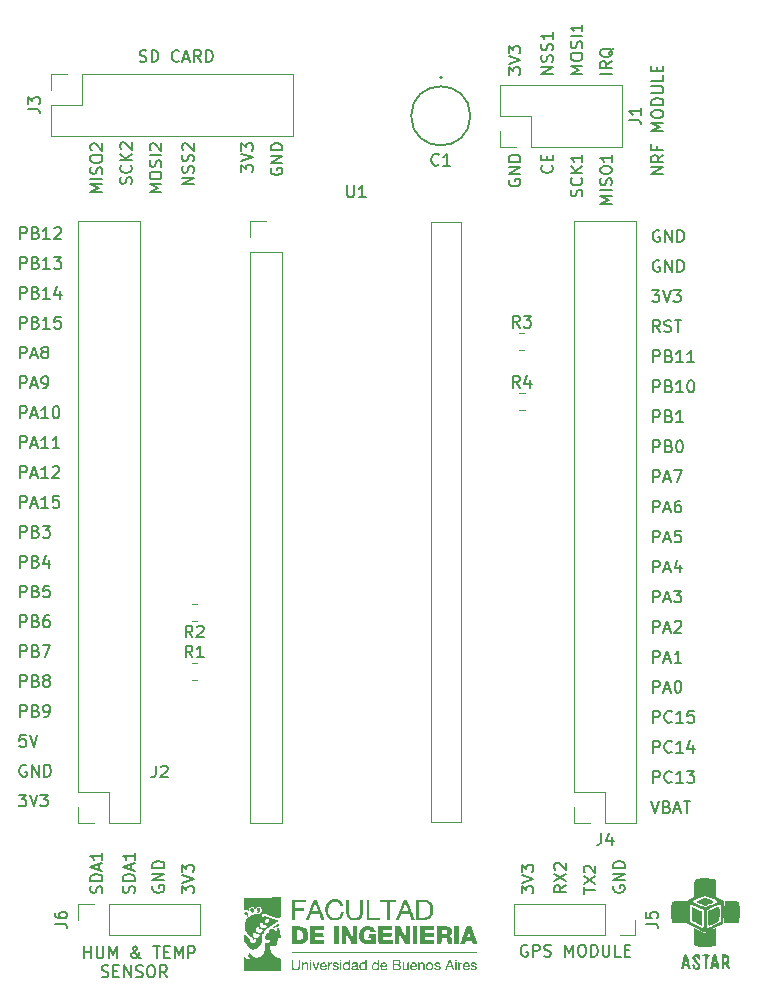
<source format=gbr>
%TF.GenerationSoftware,KiCad,Pcbnew,8.0.6*%
%TF.CreationDate,2024-11-07T15:38:19-03:00*%
%TF.ProjectId,Blue Pill extension board v2 (sin PTH),426c7565-2050-4696-9c6c-20657874656e,rev?*%
%TF.SameCoordinates,Original*%
%TF.FileFunction,Legend,Top*%
%TF.FilePolarity,Positive*%
%FSLAX46Y46*%
G04 Gerber Fmt 4.6, Leading zero omitted, Abs format (unit mm)*
G04 Created by KiCad (PCBNEW 8.0.6) date 2024-11-07 15:38:19*
%MOMM*%
%LPD*%
G01*
G04 APERTURE LIST*
%ADD10C,0.150000*%
%ADD11C,0.120000*%
%ADD12C,0.000000*%
%ADD13C,0.200000*%
%ADD14C,0.127000*%
G04 APERTURE END LIST*
D10*
X172011779Y-112692616D02*
X172011779Y-111692616D01*
X172011779Y-111692616D02*
X172392731Y-111692616D01*
X172392731Y-111692616D02*
X172487969Y-111740235D01*
X172487969Y-111740235D02*
X172535588Y-111787854D01*
X172535588Y-111787854D02*
X172583207Y-111883092D01*
X172583207Y-111883092D02*
X172583207Y-112025949D01*
X172583207Y-112025949D02*
X172535588Y-112121187D01*
X172535588Y-112121187D02*
X172487969Y-112168806D01*
X172487969Y-112168806D02*
X172392731Y-112216425D01*
X172392731Y-112216425D02*
X172011779Y-112216425D01*
X173583207Y-112597377D02*
X173535588Y-112644997D01*
X173535588Y-112644997D02*
X173392731Y-112692616D01*
X173392731Y-112692616D02*
X173297493Y-112692616D01*
X173297493Y-112692616D02*
X173154636Y-112644997D01*
X173154636Y-112644997D02*
X173059398Y-112549758D01*
X173059398Y-112549758D02*
X173011779Y-112454520D01*
X173011779Y-112454520D02*
X172964160Y-112264044D01*
X172964160Y-112264044D02*
X172964160Y-112121187D01*
X172964160Y-112121187D02*
X173011779Y-111930711D01*
X173011779Y-111930711D02*
X173059398Y-111835473D01*
X173059398Y-111835473D02*
X173154636Y-111740235D01*
X173154636Y-111740235D02*
X173297493Y-111692616D01*
X173297493Y-111692616D02*
X173392731Y-111692616D01*
X173392731Y-111692616D02*
X173535588Y-111740235D01*
X173535588Y-111740235D02*
X173583207Y-111787854D01*
X174535588Y-112692616D02*
X173964160Y-112692616D01*
X174249874Y-112692616D02*
X174249874Y-111692616D01*
X174249874Y-111692616D02*
X174154636Y-111835473D01*
X174154636Y-111835473D02*
X174059398Y-111930711D01*
X174059398Y-111930711D02*
X173964160Y-111978330D01*
X174868922Y-111692616D02*
X175487969Y-111692616D01*
X175487969Y-111692616D02*
X175154636Y-112073568D01*
X175154636Y-112073568D02*
X175297493Y-112073568D01*
X175297493Y-112073568D02*
X175392731Y-112121187D01*
X175392731Y-112121187D02*
X175440350Y-112168806D01*
X175440350Y-112168806D02*
X175487969Y-112264044D01*
X175487969Y-112264044D02*
X175487969Y-112502139D01*
X175487969Y-112502139D02*
X175440350Y-112597377D01*
X175440350Y-112597377D02*
X175392731Y-112644997D01*
X175392731Y-112644997D02*
X175297493Y-112692616D01*
X175297493Y-112692616D02*
X175011779Y-112692616D01*
X175011779Y-112692616D02*
X174916541Y-112644997D01*
X174916541Y-112644997D02*
X174868922Y-112597377D01*
X166119819Y-122096077D02*
X166119819Y-121524649D01*
X167119819Y-121810363D02*
X166119819Y-121810363D01*
X166119819Y-121286553D02*
X167119819Y-120619887D01*
X166119819Y-120619887D02*
X167119819Y-121286553D01*
X166215057Y-120286553D02*
X166167438Y-120238934D01*
X166167438Y-120238934D02*
X166119819Y-120143696D01*
X166119819Y-120143696D02*
X166119819Y-119905601D01*
X166119819Y-119905601D02*
X166167438Y-119810363D01*
X166167438Y-119810363D02*
X166215057Y-119762744D01*
X166215057Y-119762744D02*
X166310295Y-119715125D01*
X166310295Y-119715125D02*
X166405533Y-119715125D01*
X166405533Y-119715125D02*
X166548390Y-119762744D01*
X166548390Y-119762744D02*
X167119819Y-120334172D01*
X167119819Y-120334172D02*
X167119819Y-119715125D01*
X137119819Y-60988935D02*
X137119819Y-60369888D01*
X137119819Y-60369888D02*
X137500771Y-60703221D01*
X137500771Y-60703221D02*
X137500771Y-60560364D01*
X137500771Y-60560364D02*
X137548390Y-60465126D01*
X137548390Y-60465126D02*
X137596009Y-60417507D01*
X137596009Y-60417507D02*
X137691247Y-60369888D01*
X137691247Y-60369888D02*
X137929342Y-60369888D01*
X137929342Y-60369888D02*
X138024580Y-60417507D01*
X138024580Y-60417507D02*
X138072200Y-60465126D01*
X138072200Y-60465126D02*
X138119819Y-60560364D01*
X138119819Y-60560364D02*
X138119819Y-60846078D01*
X138119819Y-60846078D02*
X138072200Y-60941316D01*
X138072200Y-60941316D02*
X138024580Y-60988935D01*
X137119819Y-60084173D02*
X138119819Y-59750840D01*
X138119819Y-59750840D02*
X137119819Y-59417507D01*
X137119819Y-59179411D02*
X137119819Y-58560364D01*
X137119819Y-58560364D02*
X137500771Y-58893697D01*
X137500771Y-58893697D02*
X137500771Y-58750840D01*
X137500771Y-58750840D02*
X137548390Y-58655602D01*
X137548390Y-58655602D02*
X137596009Y-58607983D01*
X137596009Y-58607983D02*
X137691247Y-58560364D01*
X137691247Y-58560364D02*
X137929342Y-58560364D01*
X137929342Y-58560364D02*
X138024580Y-58607983D01*
X138024580Y-58607983D02*
X138072200Y-58655602D01*
X138072200Y-58655602D02*
X138119819Y-58750840D01*
X138119819Y-58750840D02*
X138119819Y-59036554D01*
X138119819Y-59036554D02*
X138072200Y-59131792D01*
X138072200Y-59131792D02*
X138024580Y-59179411D01*
X118409649Y-66649819D02*
X118409649Y-65649819D01*
X118409649Y-65649819D02*
X118790601Y-65649819D01*
X118790601Y-65649819D02*
X118885839Y-65697438D01*
X118885839Y-65697438D02*
X118933458Y-65745057D01*
X118933458Y-65745057D02*
X118981077Y-65840295D01*
X118981077Y-65840295D02*
X118981077Y-65983152D01*
X118981077Y-65983152D02*
X118933458Y-66078390D01*
X118933458Y-66078390D02*
X118885839Y-66126009D01*
X118885839Y-66126009D02*
X118790601Y-66173628D01*
X118790601Y-66173628D02*
X118409649Y-66173628D01*
X119742982Y-66126009D02*
X119885839Y-66173628D01*
X119885839Y-66173628D02*
X119933458Y-66221247D01*
X119933458Y-66221247D02*
X119981077Y-66316485D01*
X119981077Y-66316485D02*
X119981077Y-66459342D01*
X119981077Y-66459342D02*
X119933458Y-66554580D01*
X119933458Y-66554580D02*
X119885839Y-66602200D01*
X119885839Y-66602200D02*
X119790601Y-66649819D01*
X119790601Y-66649819D02*
X119409649Y-66649819D01*
X119409649Y-66649819D02*
X119409649Y-65649819D01*
X119409649Y-65649819D02*
X119742982Y-65649819D01*
X119742982Y-65649819D02*
X119838220Y-65697438D01*
X119838220Y-65697438D02*
X119885839Y-65745057D01*
X119885839Y-65745057D02*
X119933458Y-65840295D01*
X119933458Y-65840295D02*
X119933458Y-65935533D01*
X119933458Y-65935533D02*
X119885839Y-66030771D01*
X119885839Y-66030771D02*
X119838220Y-66078390D01*
X119838220Y-66078390D02*
X119742982Y-66126009D01*
X119742982Y-66126009D02*
X119409649Y-66126009D01*
X120933458Y-66649819D02*
X120362030Y-66649819D01*
X120647744Y-66649819D02*
X120647744Y-65649819D01*
X120647744Y-65649819D02*
X120552506Y-65792676D01*
X120552506Y-65792676D02*
X120457268Y-65887914D01*
X120457268Y-65887914D02*
X120362030Y-65935533D01*
X121314411Y-65745057D02*
X121362030Y-65697438D01*
X121362030Y-65697438D02*
X121457268Y-65649819D01*
X121457268Y-65649819D02*
X121695363Y-65649819D01*
X121695363Y-65649819D02*
X121790601Y-65697438D01*
X121790601Y-65697438D02*
X121838220Y-65745057D01*
X121838220Y-65745057D02*
X121885839Y-65840295D01*
X121885839Y-65840295D02*
X121885839Y-65935533D01*
X121885839Y-65935533D02*
X121838220Y-66078390D01*
X121838220Y-66078390D02*
X121266792Y-66649819D01*
X121266792Y-66649819D02*
X121885839Y-66649819D01*
X172535588Y-68491487D02*
X172440350Y-68443868D01*
X172440350Y-68443868D02*
X172297493Y-68443868D01*
X172297493Y-68443868D02*
X172154636Y-68491487D01*
X172154636Y-68491487D02*
X172059398Y-68586725D01*
X172059398Y-68586725D02*
X172011779Y-68681963D01*
X172011779Y-68681963D02*
X171964160Y-68872439D01*
X171964160Y-68872439D02*
X171964160Y-69015296D01*
X171964160Y-69015296D02*
X172011779Y-69205772D01*
X172011779Y-69205772D02*
X172059398Y-69301010D01*
X172059398Y-69301010D02*
X172154636Y-69396249D01*
X172154636Y-69396249D02*
X172297493Y-69443868D01*
X172297493Y-69443868D02*
X172392731Y-69443868D01*
X172392731Y-69443868D02*
X172535588Y-69396249D01*
X172535588Y-69396249D02*
X172583207Y-69348629D01*
X172583207Y-69348629D02*
X172583207Y-69015296D01*
X172583207Y-69015296D02*
X172392731Y-69015296D01*
X173011779Y-69443868D02*
X173011779Y-68443868D01*
X173011779Y-68443868D02*
X173583207Y-69443868D01*
X173583207Y-69443868D02*
X173583207Y-68443868D01*
X174059398Y-69443868D02*
X174059398Y-68443868D01*
X174059398Y-68443868D02*
X174297493Y-68443868D01*
X174297493Y-68443868D02*
X174440350Y-68491487D01*
X174440350Y-68491487D02*
X174535588Y-68586725D01*
X174535588Y-68586725D02*
X174583207Y-68681963D01*
X174583207Y-68681963D02*
X174630826Y-68872439D01*
X174630826Y-68872439D02*
X174630826Y-69015296D01*
X174630826Y-69015296D02*
X174583207Y-69205772D01*
X174583207Y-69205772D02*
X174535588Y-69301010D01*
X174535588Y-69301010D02*
X174440350Y-69396249D01*
X174440350Y-69396249D02*
X174297493Y-69443868D01*
X174297493Y-69443868D02*
X174059398Y-69443868D01*
X171916541Y-70987912D02*
X172535588Y-70987912D01*
X172535588Y-70987912D02*
X172202255Y-71368864D01*
X172202255Y-71368864D02*
X172345112Y-71368864D01*
X172345112Y-71368864D02*
X172440350Y-71416483D01*
X172440350Y-71416483D02*
X172487969Y-71464102D01*
X172487969Y-71464102D02*
X172535588Y-71559340D01*
X172535588Y-71559340D02*
X172535588Y-71797435D01*
X172535588Y-71797435D02*
X172487969Y-71892673D01*
X172487969Y-71892673D02*
X172440350Y-71940293D01*
X172440350Y-71940293D02*
X172345112Y-71987912D01*
X172345112Y-71987912D02*
X172059398Y-71987912D01*
X172059398Y-71987912D02*
X171964160Y-71940293D01*
X171964160Y-71940293D02*
X171916541Y-71892673D01*
X172821303Y-70987912D02*
X173154636Y-71987912D01*
X173154636Y-71987912D02*
X173487969Y-70987912D01*
X173726065Y-70987912D02*
X174345112Y-70987912D01*
X174345112Y-70987912D02*
X174011779Y-71368864D01*
X174011779Y-71368864D02*
X174154636Y-71368864D01*
X174154636Y-71368864D02*
X174249874Y-71416483D01*
X174249874Y-71416483D02*
X174297493Y-71464102D01*
X174297493Y-71464102D02*
X174345112Y-71559340D01*
X174345112Y-71559340D02*
X174345112Y-71797435D01*
X174345112Y-71797435D02*
X174297493Y-71892673D01*
X174297493Y-71892673D02*
X174249874Y-71940293D01*
X174249874Y-71940293D02*
X174154636Y-71987912D01*
X174154636Y-71987912D02*
X173868922Y-71987912D01*
X173868922Y-71987912D02*
X173773684Y-71940293D01*
X173773684Y-71940293D02*
X173726065Y-71892673D01*
X168667438Y-121429411D02*
X168619819Y-121524649D01*
X168619819Y-121524649D02*
X168619819Y-121667506D01*
X168619819Y-121667506D02*
X168667438Y-121810363D01*
X168667438Y-121810363D02*
X168762676Y-121905601D01*
X168762676Y-121905601D02*
X168857914Y-121953220D01*
X168857914Y-121953220D02*
X169048390Y-122000839D01*
X169048390Y-122000839D02*
X169191247Y-122000839D01*
X169191247Y-122000839D02*
X169381723Y-121953220D01*
X169381723Y-121953220D02*
X169476961Y-121905601D01*
X169476961Y-121905601D02*
X169572200Y-121810363D01*
X169572200Y-121810363D02*
X169619819Y-121667506D01*
X169619819Y-121667506D02*
X169619819Y-121572268D01*
X169619819Y-121572268D02*
X169572200Y-121429411D01*
X169572200Y-121429411D02*
X169524580Y-121381792D01*
X169524580Y-121381792D02*
X169191247Y-121381792D01*
X169191247Y-121381792D02*
X169191247Y-121572268D01*
X169619819Y-120953220D02*
X168619819Y-120953220D01*
X168619819Y-120953220D02*
X169619819Y-120381792D01*
X169619819Y-120381792D02*
X168619819Y-120381792D01*
X169619819Y-119905601D02*
X168619819Y-119905601D01*
X168619819Y-119905601D02*
X168619819Y-119667506D01*
X168619819Y-119667506D02*
X168667438Y-119524649D01*
X168667438Y-119524649D02*
X168762676Y-119429411D01*
X168762676Y-119429411D02*
X168857914Y-119381792D01*
X168857914Y-119381792D02*
X169048390Y-119334173D01*
X169048390Y-119334173D02*
X169191247Y-119334173D01*
X169191247Y-119334173D02*
X169381723Y-119381792D01*
X169381723Y-119381792D02*
X169476961Y-119429411D01*
X169476961Y-119429411D02*
X169572200Y-119524649D01*
X169572200Y-119524649D02*
X169619819Y-119667506D01*
X169619819Y-119667506D02*
X169619819Y-119905601D01*
X172011779Y-94884308D02*
X172011779Y-93884308D01*
X172011779Y-93884308D02*
X172392731Y-93884308D01*
X172392731Y-93884308D02*
X172487969Y-93931927D01*
X172487969Y-93931927D02*
X172535588Y-93979546D01*
X172535588Y-93979546D02*
X172583207Y-94074784D01*
X172583207Y-94074784D02*
X172583207Y-94217641D01*
X172583207Y-94217641D02*
X172535588Y-94312879D01*
X172535588Y-94312879D02*
X172487969Y-94360498D01*
X172487969Y-94360498D02*
X172392731Y-94408117D01*
X172392731Y-94408117D02*
X172011779Y-94408117D01*
X172964160Y-94598593D02*
X173440350Y-94598593D01*
X172868922Y-94884308D02*
X173202255Y-93884308D01*
X173202255Y-93884308D02*
X173535588Y-94884308D01*
X174297493Y-94217641D02*
X174297493Y-94884308D01*
X174059398Y-93836689D02*
X173821303Y-94550974D01*
X173821303Y-94550974D02*
X174440350Y-94550974D01*
X163524819Y-52643220D02*
X162524819Y-52643220D01*
X162524819Y-52643220D02*
X163524819Y-52071792D01*
X163524819Y-52071792D02*
X162524819Y-52071792D01*
X163477200Y-51643220D02*
X163524819Y-51500363D01*
X163524819Y-51500363D02*
X163524819Y-51262268D01*
X163524819Y-51262268D02*
X163477200Y-51167030D01*
X163477200Y-51167030D02*
X163429580Y-51119411D01*
X163429580Y-51119411D02*
X163334342Y-51071792D01*
X163334342Y-51071792D02*
X163239104Y-51071792D01*
X163239104Y-51071792D02*
X163143866Y-51119411D01*
X163143866Y-51119411D02*
X163096247Y-51167030D01*
X163096247Y-51167030D02*
X163048628Y-51262268D01*
X163048628Y-51262268D02*
X163001009Y-51452744D01*
X163001009Y-51452744D02*
X162953390Y-51547982D01*
X162953390Y-51547982D02*
X162905771Y-51595601D01*
X162905771Y-51595601D02*
X162810533Y-51643220D01*
X162810533Y-51643220D02*
X162715295Y-51643220D01*
X162715295Y-51643220D02*
X162620057Y-51595601D01*
X162620057Y-51595601D02*
X162572438Y-51547982D01*
X162572438Y-51547982D02*
X162524819Y-51452744D01*
X162524819Y-51452744D02*
X162524819Y-51214649D01*
X162524819Y-51214649D02*
X162572438Y-51071792D01*
X163477200Y-50690839D02*
X163524819Y-50547982D01*
X163524819Y-50547982D02*
X163524819Y-50309887D01*
X163524819Y-50309887D02*
X163477200Y-50214649D01*
X163477200Y-50214649D02*
X163429580Y-50167030D01*
X163429580Y-50167030D02*
X163334342Y-50119411D01*
X163334342Y-50119411D02*
X163239104Y-50119411D01*
X163239104Y-50119411D02*
X163143866Y-50167030D01*
X163143866Y-50167030D02*
X163096247Y-50214649D01*
X163096247Y-50214649D02*
X163048628Y-50309887D01*
X163048628Y-50309887D02*
X163001009Y-50500363D01*
X163001009Y-50500363D02*
X162953390Y-50595601D01*
X162953390Y-50595601D02*
X162905771Y-50643220D01*
X162905771Y-50643220D02*
X162810533Y-50690839D01*
X162810533Y-50690839D02*
X162715295Y-50690839D01*
X162715295Y-50690839D02*
X162620057Y-50643220D01*
X162620057Y-50643220D02*
X162572438Y-50595601D01*
X162572438Y-50595601D02*
X162524819Y-50500363D01*
X162524819Y-50500363D02*
X162524819Y-50262268D01*
X162524819Y-50262268D02*
X162572438Y-50119411D01*
X163524819Y-49167030D02*
X163524819Y-49738458D01*
X163524819Y-49452744D02*
X162524819Y-49452744D01*
X162524819Y-49452744D02*
X162667676Y-49547982D01*
X162667676Y-49547982D02*
X162762914Y-49643220D01*
X162762914Y-49643220D02*
X162810533Y-49738458D01*
X164619819Y-121381792D02*
X164143628Y-121715125D01*
X164619819Y-121953220D02*
X163619819Y-121953220D01*
X163619819Y-121953220D02*
X163619819Y-121572268D01*
X163619819Y-121572268D02*
X163667438Y-121477030D01*
X163667438Y-121477030D02*
X163715057Y-121429411D01*
X163715057Y-121429411D02*
X163810295Y-121381792D01*
X163810295Y-121381792D02*
X163953152Y-121381792D01*
X163953152Y-121381792D02*
X164048390Y-121429411D01*
X164048390Y-121429411D02*
X164096009Y-121477030D01*
X164096009Y-121477030D02*
X164143628Y-121572268D01*
X164143628Y-121572268D02*
X164143628Y-121953220D01*
X163619819Y-121048458D02*
X164619819Y-120381792D01*
X163619819Y-120381792D02*
X164619819Y-121048458D01*
X163715057Y-120048458D02*
X163667438Y-120000839D01*
X163667438Y-120000839D02*
X163619819Y-119905601D01*
X163619819Y-119905601D02*
X163619819Y-119667506D01*
X163619819Y-119667506D02*
X163667438Y-119572268D01*
X163667438Y-119572268D02*
X163715057Y-119524649D01*
X163715057Y-119524649D02*
X163810295Y-119477030D01*
X163810295Y-119477030D02*
X163905533Y-119477030D01*
X163905533Y-119477030D02*
X164048390Y-119524649D01*
X164048390Y-119524649D02*
X164619819Y-120096077D01*
X164619819Y-120096077D02*
X164619819Y-119477030D01*
X118409649Y-102055084D02*
X118409649Y-101055084D01*
X118409649Y-101055084D02*
X118790601Y-101055084D01*
X118790601Y-101055084D02*
X118885839Y-101102703D01*
X118885839Y-101102703D02*
X118933458Y-101150322D01*
X118933458Y-101150322D02*
X118981077Y-101245560D01*
X118981077Y-101245560D02*
X118981077Y-101388417D01*
X118981077Y-101388417D02*
X118933458Y-101483655D01*
X118933458Y-101483655D02*
X118885839Y-101531274D01*
X118885839Y-101531274D02*
X118790601Y-101578893D01*
X118790601Y-101578893D02*
X118409649Y-101578893D01*
X119742982Y-101531274D02*
X119885839Y-101578893D01*
X119885839Y-101578893D02*
X119933458Y-101626512D01*
X119933458Y-101626512D02*
X119981077Y-101721750D01*
X119981077Y-101721750D02*
X119981077Y-101864607D01*
X119981077Y-101864607D02*
X119933458Y-101959845D01*
X119933458Y-101959845D02*
X119885839Y-102007465D01*
X119885839Y-102007465D02*
X119790601Y-102055084D01*
X119790601Y-102055084D02*
X119409649Y-102055084D01*
X119409649Y-102055084D02*
X119409649Y-101055084D01*
X119409649Y-101055084D02*
X119742982Y-101055084D01*
X119742982Y-101055084D02*
X119838220Y-101102703D01*
X119838220Y-101102703D02*
X119885839Y-101150322D01*
X119885839Y-101150322D02*
X119933458Y-101245560D01*
X119933458Y-101245560D02*
X119933458Y-101340798D01*
X119933458Y-101340798D02*
X119885839Y-101436036D01*
X119885839Y-101436036D02*
X119838220Y-101483655D01*
X119838220Y-101483655D02*
X119742982Y-101531274D01*
X119742982Y-101531274D02*
X119409649Y-101531274D01*
X120314411Y-101055084D02*
X120981077Y-101055084D01*
X120981077Y-101055084D02*
X120552506Y-102055084D01*
X172011779Y-97428352D02*
X172011779Y-96428352D01*
X172011779Y-96428352D02*
X172392731Y-96428352D01*
X172392731Y-96428352D02*
X172487969Y-96475971D01*
X172487969Y-96475971D02*
X172535588Y-96523590D01*
X172535588Y-96523590D02*
X172583207Y-96618828D01*
X172583207Y-96618828D02*
X172583207Y-96761685D01*
X172583207Y-96761685D02*
X172535588Y-96856923D01*
X172535588Y-96856923D02*
X172487969Y-96904542D01*
X172487969Y-96904542D02*
X172392731Y-96952161D01*
X172392731Y-96952161D02*
X172011779Y-96952161D01*
X172964160Y-97142637D02*
X173440350Y-97142637D01*
X172868922Y-97428352D02*
X173202255Y-96428352D01*
X173202255Y-96428352D02*
X173535588Y-97428352D01*
X173773684Y-96428352D02*
X174392731Y-96428352D01*
X174392731Y-96428352D02*
X174059398Y-96809304D01*
X174059398Y-96809304D02*
X174202255Y-96809304D01*
X174202255Y-96809304D02*
X174297493Y-96856923D01*
X174297493Y-96856923D02*
X174345112Y-96904542D01*
X174345112Y-96904542D02*
X174392731Y-96999780D01*
X174392731Y-96999780D02*
X174392731Y-97237875D01*
X174392731Y-97237875D02*
X174345112Y-97333113D01*
X174345112Y-97333113D02*
X174297493Y-97380733D01*
X174297493Y-97380733D02*
X174202255Y-97428352D01*
X174202255Y-97428352D02*
X173916541Y-97428352D01*
X173916541Y-97428352D02*
X173821303Y-97380733D01*
X173821303Y-97380733D02*
X173773684Y-97333113D01*
X139667438Y-60655602D02*
X139619819Y-60750840D01*
X139619819Y-60750840D02*
X139619819Y-60893697D01*
X139619819Y-60893697D02*
X139667438Y-61036554D01*
X139667438Y-61036554D02*
X139762676Y-61131792D01*
X139762676Y-61131792D02*
X139857914Y-61179411D01*
X139857914Y-61179411D02*
X140048390Y-61227030D01*
X140048390Y-61227030D02*
X140191247Y-61227030D01*
X140191247Y-61227030D02*
X140381723Y-61179411D01*
X140381723Y-61179411D02*
X140476961Y-61131792D01*
X140476961Y-61131792D02*
X140572200Y-61036554D01*
X140572200Y-61036554D02*
X140619819Y-60893697D01*
X140619819Y-60893697D02*
X140619819Y-60798459D01*
X140619819Y-60798459D02*
X140572200Y-60655602D01*
X140572200Y-60655602D02*
X140524580Y-60607983D01*
X140524580Y-60607983D02*
X140191247Y-60607983D01*
X140191247Y-60607983D02*
X140191247Y-60798459D01*
X140619819Y-60179411D02*
X139619819Y-60179411D01*
X139619819Y-60179411D02*
X140619819Y-59607983D01*
X140619819Y-59607983D02*
X139619819Y-59607983D01*
X140619819Y-59131792D02*
X139619819Y-59131792D01*
X139619819Y-59131792D02*
X139619819Y-58893697D01*
X139619819Y-58893697D02*
X139667438Y-58750840D01*
X139667438Y-58750840D02*
X139762676Y-58655602D01*
X139762676Y-58655602D02*
X139857914Y-58607983D01*
X139857914Y-58607983D02*
X140048390Y-58560364D01*
X140048390Y-58560364D02*
X140191247Y-58560364D01*
X140191247Y-58560364D02*
X140381723Y-58607983D01*
X140381723Y-58607983D02*
X140476961Y-58655602D01*
X140476961Y-58655602D02*
X140572200Y-58750840D01*
X140572200Y-58750840D02*
X140619819Y-58893697D01*
X140619819Y-58893697D02*
X140619819Y-59131792D01*
X172011779Y-99972396D02*
X172011779Y-98972396D01*
X172011779Y-98972396D02*
X172392731Y-98972396D01*
X172392731Y-98972396D02*
X172487969Y-99020015D01*
X172487969Y-99020015D02*
X172535588Y-99067634D01*
X172535588Y-99067634D02*
X172583207Y-99162872D01*
X172583207Y-99162872D02*
X172583207Y-99305729D01*
X172583207Y-99305729D02*
X172535588Y-99400967D01*
X172535588Y-99400967D02*
X172487969Y-99448586D01*
X172487969Y-99448586D02*
X172392731Y-99496205D01*
X172392731Y-99496205D02*
X172011779Y-99496205D01*
X172964160Y-99686681D02*
X173440350Y-99686681D01*
X172868922Y-99972396D02*
X173202255Y-98972396D01*
X173202255Y-98972396D02*
X173535588Y-99972396D01*
X173821303Y-99067634D02*
X173868922Y-99020015D01*
X173868922Y-99020015D02*
X173964160Y-98972396D01*
X173964160Y-98972396D02*
X174202255Y-98972396D01*
X174202255Y-98972396D02*
X174297493Y-99020015D01*
X174297493Y-99020015D02*
X174345112Y-99067634D01*
X174345112Y-99067634D02*
X174392731Y-99162872D01*
X174392731Y-99162872D02*
X174392731Y-99258110D01*
X174392731Y-99258110D02*
X174345112Y-99400967D01*
X174345112Y-99400967D02*
X173773684Y-99972396D01*
X173773684Y-99972396D02*
X174392731Y-99972396D01*
X118409649Y-69178773D02*
X118409649Y-68178773D01*
X118409649Y-68178773D02*
X118790601Y-68178773D01*
X118790601Y-68178773D02*
X118885839Y-68226392D01*
X118885839Y-68226392D02*
X118933458Y-68274011D01*
X118933458Y-68274011D02*
X118981077Y-68369249D01*
X118981077Y-68369249D02*
X118981077Y-68512106D01*
X118981077Y-68512106D02*
X118933458Y-68607344D01*
X118933458Y-68607344D02*
X118885839Y-68654963D01*
X118885839Y-68654963D02*
X118790601Y-68702582D01*
X118790601Y-68702582D02*
X118409649Y-68702582D01*
X119742982Y-68654963D02*
X119885839Y-68702582D01*
X119885839Y-68702582D02*
X119933458Y-68750201D01*
X119933458Y-68750201D02*
X119981077Y-68845439D01*
X119981077Y-68845439D02*
X119981077Y-68988296D01*
X119981077Y-68988296D02*
X119933458Y-69083534D01*
X119933458Y-69083534D02*
X119885839Y-69131154D01*
X119885839Y-69131154D02*
X119790601Y-69178773D01*
X119790601Y-69178773D02*
X119409649Y-69178773D01*
X119409649Y-69178773D02*
X119409649Y-68178773D01*
X119409649Y-68178773D02*
X119742982Y-68178773D01*
X119742982Y-68178773D02*
X119838220Y-68226392D01*
X119838220Y-68226392D02*
X119885839Y-68274011D01*
X119885839Y-68274011D02*
X119933458Y-68369249D01*
X119933458Y-68369249D02*
X119933458Y-68464487D01*
X119933458Y-68464487D02*
X119885839Y-68559725D01*
X119885839Y-68559725D02*
X119838220Y-68607344D01*
X119838220Y-68607344D02*
X119742982Y-68654963D01*
X119742982Y-68654963D02*
X119409649Y-68654963D01*
X120933458Y-69178773D02*
X120362030Y-69178773D01*
X120647744Y-69178773D02*
X120647744Y-68178773D01*
X120647744Y-68178773D02*
X120552506Y-68321630D01*
X120552506Y-68321630D02*
X120457268Y-68416868D01*
X120457268Y-68416868D02*
X120362030Y-68464487D01*
X121266792Y-68178773D02*
X121885839Y-68178773D01*
X121885839Y-68178773D02*
X121552506Y-68559725D01*
X121552506Y-68559725D02*
X121695363Y-68559725D01*
X121695363Y-68559725D02*
X121790601Y-68607344D01*
X121790601Y-68607344D02*
X121838220Y-68654963D01*
X121838220Y-68654963D02*
X121885839Y-68750201D01*
X121885839Y-68750201D02*
X121885839Y-68988296D01*
X121885839Y-68988296D02*
X121838220Y-69083534D01*
X121838220Y-69083534D02*
X121790601Y-69131154D01*
X121790601Y-69131154D02*
X121695363Y-69178773D01*
X121695363Y-69178773D02*
X121409649Y-69178773D01*
X121409649Y-69178773D02*
X121314411Y-69131154D01*
X121314411Y-69131154D02*
X121266792Y-69083534D01*
X118409649Y-94468243D02*
X118409649Y-93468243D01*
X118409649Y-93468243D02*
X118790601Y-93468243D01*
X118790601Y-93468243D02*
X118885839Y-93515862D01*
X118885839Y-93515862D02*
X118933458Y-93563481D01*
X118933458Y-93563481D02*
X118981077Y-93658719D01*
X118981077Y-93658719D02*
X118981077Y-93801576D01*
X118981077Y-93801576D02*
X118933458Y-93896814D01*
X118933458Y-93896814D02*
X118885839Y-93944433D01*
X118885839Y-93944433D02*
X118790601Y-93992052D01*
X118790601Y-93992052D02*
X118409649Y-93992052D01*
X119742982Y-93944433D02*
X119885839Y-93992052D01*
X119885839Y-93992052D02*
X119933458Y-94039671D01*
X119933458Y-94039671D02*
X119981077Y-94134909D01*
X119981077Y-94134909D02*
X119981077Y-94277766D01*
X119981077Y-94277766D02*
X119933458Y-94373004D01*
X119933458Y-94373004D02*
X119885839Y-94420624D01*
X119885839Y-94420624D02*
X119790601Y-94468243D01*
X119790601Y-94468243D02*
X119409649Y-94468243D01*
X119409649Y-94468243D02*
X119409649Y-93468243D01*
X119409649Y-93468243D02*
X119742982Y-93468243D01*
X119742982Y-93468243D02*
X119838220Y-93515862D01*
X119838220Y-93515862D02*
X119885839Y-93563481D01*
X119885839Y-93563481D02*
X119933458Y-93658719D01*
X119933458Y-93658719D02*
X119933458Y-93753957D01*
X119933458Y-93753957D02*
X119885839Y-93849195D01*
X119885839Y-93849195D02*
X119838220Y-93896814D01*
X119838220Y-93896814D02*
X119742982Y-93944433D01*
X119742982Y-93944433D02*
X119409649Y-93944433D01*
X120838220Y-93801576D02*
X120838220Y-94468243D01*
X120600125Y-93420624D02*
X120362030Y-94134909D01*
X120362030Y-94134909D02*
X120981077Y-94134909D01*
X163429580Y-60428935D02*
X163477200Y-60476554D01*
X163477200Y-60476554D02*
X163524819Y-60619411D01*
X163524819Y-60619411D02*
X163524819Y-60714649D01*
X163524819Y-60714649D02*
X163477200Y-60857506D01*
X163477200Y-60857506D02*
X163381961Y-60952744D01*
X163381961Y-60952744D02*
X163286723Y-61000363D01*
X163286723Y-61000363D02*
X163096247Y-61047982D01*
X163096247Y-61047982D02*
X162953390Y-61047982D01*
X162953390Y-61047982D02*
X162762914Y-61000363D01*
X162762914Y-61000363D02*
X162667676Y-60952744D01*
X162667676Y-60952744D02*
X162572438Y-60857506D01*
X162572438Y-60857506D02*
X162524819Y-60714649D01*
X162524819Y-60714649D02*
X162524819Y-60619411D01*
X162524819Y-60619411D02*
X162572438Y-60476554D01*
X162572438Y-60476554D02*
X162620057Y-60428935D01*
X163001009Y-60000363D02*
X163001009Y-59667030D01*
X163524819Y-59524173D02*
X163524819Y-60000363D01*
X163524819Y-60000363D02*
X162524819Y-60000363D01*
X162524819Y-60000363D02*
X162524819Y-59524173D01*
X172583207Y-74531956D02*
X172249874Y-74055765D01*
X172011779Y-74531956D02*
X172011779Y-73531956D01*
X172011779Y-73531956D02*
X172392731Y-73531956D01*
X172392731Y-73531956D02*
X172487969Y-73579575D01*
X172487969Y-73579575D02*
X172535588Y-73627194D01*
X172535588Y-73627194D02*
X172583207Y-73722432D01*
X172583207Y-73722432D02*
X172583207Y-73865289D01*
X172583207Y-73865289D02*
X172535588Y-73960527D01*
X172535588Y-73960527D02*
X172487969Y-74008146D01*
X172487969Y-74008146D02*
X172392731Y-74055765D01*
X172392731Y-74055765D02*
X172011779Y-74055765D01*
X172964160Y-74484337D02*
X173107017Y-74531956D01*
X173107017Y-74531956D02*
X173345112Y-74531956D01*
X173345112Y-74531956D02*
X173440350Y-74484337D01*
X173440350Y-74484337D02*
X173487969Y-74436717D01*
X173487969Y-74436717D02*
X173535588Y-74341479D01*
X173535588Y-74341479D02*
X173535588Y-74246241D01*
X173535588Y-74246241D02*
X173487969Y-74151003D01*
X173487969Y-74151003D02*
X173440350Y-74103384D01*
X173440350Y-74103384D02*
X173345112Y-74055765D01*
X173345112Y-74055765D02*
X173154636Y-74008146D01*
X173154636Y-74008146D02*
X173059398Y-73960527D01*
X173059398Y-73960527D02*
X173011779Y-73912908D01*
X173011779Y-73912908D02*
X172964160Y-73817670D01*
X172964160Y-73817670D02*
X172964160Y-73722432D01*
X172964160Y-73722432D02*
X173011779Y-73627194D01*
X173011779Y-73627194D02*
X173059398Y-73579575D01*
X173059398Y-73579575D02*
X173154636Y-73531956D01*
X173154636Y-73531956D02*
X173392731Y-73531956D01*
X173392731Y-73531956D02*
X173535588Y-73579575D01*
X173821303Y-73531956D02*
X174392731Y-73531956D01*
X174107017Y-74531956D02*
X174107017Y-73531956D01*
X118409649Y-81823508D02*
X118409649Y-80823508D01*
X118409649Y-80823508D02*
X118790601Y-80823508D01*
X118790601Y-80823508D02*
X118885839Y-80871127D01*
X118885839Y-80871127D02*
X118933458Y-80918746D01*
X118933458Y-80918746D02*
X118981077Y-81013984D01*
X118981077Y-81013984D02*
X118981077Y-81156841D01*
X118981077Y-81156841D02*
X118933458Y-81252079D01*
X118933458Y-81252079D02*
X118885839Y-81299698D01*
X118885839Y-81299698D02*
X118790601Y-81347317D01*
X118790601Y-81347317D02*
X118409649Y-81347317D01*
X119362030Y-81537793D02*
X119838220Y-81537793D01*
X119266792Y-81823508D02*
X119600125Y-80823508D01*
X119600125Y-80823508D02*
X119933458Y-81823508D01*
X120790601Y-81823508D02*
X120219173Y-81823508D01*
X120504887Y-81823508D02*
X120504887Y-80823508D01*
X120504887Y-80823508D02*
X120409649Y-80966365D01*
X120409649Y-80966365D02*
X120314411Y-81061603D01*
X120314411Y-81061603D02*
X120219173Y-81109222D01*
X121409649Y-80823508D02*
X121504887Y-80823508D01*
X121504887Y-80823508D02*
X121600125Y-80871127D01*
X121600125Y-80871127D02*
X121647744Y-80918746D01*
X121647744Y-80918746D02*
X121695363Y-81013984D01*
X121695363Y-81013984D02*
X121742982Y-81204460D01*
X121742982Y-81204460D02*
X121742982Y-81442555D01*
X121742982Y-81442555D02*
X121695363Y-81633031D01*
X121695363Y-81633031D02*
X121647744Y-81728269D01*
X121647744Y-81728269D02*
X121600125Y-81775889D01*
X121600125Y-81775889D02*
X121504887Y-81823508D01*
X121504887Y-81823508D02*
X121409649Y-81823508D01*
X121409649Y-81823508D02*
X121314411Y-81775889D01*
X121314411Y-81775889D02*
X121266792Y-81728269D01*
X121266792Y-81728269D02*
X121219173Y-81633031D01*
X121219173Y-81633031D02*
X121171554Y-81442555D01*
X121171554Y-81442555D02*
X121171554Y-81204460D01*
X121171554Y-81204460D02*
X121219173Y-81013984D01*
X121219173Y-81013984D02*
X121266792Y-80918746D01*
X121266792Y-80918746D02*
X121314411Y-80871127D01*
X121314411Y-80871127D02*
X121409649Y-80823508D01*
X118409649Y-86881402D02*
X118409649Y-85881402D01*
X118409649Y-85881402D02*
X118790601Y-85881402D01*
X118790601Y-85881402D02*
X118885839Y-85929021D01*
X118885839Y-85929021D02*
X118933458Y-85976640D01*
X118933458Y-85976640D02*
X118981077Y-86071878D01*
X118981077Y-86071878D02*
X118981077Y-86214735D01*
X118981077Y-86214735D02*
X118933458Y-86309973D01*
X118933458Y-86309973D02*
X118885839Y-86357592D01*
X118885839Y-86357592D02*
X118790601Y-86405211D01*
X118790601Y-86405211D02*
X118409649Y-86405211D01*
X119362030Y-86595687D02*
X119838220Y-86595687D01*
X119266792Y-86881402D02*
X119600125Y-85881402D01*
X119600125Y-85881402D02*
X119933458Y-86881402D01*
X120790601Y-86881402D02*
X120219173Y-86881402D01*
X120504887Y-86881402D02*
X120504887Y-85881402D01*
X120504887Y-85881402D02*
X120409649Y-86024259D01*
X120409649Y-86024259D02*
X120314411Y-86119497D01*
X120314411Y-86119497D02*
X120219173Y-86167116D01*
X121171554Y-85976640D02*
X121219173Y-85929021D01*
X121219173Y-85929021D02*
X121314411Y-85881402D01*
X121314411Y-85881402D02*
X121552506Y-85881402D01*
X121552506Y-85881402D02*
X121647744Y-85929021D01*
X121647744Y-85929021D02*
X121695363Y-85976640D01*
X121695363Y-85976640D02*
X121742982Y-86071878D01*
X121742982Y-86071878D02*
X121742982Y-86167116D01*
X121742982Y-86167116D02*
X121695363Y-86309973D01*
X121695363Y-86309973D02*
X121123935Y-86881402D01*
X121123935Y-86881402D02*
X121742982Y-86881402D01*
X172011779Y-107604528D02*
X172011779Y-106604528D01*
X172011779Y-106604528D02*
X172392731Y-106604528D01*
X172392731Y-106604528D02*
X172487969Y-106652147D01*
X172487969Y-106652147D02*
X172535588Y-106699766D01*
X172535588Y-106699766D02*
X172583207Y-106795004D01*
X172583207Y-106795004D02*
X172583207Y-106937861D01*
X172583207Y-106937861D02*
X172535588Y-107033099D01*
X172535588Y-107033099D02*
X172487969Y-107080718D01*
X172487969Y-107080718D02*
X172392731Y-107128337D01*
X172392731Y-107128337D02*
X172011779Y-107128337D01*
X173583207Y-107509289D02*
X173535588Y-107556909D01*
X173535588Y-107556909D02*
X173392731Y-107604528D01*
X173392731Y-107604528D02*
X173297493Y-107604528D01*
X173297493Y-107604528D02*
X173154636Y-107556909D01*
X173154636Y-107556909D02*
X173059398Y-107461670D01*
X173059398Y-107461670D02*
X173011779Y-107366432D01*
X173011779Y-107366432D02*
X172964160Y-107175956D01*
X172964160Y-107175956D02*
X172964160Y-107033099D01*
X172964160Y-107033099D02*
X173011779Y-106842623D01*
X173011779Y-106842623D02*
X173059398Y-106747385D01*
X173059398Y-106747385D02*
X173154636Y-106652147D01*
X173154636Y-106652147D02*
X173297493Y-106604528D01*
X173297493Y-106604528D02*
X173392731Y-106604528D01*
X173392731Y-106604528D02*
X173535588Y-106652147D01*
X173535588Y-106652147D02*
X173583207Y-106699766D01*
X174535588Y-107604528D02*
X173964160Y-107604528D01*
X174249874Y-107604528D02*
X174249874Y-106604528D01*
X174249874Y-106604528D02*
X174154636Y-106747385D01*
X174154636Y-106747385D02*
X174059398Y-106842623D01*
X174059398Y-106842623D02*
X173964160Y-106890242D01*
X175440350Y-106604528D02*
X174964160Y-106604528D01*
X174964160Y-106604528D02*
X174916541Y-107080718D01*
X174916541Y-107080718D02*
X174964160Y-107033099D01*
X174964160Y-107033099D02*
X175059398Y-106985480D01*
X175059398Y-106985480D02*
X175297493Y-106985480D01*
X175297493Y-106985480D02*
X175392731Y-107033099D01*
X175392731Y-107033099D02*
X175440350Y-107080718D01*
X175440350Y-107080718D02*
X175487969Y-107175956D01*
X175487969Y-107175956D02*
X175487969Y-107414051D01*
X175487969Y-107414051D02*
X175440350Y-107509289D01*
X175440350Y-107509289D02*
X175392731Y-107556909D01*
X175392731Y-107556909D02*
X175297493Y-107604528D01*
X175297493Y-107604528D02*
X175059398Y-107604528D01*
X175059398Y-107604528D02*
X174964160Y-107556909D01*
X174964160Y-107556909D02*
X174916541Y-107509289D01*
X172011779Y-82164088D02*
X172011779Y-81164088D01*
X172011779Y-81164088D02*
X172392731Y-81164088D01*
X172392731Y-81164088D02*
X172487969Y-81211707D01*
X172487969Y-81211707D02*
X172535588Y-81259326D01*
X172535588Y-81259326D02*
X172583207Y-81354564D01*
X172583207Y-81354564D02*
X172583207Y-81497421D01*
X172583207Y-81497421D02*
X172535588Y-81592659D01*
X172535588Y-81592659D02*
X172487969Y-81640278D01*
X172487969Y-81640278D02*
X172392731Y-81687897D01*
X172392731Y-81687897D02*
X172011779Y-81687897D01*
X173345112Y-81640278D02*
X173487969Y-81687897D01*
X173487969Y-81687897D02*
X173535588Y-81735516D01*
X173535588Y-81735516D02*
X173583207Y-81830754D01*
X173583207Y-81830754D02*
X173583207Y-81973611D01*
X173583207Y-81973611D02*
X173535588Y-82068849D01*
X173535588Y-82068849D02*
X173487969Y-82116469D01*
X173487969Y-82116469D02*
X173392731Y-82164088D01*
X173392731Y-82164088D02*
X173011779Y-82164088D01*
X173011779Y-82164088D02*
X173011779Y-81164088D01*
X173011779Y-81164088D02*
X173345112Y-81164088D01*
X173345112Y-81164088D02*
X173440350Y-81211707D01*
X173440350Y-81211707D02*
X173487969Y-81259326D01*
X173487969Y-81259326D02*
X173535588Y-81354564D01*
X173535588Y-81354564D02*
X173535588Y-81449802D01*
X173535588Y-81449802D02*
X173487969Y-81545040D01*
X173487969Y-81545040D02*
X173440350Y-81592659D01*
X173440350Y-81592659D02*
X173345112Y-81640278D01*
X173345112Y-81640278D02*
X173011779Y-81640278D01*
X174535588Y-82164088D02*
X173964160Y-82164088D01*
X174249874Y-82164088D02*
X174249874Y-81164088D01*
X174249874Y-81164088D02*
X174154636Y-81306945D01*
X174154636Y-81306945D02*
X174059398Y-81402183D01*
X174059398Y-81402183D02*
X173964160Y-81449802D01*
X172011779Y-89796220D02*
X172011779Y-88796220D01*
X172011779Y-88796220D02*
X172392731Y-88796220D01*
X172392731Y-88796220D02*
X172487969Y-88843839D01*
X172487969Y-88843839D02*
X172535588Y-88891458D01*
X172535588Y-88891458D02*
X172583207Y-88986696D01*
X172583207Y-88986696D02*
X172583207Y-89129553D01*
X172583207Y-89129553D02*
X172535588Y-89224791D01*
X172535588Y-89224791D02*
X172487969Y-89272410D01*
X172487969Y-89272410D02*
X172392731Y-89320029D01*
X172392731Y-89320029D02*
X172011779Y-89320029D01*
X172964160Y-89510505D02*
X173440350Y-89510505D01*
X172868922Y-89796220D02*
X173202255Y-88796220D01*
X173202255Y-88796220D02*
X173535588Y-89796220D01*
X174297493Y-88796220D02*
X174107017Y-88796220D01*
X174107017Y-88796220D02*
X174011779Y-88843839D01*
X174011779Y-88843839D02*
X173964160Y-88891458D01*
X173964160Y-88891458D02*
X173868922Y-89034315D01*
X173868922Y-89034315D02*
X173821303Y-89224791D01*
X173821303Y-89224791D02*
X173821303Y-89605743D01*
X173821303Y-89605743D02*
X173868922Y-89700981D01*
X173868922Y-89700981D02*
X173916541Y-89748601D01*
X173916541Y-89748601D02*
X174011779Y-89796220D01*
X174011779Y-89796220D02*
X174202255Y-89796220D01*
X174202255Y-89796220D02*
X174297493Y-89748601D01*
X174297493Y-89748601D02*
X174345112Y-89700981D01*
X174345112Y-89700981D02*
X174392731Y-89605743D01*
X174392731Y-89605743D02*
X174392731Y-89367648D01*
X174392731Y-89367648D02*
X174345112Y-89272410D01*
X174345112Y-89272410D02*
X174297493Y-89224791D01*
X174297493Y-89224791D02*
X174202255Y-89177172D01*
X174202255Y-89177172D02*
X174011779Y-89177172D01*
X174011779Y-89177172D02*
X173916541Y-89224791D01*
X173916541Y-89224791D02*
X173868922Y-89272410D01*
X173868922Y-89272410D02*
X173821303Y-89367648D01*
X123836779Y-127549875D02*
X123836779Y-126549875D01*
X123836779Y-127026065D02*
X124408207Y-127026065D01*
X124408207Y-127549875D02*
X124408207Y-126549875D01*
X124884398Y-126549875D02*
X124884398Y-127359398D01*
X124884398Y-127359398D02*
X124932017Y-127454636D01*
X124932017Y-127454636D02*
X124979636Y-127502256D01*
X124979636Y-127502256D02*
X125074874Y-127549875D01*
X125074874Y-127549875D02*
X125265350Y-127549875D01*
X125265350Y-127549875D02*
X125360588Y-127502256D01*
X125360588Y-127502256D02*
X125408207Y-127454636D01*
X125408207Y-127454636D02*
X125455826Y-127359398D01*
X125455826Y-127359398D02*
X125455826Y-126549875D01*
X125932017Y-127549875D02*
X125932017Y-126549875D01*
X125932017Y-126549875D02*
X126265350Y-127264160D01*
X126265350Y-127264160D02*
X126598683Y-126549875D01*
X126598683Y-126549875D02*
X126598683Y-127549875D01*
X128646303Y-127549875D02*
X128598684Y-127549875D01*
X128598684Y-127549875D02*
X128503445Y-127502256D01*
X128503445Y-127502256D02*
X128360588Y-127359398D01*
X128360588Y-127359398D02*
X128122493Y-127073684D01*
X128122493Y-127073684D02*
X128027255Y-126930827D01*
X128027255Y-126930827D02*
X127979636Y-126787970D01*
X127979636Y-126787970D02*
X127979636Y-126692732D01*
X127979636Y-126692732D02*
X128027255Y-126597494D01*
X128027255Y-126597494D02*
X128122493Y-126549875D01*
X128122493Y-126549875D02*
X128170112Y-126549875D01*
X128170112Y-126549875D02*
X128265350Y-126597494D01*
X128265350Y-126597494D02*
X128312969Y-126692732D01*
X128312969Y-126692732D02*
X128312969Y-126740351D01*
X128312969Y-126740351D02*
X128265350Y-126835589D01*
X128265350Y-126835589D02*
X128217731Y-126883208D01*
X128217731Y-126883208D02*
X127932017Y-127073684D01*
X127932017Y-127073684D02*
X127884398Y-127121303D01*
X127884398Y-127121303D02*
X127836779Y-127216541D01*
X127836779Y-127216541D02*
X127836779Y-127359398D01*
X127836779Y-127359398D02*
X127884398Y-127454636D01*
X127884398Y-127454636D02*
X127932017Y-127502256D01*
X127932017Y-127502256D02*
X128027255Y-127549875D01*
X128027255Y-127549875D02*
X128170112Y-127549875D01*
X128170112Y-127549875D02*
X128265350Y-127502256D01*
X128265350Y-127502256D02*
X128312969Y-127454636D01*
X128312969Y-127454636D02*
X128455826Y-127264160D01*
X128455826Y-127264160D02*
X128503445Y-127121303D01*
X128503445Y-127121303D02*
X128503445Y-127026065D01*
X129693922Y-126549875D02*
X130265350Y-126549875D01*
X129979636Y-127549875D02*
X129979636Y-126549875D01*
X130598684Y-127026065D02*
X130932017Y-127026065D01*
X131074874Y-127549875D02*
X130598684Y-127549875D01*
X130598684Y-127549875D02*
X130598684Y-126549875D01*
X130598684Y-126549875D02*
X131074874Y-126549875D01*
X131503446Y-127549875D02*
X131503446Y-126549875D01*
X131503446Y-126549875D02*
X131836779Y-127264160D01*
X131836779Y-127264160D02*
X132170112Y-126549875D01*
X132170112Y-126549875D02*
X132170112Y-127549875D01*
X132646303Y-127549875D02*
X132646303Y-126549875D01*
X132646303Y-126549875D02*
X133027255Y-126549875D01*
X133027255Y-126549875D02*
X133122493Y-126597494D01*
X133122493Y-126597494D02*
X133170112Y-126645113D01*
X133170112Y-126645113D02*
X133217731Y-126740351D01*
X133217731Y-126740351D02*
X133217731Y-126883208D01*
X133217731Y-126883208D02*
X133170112Y-126978446D01*
X133170112Y-126978446D02*
X133122493Y-127026065D01*
X133122493Y-127026065D02*
X133027255Y-127073684D01*
X133027255Y-127073684D02*
X132646303Y-127073684D01*
X125312970Y-129112200D02*
X125455827Y-129159819D01*
X125455827Y-129159819D02*
X125693922Y-129159819D01*
X125693922Y-129159819D02*
X125789160Y-129112200D01*
X125789160Y-129112200D02*
X125836779Y-129064580D01*
X125836779Y-129064580D02*
X125884398Y-128969342D01*
X125884398Y-128969342D02*
X125884398Y-128874104D01*
X125884398Y-128874104D02*
X125836779Y-128778866D01*
X125836779Y-128778866D02*
X125789160Y-128731247D01*
X125789160Y-128731247D02*
X125693922Y-128683628D01*
X125693922Y-128683628D02*
X125503446Y-128636009D01*
X125503446Y-128636009D02*
X125408208Y-128588390D01*
X125408208Y-128588390D02*
X125360589Y-128540771D01*
X125360589Y-128540771D02*
X125312970Y-128445533D01*
X125312970Y-128445533D02*
X125312970Y-128350295D01*
X125312970Y-128350295D02*
X125360589Y-128255057D01*
X125360589Y-128255057D02*
X125408208Y-128207438D01*
X125408208Y-128207438D02*
X125503446Y-128159819D01*
X125503446Y-128159819D02*
X125741541Y-128159819D01*
X125741541Y-128159819D02*
X125884398Y-128207438D01*
X126312970Y-128636009D02*
X126646303Y-128636009D01*
X126789160Y-129159819D02*
X126312970Y-129159819D01*
X126312970Y-129159819D02*
X126312970Y-128159819D01*
X126312970Y-128159819D02*
X126789160Y-128159819D01*
X127217732Y-129159819D02*
X127217732Y-128159819D01*
X127217732Y-128159819D02*
X127789160Y-129159819D01*
X127789160Y-129159819D02*
X127789160Y-128159819D01*
X128217732Y-129112200D02*
X128360589Y-129159819D01*
X128360589Y-129159819D02*
X128598684Y-129159819D01*
X128598684Y-129159819D02*
X128693922Y-129112200D01*
X128693922Y-129112200D02*
X128741541Y-129064580D01*
X128741541Y-129064580D02*
X128789160Y-128969342D01*
X128789160Y-128969342D02*
X128789160Y-128874104D01*
X128789160Y-128874104D02*
X128741541Y-128778866D01*
X128741541Y-128778866D02*
X128693922Y-128731247D01*
X128693922Y-128731247D02*
X128598684Y-128683628D01*
X128598684Y-128683628D02*
X128408208Y-128636009D01*
X128408208Y-128636009D02*
X128312970Y-128588390D01*
X128312970Y-128588390D02*
X128265351Y-128540771D01*
X128265351Y-128540771D02*
X128217732Y-128445533D01*
X128217732Y-128445533D02*
X128217732Y-128350295D01*
X128217732Y-128350295D02*
X128265351Y-128255057D01*
X128265351Y-128255057D02*
X128312970Y-128207438D01*
X128312970Y-128207438D02*
X128408208Y-128159819D01*
X128408208Y-128159819D02*
X128646303Y-128159819D01*
X128646303Y-128159819D02*
X128789160Y-128207438D01*
X129408208Y-128159819D02*
X129598684Y-128159819D01*
X129598684Y-128159819D02*
X129693922Y-128207438D01*
X129693922Y-128207438D02*
X129789160Y-128302676D01*
X129789160Y-128302676D02*
X129836779Y-128493152D01*
X129836779Y-128493152D02*
X129836779Y-128826485D01*
X129836779Y-128826485D02*
X129789160Y-129016961D01*
X129789160Y-129016961D02*
X129693922Y-129112200D01*
X129693922Y-129112200D02*
X129598684Y-129159819D01*
X129598684Y-129159819D02*
X129408208Y-129159819D01*
X129408208Y-129159819D02*
X129312970Y-129112200D01*
X129312970Y-129112200D02*
X129217732Y-129016961D01*
X129217732Y-129016961D02*
X129170113Y-128826485D01*
X129170113Y-128826485D02*
X129170113Y-128493152D01*
X129170113Y-128493152D02*
X129217732Y-128302676D01*
X129217732Y-128302676D02*
X129312970Y-128207438D01*
X129312970Y-128207438D02*
X129408208Y-128159819D01*
X130836779Y-129159819D02*
X130503446Y-128683628D01*
X130265351Y-129159819D02*
X130265351Y-128159819D01*
X130265351Y-128159819D02*
X130646303Y-128159819D01*
X130646303Y-128159819D02*
X130741541Y-128207438D01*
X130741541Y-128207438D02*
X130789160Y-128255057D01*
X130789160Y-128255057D02*
X130836779Y-128350295D01*
X130836779Y-128350295D02*
X130836779Y-128493152D01*
X130836779Y-128493152D02*
X130789160Y-128588390D01*
X130789160Y-128588390D02*
X130741541Y-128636009D01*
X130741541Y-128636009D02*
X130646303Y-128683628D01*
X130646303Y-128683628D02*
X130265351Y-128683628D01*
X165977200Y-63047982D02*
X166024819Y-62905125D01*
X166024819Y-62905125D02*
X166024819Y-62667030D01*
X166024819Y-62667030D02*
X165977200Y-62571792D01*
X165977200Y-62571792D02*
X165929580Y-62524173D01*
X165929580Y-62524173D02*
X165834342Y-62476554D01*
X165834342Y-62476554D02*
X165739104Y-62476554D01*
X165739104Y-62476554D02*
X165643866Y-62524173D01*
X165643866Y-62524173D02*
X165596247Y-62571792D01*
X165596247Y-62571792D02*
X165548628Y-62667030D01*
X165548628Y-62667030D02*
X165501009Y-62857506D01*
X165501009Y-62857506D02*
X165453390Y-62952744D01*
X165453390Y-62952744D02*
X165405771Y-63000363D01*
X165405771Y-63000363D02*
X165310533Y-63047982D01*
X165310533Y-63047982D02*
X165215295Y-63047982D01*
X165215295Y-63047982D02*
X165120057Y-63000363D01*
X165120057Y-63000363D02*
X165072438Y-62952744D01*
X165072438Y-62952744D02*
X165024819Y-62857506D01*
X165024819Y-62857506D02*
X165024819Y-62619411D01*
X165024819Y-62619411D02*
X165072438Y-62476554D01*
X165929580Y-61476554D02*
X165977200Y-61524173D01*
X165977200Y-61524173D02*
X166024819Y-61667030D01*
X166024819Y-61667030D02*
X166024819Y-61762268D01*
X166024819Y-61762268D02*
X165977200Y-61905125D01*
X165977200Y-61905125D02*
X165881961Y-62000363D01*
X165881961Y-62000363D02*
X165786723Y-62047982D01*
X165786723Y-62047982D02*
X165596247Y-62095601D01*
X165596247Y-62095601D02*
X165453390Y-62095601D01*
X165453390Y-62095601D02*
X165262914Y-62047982D01*
X165262914Y-62047982D02*
X165167676Y-62000363D01*
X165167676Y-62000363D02*
X165072438Y-61905125D01*
X165072438Y-61905125D02*
X165024819Y-61762268D01*
X165024819Y-61762268D02*
X165024819Y-61667030D01*
X165024819Y-61667030D02*
X165072438Y-61524173D01*
X165072438Y-61524173D02*
X165120057Y-61476554D01*
X166024819Y-61047982D02*
X165024819Y-61047982D01*
X166024819Y-60476554D02*
X165453390Y-60905125D01*
X165024819Y-60476554D02*
X165596247Y-61047982D01*
X166024819Y-59524173D02*
X166024819Y-60095601D01*
X166024819Y-59809887D02*
X165024819Y-59809887D01*
X165024819Y-59809887D02*
X165167676Y-59905125D01*
X165167676Y-59905125D02*
X165262914Y-60000363D01*
X165262914Y-60000363D02*
X165310533Y-60095601D01*
X118409649Y-99526137D02*
X118409649Y-98526137D01*
X118409649Y-98526137D02*
X118790601Y-98526137D01*
X118790601Y-98526137D02*
X118885839Y-98573756D01*
X118885839Y-98573756D02*
X118933458Y-98621375D01*
X118933458Y-98621375D02*
X118981077Y-98716613D01*
X118981077Y-98716613D02*
X118981077Y-98859470D01*
X118981077Y-98859470D02*
X118933458Y-98954708D01*
X118933458Y-98954708D02*
X118885839Y-99002327D01*
X118885839Y-99002327D02*
X118790601Y-99049946D01*
X118790601Y-99049946D02*
X118409649Y-99049946D01*
X119742982Y-99002327D02*
X119885839Y-99049946D01*
X119885839Y-99049946D02*
X119933458Y-99097565D01*
X119933458Y-99097565D02*
X119981077Y-99192803D01*
X119981077Y-99192803D02*
X119981077Y-99335660D01*
X119981077Y-99335660D02*
X119933458Y-99430898D01*
X119933458Y-99430898D02*
X119885839Y-99478518D01*
X119885839Y-99478518D02*
X119790601Y-99526137D01*
X119790601Y-99526137D02*
X119409649Y-99526137D01*
X119409649Y-99526137D02*
X119409649Y-98526137D01*
X119409649Y-98526137D02*
X119742982Y-98526137D01*
X119742982Y-98526137D02*
X119838220Y-98573756D01*
X119838220Y-98573756D02*
X119885839Y-98621375D01*
X119885839Y-98621375D02*
X119933458Y-98716613D01*
X119933458Y-98716613D02*
X119933458Y-98811851D01*
X119933458Y-98811851D02*
X119885839Y-98907089D01*
X119885839Y-98907089D02*
X119838220Y-98954708D01*
X119838220Y-98954708D02*
X119742982Y-99002327D01*
X119742982Y-99002327D02*
X119409649Y-99002327D01*
X120838220Y-98526137D02*
X120647744Y-98526137D01*
X120647744Y-98526137D02*
X120552506Y-98573756D01*
X120552506Y-98573756D02*
X120504887Y-98621375D01*
X120504887Y-98621375D02*
X120409649Y-98764232D01*
X120409649Y-98764232D02*
X120362030Y-98954708D01*
X120362030Y-98954708D02*
X120362030Y-99335660D01*
X120362030Y-99335660D02*
X120409649Y-99430898D01*
X120409649Y-99430898D02*
X120457268Y-99478518D01*
X120457268Y-99478518D02*
X120552506Y-99526137D01*
X120552506Y-99526137D02*
X120742982Y-99526137D01*
X120742982Y-99526137D02*
X120838220Y-99478518D01*
X120838220Y-99478518D02*
X120885839Y-99430898D01*
X120885839Y-99430898D02*
X120933458Y-99335660D01*
X120933458Y-99335660D02*
X120933458Y-99097565D01*
X120933458Y-99097565D02*
X120885839Y-99002327D01*
X120885839Y-99002327D02*
X120838220Y-98954708D01*
X120838220Y-98954708D02*
X120742982Y-98907089D01*
X120742982Y-98907089D02*
X120552506Y-98907089D01*
X120552506Y-98907089D02*
X120457268Y-98954708D01*
X120457268Y-98954708D02*
X120409649Y-99002327D01*
X120409649Y-99002327D02*
X120362030Y-99097565D01*
X172869819Y-61163220D02*
X171869819Y-61163220D01*
X171869819Y-61163220D02*
X172869819Y-60591792D01*
X172869819Y-60591792D02*
X171869819Y-60591792D01*
X172869819Y-59544173D02*
X172393628Y-59877506D01*
X172869819Y-60115601D02*
X171869819Y-60115601D01*
X171869819Y-60115601D02*
X171869819Y-59734649D01*
X171869819Y-59734649D02*
X171917438Y-59639411D01*
X171917438Y-59639411D02*
X171965057Y-59591792D01*
X171965057Y-59591792D02*
X172060295Y-59544173D01*
X172060295Y-59544173D02*
X172203152Y-59544173D01*
X172203152Y-59544173D02*
X172298390Y-59591792D01*
X172298390Y-59591792D02*
X172346009Y-59639411D01*
X172346009Y-59639411D02*
X172393628Y-59734649D01*
X172393628Y-59734649D02*
X172393628Y-60115601D01*
X172346009Y-58782268D02*
X172346009Y-59115601D01*
X172869819Y-59115601D02*
X171869819Y-59115601D01*
X171869819Y-59115601D02*
X171869819Y-58639411D01*
X172869819Y-57496553D02*
X171869819Y-57496553D01*
X171869819Y-57496553D02*
X172584104Y-57163220D01*
X172584104Y-57163220D02*
X171869819Y-56829887D01*
X171869819Y-56829887D02*
X172869819Y-56829887D01*
X171869819Y-56163220D02*
X171869819Y-55972744D01*
X171869819Y-55972744D02*
X171917438Y-55877506D01*
X171917438Y-55877506D02*
X172012676Y-55782268D01*
X172012676Y-55782268D02*
X172203152Y-55734649D01*
X172203152Y-55734649D02*
X172536485Y-55734649D01*
X172536485Y-55734649D02*
X172726961Y-55782268D01*
X172726961Y-55782268D02*
X172822200Y-55877506D01*
X172822200Y-55877506D02*
X172869819Y-55972744D01*
X172869819Y-55972744D02*
X172869819Y-56163220D01*
X172869819Y-56163220D02*
X172822200Y-56258458D01*
X172822200Y-56258458D02*
X172726961Y-56353696D01*
X172726961Y-56353696D02*
X172536485Y-56401315D01*
X172536485Y-56401315D02*
X172203152Y-56401315D01*
X172203152Y-56401315D02*
X172012676Y-56353696D01*
X172012676Y-56353696D02*
X171917438Y-56258458D01*
X171917438Y-56258458D02*
X171869819Y-56163220D01*
X172869819Y-55306077D02*
X171869819Y-55306077D01*
X171869819Y-55306077D02*
X171869819Y-55067982D01*
X171869819Y-55067982D02*
X171917438Y-54925125D01*
X171917438Y-54925125D02*
X172012676Y-54829887D01*
X172012676Y-54829887D02*
X172107914Y-54782268D01*
X172107914Y-54782268D02*
X172298390Y-54734649D01*
X172298390Y-54734649D02*
X172441247Y-54734649D01*
X172441247Y-54734649D02*
X172631723Y-54782268D01*
X172631723Y-54782268D02*
X172726961Y-54829887D01*
X172726961Y-54829887D02*
X172822200Y-54925125D01*
X172822200Y-54925125D02*
X172869819Y-55067982D01*
X172869819Y-55067982D02*
X172869819Y-55306077D01*
X171869819Y-54306077D02*
X172679342Y-54306077D01*
X172679342Y-54306077D02*
X172774580Y-54258458D01*
X172774580Y-54258458D02*
X172822200Y-54210839D01*
X172822200Y-54210839D02*
X172869819Y-54115601D01*
X172869819Y-54115601D02*
X172869819Y-53925125D01*
X172869819Y-53925125D02*
X172822200Y-53829887D01*
X172822200Y-53829887D02*
X172774580Y-53782268D01*
X172774580Y-53782268D02*
X172679342Y-53734649D01*
X172679342Y-53734649D02*
X171869819Y-53734649D01*
X172869819Y-52782268D02*
X172869819Y-53258458D01*
X172869819Y-53258458D02*
X171869819Y-53258458D01*
X172346009Y-52448934D02*
X172346009Y-52115601D01*
X172869819Y-51972744D02*
X172869819Y-52448934D01*
X172869819Y-52448934D02*
X171869819Y-52448934D01*
X171869819Y-52448934D02*
X171869819Y-51972744D01*
X133119819Y-62036554D02*
X132119819Y-62036554D01*
X132119819Y-62036554D02*
X133119819Y-61465126D01*
X133119819Y-61465126D02*
X132119819Y-61465126D01*
X133072200Y-61036554D02*
X133119819Y-60893697D01*
X133119819Y-60893697D02*
X133119819Y-60655602D01*
X133119819Y-60655602D02*
X133072200Y-60560364D01*
X133072200Y-60560364D02*
X133024580Y-60512745D01*
X133024580Y-60512745D02*
X132929342Y-60465126D01*
X132929342Y-60465126D02*
X132834104Y-60465126D01*
X132834104Y-60465126D02*
X132738866Y-60512745D01*
X132738866Y-60512745D02*
X132691247Y-60560364D01*
X132691247Y-60560364D02*
X132643628Y-60655602D01*
X132643628Y-60655602D02*
X132596009Y-60846078D01*
X132596009Y-60846078D02*
X132548390Y-60941316D01*
X132548390Y-60941316D02*
X132500771Y-60988935D01*
X132500771Y-60988935D02*
X132405533Y-61036554D01*
X132405533Y-61036554D02*
X132310295Y-61036554D01*
X132310295Y-61036554D02*
X132215057Y-60988935D01*
X132215057Y-60988935D02*
X132167438Y-60941316D01*
X132167438Y-60941316D02*
X132119819Y-60846078D01*
X132119819Y-60846078D02*
X132119819Y-60607983D01*
X132119819Y-60607983D02*
X132167438Y-60465126D01*
X133072200Y-60084173D02*
X133119819Y-59941316D01*
X133119819Y-59941316D02*
X133119819Y-59703221D01*
X133119819Y-59703221D02*
X133072200Y-59607983D01*
X133072200Y-59607983D02*
X133024580Y-59560364D01*
X133024580Y-59560364D02*
X132929342Y-59512745D01*
X132929342Y-59512745D02*
X132834104Y-59512745D01*
X132834104Y-59512745D02*
X132738866Y-59560364D01*
X132738866Y-59560364D02*
X132691247Y-59607983D01*
X132691247Y-59607983D02*
X132643628Y-59703221D01*
X132643628Y-59703221D02*
X132596009Y-59893697D01*
X132596009Y-59893697D02*
X132548390Y-59988935D01*
X132548390Y-59988935D02*
X132500771Y-60036554D01*
X132500771Y-60036554D02*
X132405533Y-60084173D01*
X132405533Y-60084173D02*
X132310295Y-60084173D01*
X132310295Y-60084173D02*
X132215057Y-60036554D01*
X132215057Y-60036554D02*
X132167438Y-59988935D01*
X132167438Y-59988935D02*
X132119819Y-59893697D01*
X132119819Y-59893697D02*
X132119819Y-59655602D01*
X132119819Y-59655602D02*
X132167438Y-59512745D01*
X132215057Y-59131792D02*
X132167438Y-59084173D01*
X132167438Y-59084173D02*
X132119819Y-58988935D01*
X132119819Y-58988935D02*
X132119819Y-58750840D01*
X132119819Y-58750840D02*
X132167438Y-58655602D01*
X132167438Y-58655602D02*
X132215057Y-58607983D01*
X132215057Y-58607983D02*
X132310295Y-58560364D01*
X132310295Y-58560364D02*
X132405533Y-58560364D01*
X132405533Y-58560364D02*
X132548390Y-58607983D01*
X132548390Y-58607983D02*
X133119819Y-59179411D01*
X133119819Y-59179411D02*
X133119819Y-58560364D01*
X159774819Y-52738458D02*
X159774819Y-52119411D01*
X159774819Y-52119411D02*
X160155771Y-52452744D01*
X160155771Y-52452744D02*
X160155771Y-52309887D01*
X160155771Y-52309887D02*
X160203390Y-52214649D01*
X160203390Y-52214649D02*
X160251009Y-52167030D01*
X160251009Y-52167030D02*
X160346247Y-52119411D01*
X160346247Y-52119411D02*
X160584342Y-52119411D01*
X160584342Y-52119411D02*
X160679580Y-52167030D01*
X160679580Y-52167030D02*
X160727200Y-52214649D01*
X160727200Y-52214649D02*
X160774819Y-52309887D01*
X160774819Y-52309887D02*
X160774819Y-52595601D01*
X160774819Y-52595601D02*
X160727200Y-52690839D01*
X160727200Y-52690839D02*
X160679580Y-52738458D01*
X159774819Y-51833696D02*
X160774819Y-51500363D01*
X160774819Y-51500363D02*
X159774819Y-51167030D01*
X159774819Y-50928934D02*
X159774819Y-50309887D01*
X159774819Y-50309887D02*
X160155771Y-50643220D01*
X160155771Y-50643220D02*
X160155771Y-50500363D01*
X160155771Y-50500363D02*
X160203390Y-50405125D01*
X160203390Y-50405125D02*
X160251009Y-50357506D01*
X160251009Y-50357506D02*
X160346247Y-50309887D01*
X160346247Y-50309887D02*
X160584342Y-50309887D01*
X160584342Y-50309887D02*
X160679580Y-50357506D01*
X160679580Y-50357506D02*
X160727200Y-50405125D01*
X160727200Y-50405125D02*
X160774819Y-50500363D01*
X160774819Y-50500363D02*
X160774819Y-50786077D01*
X160774819Y-50786077D02*
X160727200Y-50881315D01*
X160727200Y-50881315D02*
X160679580Y-50928934D01*
X172011779Y-84708132D02*
X172011779Y-83708132D01*
X172011779Y-83708132D02*
X172392731Y-83708132D01*
X172392731Y-83708132D02*
X172487969Y-83755751D01*
X172487969Y-83755751D02*
X172535588Y-83803370D01*
X172535588Y-83803370D02*
X172583207Y-83898608D01*
X172583207Y-83898608D02*
X172583207Y-84041465D01*
X172583207Y-84041465D02*
X172535588Y-84136703D01*
X172535588Y-84136703D02*
X172487969Y-84184322D01*
X172487969Y-84184322D02*
X172392731Y-84231941D01*
X172392731Y-84231941D02*
X172011779Y-84231941D01*
X173345112Y-84184322D02*
X173487969Y-84231941D01*
X173487969Y-84231941D02*
X173535588Y-84279560D01*
X173535588Y-84279560D02*
X173583207Y-84374798D01*
X173583207Y-84374798D02*
X173583207Y-84517655D01*
X173583207Y-84517655D02*
X173535588Y-84612893D01*
X173535588Y-84612893D02*
X173487969Y-84660513D01*
X173487969Y-84660513D02*
X173392731Y-84708132D01*
X173392731Y-84708132D02*
X173011779Y-84708132D01*
X173011779Y-84708132D02*
X173011779Y-83708132D01*
X173011779Y-83708132D02*
X173345112Y-83708132D01*
X173345112Y-83708132D02*
X173440350Y-83755751D01*
X173440350Y-83755751D02*
X173487969Y-83803370D01*
X173487969Y-83803370D02*
X173535588Y-83898608D01*
X173535588Y-83898608D02*
X173535588Y-83993846D01*
X173535588Y-83993846D02*
X173487969Y-84089084D01*
X173487969Y-84089084D02*
X173440350Y-84136703D01*
X173440350Y-84136703D02*
X173345112Y-84184322D01*
X173345112Y-84184322D02*
X173011779Y-84184322D01*
X174202255Y-83708132D02*
X174297493Y-83708132D01*
X174297493Y-83708132D02*
X174392731Y-83755751D01*
X174392731Y-83755751D02*
X174440350Y-83803370D01*
X174440350Y-83803370D02*
X174487969Y-83898608D01*
X174487969Y-83898608D02*
X174535588Y-84089084D01*
X174535588Y-84089084D02*
X174535588Y-84327179D01*
X174535588Y-84327179D02*
X174487969Y-84517655D01*
X174487969Y-84517655D02*
X174440350Y-84612893D01*
X174440350Y-84612893D02*
X174392731Y-84660513D01*
X174392731Y-84660513D02*
X174297493Y-84708132D01*
X174297493Y-84708132D02*
X174202255Y-84708132D01*
X174202255Y-84708132D02*
X174107017Y-84660513D01*
X174107017Y-84660513D02*
X174059398Y-84612893D01*
X174059398Y-84612893D02*
X174011779Y-84517655D01*
X174011779Y-84517655D02*
X173964160Y-84327179D01*
X173964160Y-84327179D02*
X173964160Y-84089084D01*
X173964160Y-84089084D02*
X174011779Y-83898608D01*
X174011779Y-83898608D02*
X174059398Y-83803370D01*
X174059398Y-83803370D02*
X174107017Y-83755751D01*
X174107017Y-83755751D02*
X174202255Y-83708132D01*
X132119819Y-122048458D02*
X132119819Y-121429411D01*
X132119819Y-121429411D02*
X132500771Y-121762744D01*
X132500771Y-121762744D02*
X132500771Y-121619887D01*
X132500771Y-121619887D02*
X132548390Y-121524649D01*
X132548390Y-121524649D02*
X132596009Y-121477030D01*
X132596009Y-121477030D02*
X132691247Y-121429411D01*
X132691247Y-121429411D02*
X132929342Y-121429411D01*
X132929342Y-121429411D02*
X133024580Y-121477030D01*
X133024580Y-121477030D02*
X133072200Y-121524649D01*
X133072200Y-121524649D02*
X133119819Y-121619887D01*
X133119819Y-121619887D02*
X133119819Y-121905601D01*
X133119819Y-121905601D02*
X133072200Y-122000839D01*
X133072200Y-122000839D02*
X133024580Y-122048458D01*
X132119819Y-121143696D02*
X133119819Y-120810363D01*
X133119819Y-120810363D02*
X132119819Y-120477030D01*
X132119819Y-120238934D02*
X132119819Y-119619887D01*
X132119819Y-119619887D02*
X132500771Y-119953220D01*
X132500771Y-119953220D02*
X132500771Y-119810363D01*
X132500771Y-119810363D02*
X132548390Y-119715125D01*
X132548390Y-119715125D02*
X132596009Y-119667506D01*
X132596009Y-119667506D02*
X132691247Y-119619887D01*
X132691247Y-119619887D02*
X132929342Y-119619887D01*
X132929342Y-119619887D02*
X133024580Y-119667506D01*
X133024580Y-119667506D02*
X133072200Y-119715125D01*
X133072200Y-119715125D02*
X133119819Y-119810363D01*
X133119819Y-119810363D02*
X133119819Y-120096077D01*
X133119819Y-120096077D02*
X133072200Y-120191315D01*
X133072200Y-120191315D02*
X133024580Y-120238934D01*
X128072200Y-122000839D02*
X128119819Y-121857982D01*
X128119819Y-121857982D02*
X128119819Y-121619887D01*
X128119819Y-121619887D02*
X128072200Y-121524649D01*
X128072200Y-121524649D02*
X128024580Y-121477030D01*
X128024580Y-121477030D02*
X127929342Y-121429411D01*
X127929342Y-121429411D02*
X127834104Y-121429411D01*
X127834104Y-121429411D02*
X127738866Y-121477030D01*
X127738866Y-121477030D02*
X127691247Y-121524649D01*
X127691247Y-121524649D02*
X127643628Y-121619887D01*
X127643628Y-121619887D02*
X127596009Y-121810363D01*
X127596009Y-121810363D02*
X127548390Y-121905601D01*
X127548390Y-121905601D02*
X127500771Y-121953220D01*
X127500771Y-121953220D02*
X127405533Y-122000839D01*
X127405533Y-122000839D02*
X127310295Y-122000839D01*
X127310295Y-122000839D02*
X127215057Y-121953220D01*
X127215057Y-121953220D02*
X127167438Y-121905601D01*
X127167438Y-121905601D02*
X127119819Y-121810363D01*
X127119819Y-121810363D02*
X127119819Y-121572268D01*
X127119819Y-121572268D02*
X127167438Y-121429411D01*
X128119819Y-121000839D02*
X127119819Y-121000839D01*
X127119819Y-121000839D02*
X127119819Y-120762744D01*
X127119819Y-120762744D02*
X127167438Y-120619887D01*
X127167438Y-120619887D02*
X127262676Y-120524649D01*
X127262676Y-120524649D02*
X127357914Y-120477030D01*
X127357914Y-120477030D02*
X127548390Y-120429411D01*
X127548390Y-120429411D02*
X127691247Y-120429411D01*
X127691247Y-120429411D02*
X127881723Y-120477030D01*
X127881723Y-120477030D02*
X127976961Y-120524649D01*
X127976961Y-120524649D02*
X128072200Y-120619887D01*
X128072200Y-120619887D02*
X128119819Y-120762744D01*
X128119819Y-120762744D02*
X128119819Y-121000839D01*
X127834104Y-120048458D02*
X127834104Y-119572268D01*
X128119819Y-120143696D02*
X127119819Y-119810363D01*
X127119819Y-119810363D02*
X128119819Y-119477030D01*
X128119819Y-118619887D02*
X128119819Y-119191315D01*
X128119819Y-118905601D02*
X127119819Y-118905601D01*
X127119819Y-118905601D02*
X127262676Y-119000839D01*
X127262676Y-119000839D02*
X127357914Y-119096077D01*
X127357914Y-119096077D02*
X127405533Y-119191315D01*
X172011779Y-77076000D02*
X172011779Y-76076000D01*
X172011779Y-76076000D02*
X172392731Y-76076000D01*
X172392731Y-76076000D02*
X172487969Y-76123619D01*
X172487969Y-76123619D02*
X172535588Y-76171238D01*
X172535588Y-76171238D02*
X172583207Y-76266476D01*
X172583207Y-76266476D02*
X172583207Y-76409333D01*
X172583207Y-76409333D02*
X172535588Y-76504571D01*
X172535588Y-76504571D02*
X172487969Y-76552190D01*
X172487969Y-76552190D02*
X172392731Y-76599809D01*
X172392731Y-76599809D02*
X172011779Y-76599809D01*
X173345112Y-76552190D02*
X173487969Y-76599809D01*
X173487969Y-76599809D02*
X173535588Y-76647428D01*
X173535588Y-76647428D02*
X173583207Y-76742666D01*
X173583207Y-76742666D02*
X173583207Y-76885523D01*
X173583207Y-76885523D02*
X173535588Y-76980761D01*
X173535588Y-76980761D02*
X173487969Y-77028381D01*
X173487969Y-77028381D02*
X173392731Y-77076000D01*
X173392731Y-77076000D02*
X173011779Y-77076000D01*
X173011779Y-77076000D02*
X173011779Y-76076000D01*
X173011779Y-76076000D02*
X173345112Y-76076000D01*
X173345112Y-76076000D02*
X173440350Y-76123619D01*
X173440350Y-76123619D02*
X173487969Y-76171238D01*
X173487969Y-76171238D02*
X173535588Y-76266476D01*
X173535588Y-76266476D02*
X173535588Y-76361714D01*
X173535588Y-76361714D02*
X173487969Y-76456952D01*
X173487969Y-76456952D02*
X173440350Y-76504571D01*
X173440350Y-76504571D02*
X173345112Y-76552190D01*
X173345112Y-76552190D02*
X173011779Y-76552190D01*
X174535588Y-77076000D02*
X173964160Y-77076000D01*
X174249874Y-77076000D02*
X174249874Y-76076000D01*
X174249874Y-76076000D02*
X174154636Y-76218857D01*
X174154636Y-76218857D02*
X174059398Y-76314095D01*
X174059398Y-76314095D02*
X173964160Y-76361714D01*
X175487969Y-77076000D02*
X174916541Y-77076000D01*
X175202255Y-77076000D02*
X175202255Y-76076000D01*
X175202255Y-76076000D02*
X175107017Y-76218857D01*
X175107017Y-76218857D02*
X175011779Y-76314095D01*
X175011779Y-76314095D02*
X174916541Y-76361714D01*
X125322200Y-122000839D02*
X125369819Y-121857982D01*
X125369819Y-121857982D02*
X125369819Y-121619887D01*
X125369819Y-121619887D02*
X125322200Y-121524649D01*
X125322200Y-121524649D02*
X125274580Y-121477030D01*
X125274580Y-121477030D02*
X125179342Y-121429411D01*
X125179342Y-121429411D02*
X125084104Y-121429411D01*
X125084104Y-121429411D02*
X124988866Y-121477030D01*
X124988866Y-121477030D02*
X124941247Y-121524649D01*
X124941247Y-121524649D02*
X124893628Y-121619887D01*
X124893628Y-121619887D02*
X124846009Y-121810363D01*
X124846009Y-121810363D02*
X124798390Y-121905601D01*
X124798390Y-121905601D02*
X124750771Y-121953220D01*
X124750771Y-121953220D02*
X124655533Y-122000839D01*
X124655533Y-122000839D02*
X124560295Y-122000839D01*
X124560295Y-122000839D02*
X124465057Y-121953220D01*
X124465057Y-121953220D02*
X124417438Y-121905601D01*
X124417438Y-121905601D02*
X124369819Y-121810363D01*
X124369819Y-121810363D02*
X124369819Y-121572268D01*
X124369819Y-121572268D02*
X124417438Y-121429411D01*
X125369819Y-121000839D02*
X124369819Y-121000839D01*
X124369819Y-121000839D02*
X124369819Y-120762744D01*
X124369819Y-120762744D02*
X124417438Y-120619887D01*
X124417438Y-120619887D02*
X124512676Y-120524649D01*
X124512676Y-120524649D02*
X124607914Y-120477030D01*
X124607914Y-120477030D02*
X124798390Y-120429411D01*
X124798390Y-120429411D02*
X124941247Y-120429411D01*
X124941247Y-120429411D02*
X125131723Y-120477030D01*
X125131723Y-120477030D02*
X125226961Y-120524649D01*
X125226961Y-120524649D02*
X125322200Y-120619887D01*
X125322200Y-120619887D02*
X125369819Y-120762744D01*
X125369819Y-120762744D02*
X125369819Y-121000839D01*
X125084104Y-120048458D02*
X125084104Y-119572268D01*
X125369819Y-120143696D02*
X124369819Y-119810363D01*
X124369819Y-119810363D02*
X125369819Y-119477030D01*
X125369819Y-118619887D02*
X125369819Y-119191315D01*
X125369819Y-118905601D02*
X124369819Y-118905601D01*
X124369819Y-118905601D02*
X124512676Y-119000839D01*
X124512676Y-119000839D02*
X124607914Y-119096077D01*
X124607914Y-119096077D02*
X124655533Y-119191315D01*
X118933458Y-111218491D02*
X118838220Y-111170872D01*
X118838220Y-111170872D02*
X118695363Y-111170872D01*
X118695363Y-111170872D02*
X118552506Y-111218491D01*
X118552506Y-111218491D02*
X118457268Y-111313729D01*
X118457268Y-111313729D02*
X118409649Y-111408967D01*
X118409649Y-111408967D02*
X118362030Y-111599443D01*
X118362030Y-111599443D02*
X118362030Y-111742300D01*
X118362030Y-111742300D02*
X118409649Y-111932776D01*
X118409649Y-111932776D02*
X118457268Y-112028014D01*
X118457268Y-112028014D02*
X118552506Y-112123253D01*
X118552506Y-112123253D02*
X118695363Y-112170872D01*
X118695363Y-112170872D02*
X118790601Y-112170872D01*
X118790601Y-112170872D02*
X118933458Y-112123253D01*
X118933458Y-112123253D02*
X118981077Y-112075633D01*
X118981077Y-112075633D02*
X118981077Y-111742300D01*
X118981077Y-111742300D02*
X118790601Y-111742300D01*
X119409649Y-112170872D02*
X119409649Y-111170872D01*
X119409649Y-111170872D02*
X119981077Y-112170872D01*
X119981077Y-112170872D02*
X119981077Y-111170872D01*
X120457268Y-112170872D02*
X120457268Y-111170872D01*
X120457268Y-111170872D02*
X120695363Y-111170872D01*
X120695363Y-111170872D02*
X120838220Y-111218491D01*
X120838220Y-111218491D02*
X120933458Y-111313729D01*
X120933458Y-111313729D02*
X120981077Y-111408967D01*
X120981077Y-111408967D02*
X121028696Y-111599443D01*
X121028696Y-111599443D02*
X121028696Y-111742300D01*
X121028696Y-111742300D02*
X120981077Y-111932776D01*
X120981077Y-111932776D02*
X120933458Y-112028014D01*
X120933458Y-112028014D02*
X120838220Y-112123253D01*
X120838220Y-112123253D02*
X120695363Y-112170872D01*
X120695363Y-112170872D02*
X120457268Y-112170872D01*
X118409649Y-107112978D02*
X118409649Y-106112978D01*
X118409649Y-106112978D02*
X118790601Y-106112978D01*
X118790601Y-106112978D02*
X118885839Y-106160597D01*
X118885839Y-106160597D02*
X118933458Y-106208216D01*
X118933458Y-106208216D02*
X118981077Y-106303454D01*
X118981077Y-106303454D02*
X118981077Y-106446311D01*
X118981077Y-106446311D02*
X118933458Y-106541549D01*
X118933458Y-106541549D02*
X118885839Y-106589168D01*
X118885839Y-106589168D02*
X118790601Y-106636787D01*
X118790601Y-106636787D02*
X118409649Y-106636787D01*
X119742982Y-106589168D02*
X119885839Y-106636787D01*
X119885839Y-106636787D02*
X119933458Y-106684406D01*
X119933458Y-106684406D02*
X119981077Y-106779644D01*
X119981077Y-106779644D02*
X119981077Y-106922501D01*
X119981077Y-106922501D02*
X119933458Y-107017739D01*
X119933458Y-107017739D02*
X119885839Y-107065359D01*
X119885839Y-107065359D02*
X119790601Y-107112978D01*
X119790601Y-107112978D02*
X119409649Y-107112978D01*
X119409649Y-107112978D02*
X119409649Y-106112978D01*
X119409649Y-106112978D02*
X119742982Y-106112978D01*
X119742982Y-106112978D02*
X119838220Y-106160597D01*
X119838220Y-106160597D02*
X119885839Y-106208216D01*
X119885839Y-106208216D02*
X119933458Y-106303454D01*
X119933458Y-106303454D02*
X119933458Y-106398692D01*
X119933458Y-106398692D02*
X119885839Y-106493930D01*
X119885839Y-106493930D02*
X119838220Y-106541549D01*
X119838220Y-106541549D02*
X119742982Y-106589168D01*
X119742982Y-106589168D02*
X119409649Y-106589168D01*
X120457268Y-107112978D02*
X120647744Y-107112978D01*
X120647744Y-107112978D02*
X120742982Y-107065359D01*
X120742982Y-107065359D02*
X120790601Y-107017739D01*
X120790601Y-107017739D02*
X120885839Y-106874882D01*
X120885839Y-106874882D02*
X120933458Y-106684406D01*
X120933458Y-106684406D02*
X120933458Y-106303454D01*
X120933458Y-106303454D02*
X120885839Y-106208216D01*
X120885839Y-106208216D02*
X120838220Y-106160597D01*
X120838220Y-106160597D02*
X120742982Y-106112978D01*
X120742982Y-106112978D02*
X120552506Y-106112978D01*
X120552506Y-106112978D02*
X120457268Y-106160597D01*
X120457268Y-106160597D02*
X120409649Y-106208216D01*
X120409649Y-106208216D02*
X120362030Y-106303454D01*
X120362030Y-106303454D02*
X120362030Y-106541549D01*
X120362030Y-106541549D02*
X120409649Y-106636787D01*
X120409649Y-106636787D02*
X120457268Y-106684406D01*
X120457268Y-106684406D02*
X120552506Y-106732025D01*
X120552506Y-106732025D02*
X120742982Y-106732025D01*
X120742982Y-106732025D02*
X120838220Y-106684406D01*
X120838220Y-106684406D02*
X120885839Y-106636787D01*
X120885839Y-106636787D02*
X120933458Y-106541549D01*
X168524819Y-52643220D02*
X167524819Y-52643220D01*
X168524819Y-51595602D02*
X168048628Y-51928935D01*
X168524819Y-52167030D02*
X167524819Y-52167030D01*
X167524819Y-52167030D02*
X167524819Y-51786078D01*
X167524819Y-51786078D02*
X167572438Y-51690840D01*
X167572438Y-51690840D02*
X167620057Y-51643221D01*
X167620057Y-51643221D02*
X167715295Y-51595602D01*
X167715295Y-51595602D02*
X167858152Y-51595602D01*
X167858152Y-51595602D02*
X167953390Y-51643221D01*
X167953390Y-51643221D02*
X168001009Y-51690840D01*
X168001009Y-51690840D02*
X168048628Y-51786078D01*
X168048628Y-51786078D02*
X168048628Y-52167030D01*
X168620057Y-50500364D02*
X168572438Y-50595602D01*
X168572438Y-50595602D02*
X168477200Y-50690840D01*
X168477200Y-50690840D02*
X168334342Y-50833697D01*
X168334342Y-50833697D02*
X168286723Y-50928935D01*
X168286723Y-50928935D02*
X168286723Y-51024173D01*
X168524819Y-50976554D02*
X168477200Y-51071792D01*
X168477200Y-51071792D02*
X168381961Y-51167030D01*
X168381961Y-51167030D02*
X168191485Y-51214649D01*
X168191485Y-51214649D02*
X167858152Y-51214649D01*
X167858152Y-51214649D02*
X167667676Y-51167030D01*
X167667676Y-51167030D02*
X167572438Y-51071792D01*
X167572438Y-51071792D02*
X167524819Y-50976554D01*
X167524819Y-50976554D02*
X167524819Y-50786078D01*
X167524819Y-50786078D02*
X167572438Y-50690840D01*
X167572438Y-50690840D02*
X167667676Y-50595602D01*
X167667676Y-50595602D02*
X167858152Y-50547983D01*
X167858152Y-50547983D02*
X168191485Y-50547983D01*
X168191485Y-50547983D02*
X168381961Y-50595602D01*
X168381961Y-50595602D02*
X168477200Y-50690840D01*
X168477200Y-50690840D02*
X168524819Y-50786078D01*
X168524819Y-50786078D02*
X168524819Y-50976554D01*
X172011779Y-92340264D02*
X172011779Y-91340264D01*
X172011779Y-91340264D02*
X172392731Y-91340264D01*
X172392731Y-91340264D02*
X172487969Y-91387883D01*
X172487969Y-91387883D02*
X172535588Y-91435502D01*
X172535588Y-91435502D02*
X172583207Y-91530740D01*
X172583207Y-91530740D02*
X172583207Y-91673597D01*
X172583207Y-91673597D02*
X172535588Y-91768835D01*
X172535588Y-91768835D02*
X172487969Y-91816454D01*
X172487969Y-91816454D02*
X172392731Y-91864073D01*
X172392731Y-91864073D02*
X172011779Y-91864073D01*
X172964160Y-92054549D02*
X173440350Y-92054549D01*
X172868922Y-92340264D02*
X173202255Y-91340264D01*
X173202255Y-91340264D02*
X173535588Y-92340264D01*
X174345112Y-91340264D02*
X173868922Y-91340264D01*
X173868922Y-91340264D02*
X173821303Y-91816454D01*
X173821303Y-91816454D02*
X173868922Y-91768835D01*
X173868922Y-91768835D02*
X173964160Y-91721216D01*
X173964160Y-91721216D02*
X174202255Y-91721216D01*
X174202255Y-91721216D02*
X174297493Y-91768835D01*
X174297493Y-91768835D02*
X174345112Y-91816454D01*
X174345112Y-91816454D02*
X174392731Y-91911692D01*
X174392731Y-91911692D02*
X174392731Y-92149787D01*
X174392731Y-92149787D02*
X174345112Y-92245025D01*
X174345112Y-92245025D02*
X174297493Y-92292645D01*
X174297493Y-92292645D02*
X174202255Y-92340264D01*
X174202255Y-92340264D02*
X173964160Y-92340264D01*
X173964160Y-92340264D02*
X173868922Y-92292645D01*
X173868922Y-92292645D02*
X173821303Y-92245025D01*
X159822438Y-61619411D02*
X159774819Y-61714649D01*
X159774819Y-61714649D02*
X159774819Y-61857506D01*
X159774819Y-61857506D02*
X159822438Y-62000363D01*
X159822438Y-62000363D02*
X159917676Y-62095601D01*
X159917676Y-62095601D02*
X160012914Y-62143220D01*
X160012914Y-62143220D02*
X160203390Y-62190839D01*
X160203390Y-62190839D02*
X160346247Y-62190839D01*
X160346247Y-62190839D02*
X160536723Y-62143220D01*
X160536723Y-62143220D02*
X160631961Y-62095601D01*
X160631961Y-62095601D02*
X160727200Y-62000363D01*
X160727200Y-62000363D02*
X160774819Y-61857506D01*
X160774819Y-61857506D02*
X160774819Y-61762268D01*
X160774819Y-61762268D02*
X160727200Y-61619411D01*
X160727200Y-61619411D02*
X160679580Y-61571792D01*
X160679580Y-61571792D02*
X160346247Y-61571792D01*
X160346247Y-61571792D02*
X160346247Y-61762268D01*
X160774819Y-61143220D02*
X159774819Y-61143220D01*
X159774819Y-61143220D02*
X160774819Y-60571792D01*
X160774819Y-60571792D02*
X159774819Y-60571792D01*
X160774819Y-60095601D02*
X159774819Y-60095601D01*
X159774819Y-60095601D02*
X159774819Y-59857506D01*
X159774819Y-59857506D02*
X159822438Y-59714649D01*
X159822438Y-59714649D02*
X159917676Y-59619411D01*
X159917676Y-59619411D02*
X160012914Y-59571792D01*
X160012914Y-59571792D02*
X160203390Y-59524173D01*
X160203390Y-59524173D02*
X160346247Y-59524173D01*
X160346247Y-59524173D02*
X160536723Y-59571792D01*
X160536723Y-59571792D02*
X160631961Y-59619411D01*
X160631961Y-59619411D02*
X160727200Y-59714649D01*
X160727200Y-59714649D02*
X160774819Y-59857506D01*
X160774819Y-59857506D02*
X160774819Y-60095601D01*
X118409649Y-76765614D02*
X118409649Y-75765614D01*
X118409649Y-75765614D02*
X118790601Y-75765614D01*
X118790601Y-75765614D02*
X118885839Y-75813233D01*
X118885839Y-75813233D02*
X118933458Y-75860852D01*
X118933458Y-75860852D02*
X118981077Y-75956090D01*
X118981077Y-75956090D02*
X118981077Y-76098947D01*
X118981077Y-76098947D02*
X118933458Y-76194185D01*
X118933458Y-76194185D02*
X118885839Y-76241804D01*
X118885839Y-76241804D02*
X118790601Y-76289423D01*
X118790601Y-76289423D02*
X118409649Y-76289423D01*
X119362030Y-76479899D02*
X119838220Y-76479899D01*
X119266792Y-76765614D02*
X119600125Y-75765614D01*
X119600125Y-75765614D02*
X119933458Y-76765614D01*
X120409649Y-76194185D02*
X120314411Y-76146566D01*
X120314411Y-76146566D02*
X120266792Y-76098947D01*
X120266792Y-76098947D02*
X120219173Y-76003709D01*
X120219173Y-76003709D02*
X120219173Y-75956090D01*
X120219173Y-75956090D02*
X120266792Y-75860852D01*
X120266792Y-75860852D02*
X120314411Y-75813233D01*
X120314411Y-75813233D02*
X120409649Y-75765614D01*
X120409649Y-75765614D02*
X120600125Y-75765614D01*
X120600125Y-75765614D02*
X120695363Y-75813233D01*
X120695363Y-75813233D02*
X120742982Y-75860852D01*
X120742982Y-75860852D02*
X120790601Y-75956090D01*
X120790601Y-75956090D02*
X120790601Y-76003709D01*
X120790601Y-76003709D02*
X120742982Y-76098947D01*
X120742982Y-76098947D02*
X120695363Y-76146566D01*
X120695363Y-76146566D02*
X120600125Y-76194185D01*
X120600125Y-76194185D02*
X120409649Y-76194185D01*
X120409649Y-76194185D02*
X120314411Y-76241804D01*
X120314411Y-76241804D02*
X120266792Y-76289423D01*
X120266792Y-76289423D02*
X120219173Y-76384661D01*
X120219173Y-76384661D02*
X120219173Y-76575137D01*
X120219173Y-76575137D02*
X120266792Y-76670375D01*
X120266792Y-76670375D02*
X120314411Y-76717995D01*
X120314411Y-76717995D02*
X120409649Y-76765614D01*
X120409649Y-76765614D02*
X120600125Y-76765614D01*
X120600125Y-76765614D02*
X120695363Y-76717995D01*
X120695363Y-76717995D02*
X120742982Y-76670375D01*
X120742982Y-76670375D02*
X120790601Y-76575137D01*
X120790601Y-76575137D02*
X120790601Y-76384661D01*
X120790601Y-76384661D02*
X120742982Y-76289423D01*
X120742982Y-76289423D02*
X120695363Y-76241804D01*
X120695363Y-76241804D02*
X120600125Y-76194185D01*
X128539160Y-51612200D02*
X128682017Y-51659819D01*
X128682017Y-51659819D02*
X128920112Y-51659819D01*
X128920112Y-51659819D02*
X129015350Y-51612200D01*
X129015350Y-51612200D02*
X129062969Y-51564580D01*
X129062969Y-51564580D02*
X129110588Y-51469342D01*
X129110588Y-51469342D02*
X129110588Y-51374104D01*
X129110588Y-51374104D02*
X129062969Y-51278866D01*
X129062969Y-51278866D02*
X129015350Y-51231247D01*
X129015350Y-51231247D02*
X128920112Y-51183628D01*
X128920112Y-51183628D02*
X128729636Y-51136009D01*
X128729636Y-51136009D02*
X128634398Y-51088390D01*
X128634398Y-51088390D02*
X128586779Y-51040771D01*
X128586779Y-51040771D02*
X128539160Y-50945533D01*
X128539160Y-50945533D02*
X128539160Y-50850295D01*
X128539160Y-50850295D02*
X128586779Y-50755057D01*
X128586779Y-50755057D02*
X128634398Y-50707438D01*
X128634398Y-50707438D02*
X128729636Y-50659819D01*
X128729636Y-50659819D02*
X128967731Y-50659819D01*
X128967731Y-50659819D02*
X129110588Y-50707438D01*
X129539160Y-51659819D02*
X129539160Y-50659819D01*
X129539160Y-50659819D02*
X129777255Y-50659819D01*
X129777255Y-50659819D02*
X129920112Y-50707438D01*
X129920112Y-50707438D02*
X130015350Y-50802676D01*
X130015350Y-50802676D02*
X130062969Y-50897914D01*
X130062969Y-50897914D02*
X130110588Y-51088390D01*
X130110588Y-51088390D02*
X130110588Y-51231247D01*
X130110588Y-51231247D02*
X130062969Y-51421723D01*
X130062969Y-51421723D02*
X130015350Y-51516961D01*
X130015350Y-51516961D02*
X129920112Y-51612200D01*
X129920112Y-51612200D02*
X129777255Y-51659819D01*
X129777255Y-51659819D02*
X129539160Y-51659819D01*
X131872493Y-51564580D02*
X131824874Y-51612200D01*
X131824874Y-51612200D02*
X131682017Y-51659819D01*
X131682017Y-51659819D02*
X131586779Y-51659819D01*
X131586779Y-51659819D02*
X131443922Y-51612200D01*
X131443922Y-51612200D02*
X131348684Y-51516961D01*
X131348684Y-51516961D02*
X131301065Y-51421723D01*
X131301065Y-51421723D02*
X131253446Y-51231247D01*
X131253446Y-51231247D02*
X131253446Y-51088390D01*
X131253446Y-51088390D02*
X131301065Y-50897914D01*
X131301065Y-50897914D02*
X131348684Y-50802676D01*
X131348684Y-50802676D02*
X131443922Y-50707438D01*
X131443922Y-50707438D02*
X131586779Y-50659819D01*
X131586779Y-50659819D02*
X131682017Y-50659819D01*
X131682017Y-50659819D02*
X131824874Y-50707438D01*
X131824874Y-50707438D02*
X131872493Y-50755057D01*
X132253446Y-51374104D02*
X132729636Y-51374104D01*
X132158208Y-51659819D02*
X132491541Y-50659819D01*
X132491541Y-50659819D02*
X132824874Y-51659819D01*
X133729636Y-51659819D02*
X133396303Y-51183628D01*
X133158208Y-51659819D02*
X133158208Y-50659819D01*
X133158208Y-50659819D02*
X133539160Y-50659819D01*
X133539160Y-50659819D02*
X133634398Y-50707438D01*
X133634398Y-50707438D02*
X133682017Y-50755057D01*
X133682017Y-50755057D02*
X133729636Y-50850295D01*
X133729636Y-50850295D02*
X133729636Y-50993152D01*
X133729636Y-50993152D02*
X133682017Y-51088390D01*
X133682017Y-51088390D02*
X133634398Y-51136009D01*
X133634398Y-51136009D02*
X133539160Y-51183628D01*
X133539160Y-51183628D02*
X133158208Y-51183628D01*
X134158208Y-51659819D02*
X134158208Y-50659819D01*
X134158208Y-50659819D02*
X134396303Y-50659819D01*
X134396303Y-50659819D02*
X134539160Y-50707438D01*
X134539160Y-50707438D02*
X134634398Y-50802676D01*
X134634398Y-50802676D02*
X134682017Y-50897914D01*
X134682017Y-50897914D02*
X134729636Y-51088390D01*
X134729636Y-51088390D02*
X134729636Y-51231247D01*
X134729636Y-51231247D02*
X134682017Y-51421723D01*
X134682017Y-51421723D02*
X134634398Y-51516961D01*
X134634398Y-51516961D02*
X134539160Y-51612200D01*
X134539160Y-51612200D02*
X134396303Y-51659819D01*
X134396303Y-51659819D02*
X134158208Y-51659819D01*
X118314411Y-113699819D02*
X118933458Y-113699819D01*
X118933458Y-113699819D02*
X118600125Y-114080771D01*
X118600125Y-114080771D02*
X118742982Y-114080771D01*
X118742982Y-114080771D02*
X118838220Y-114128390D01*
X118838220Y-114128390D02*
X118885839Y-114176009D01*
X118885839Y-114176009D02*
X118933458Y-114271247D01*
X118933458Y-114271247D02*
X118933458Y-114509342D01*
X118933458Y-114509342D02*
X118885839Y-114604580D01*
X118885839Y-114604580D02*
X118838220Y-114652200D01*
X118838220Y-114652200D02*
X118742982Y-114699819D01*
X118742982Y-114699819D02*
X118457268Y-114699819D01*
X118457268Y-114699819D02*
X118362030Y-114652200D01*
X118362030Y-114652200D02*
X118314411Y-114604580D01*
X119219173Y-113699819D02*
X119552506Y-114699819D01*
X119552506Y-114699819D02*
X119885839Y-113699819D01*
X120123935Y-113699819D02*
X120742982Y-113699819D01*
X120742982Y-113699819D02*
X120409649Y-114080771D01*
X120409649Y-114080771D02*
X120552506Y-114080771D01*
X120552506Y-114080771D02*
X120647744Y-114128390D01*
X120647744Y-114128390D02*
X120695363Y-114176009D01*
X120695363Y-114176009D02*
X120742982Y-114271247D01*
X120742982Y-114271247D02*
X120742982Y-114509342D01*
X120742982Y-114509342D02*
X120695363Y-114604580D01*
X120695363Y-114604580D02*
X120647744Y-114652200D01*
X120647744Y-114652200D02*
X120552506Y-114699819D01*
X120552506Y-114699819D02*
X120266792Y-114699819D01*
X120266792Y-114699819D02*
X120171554Y-114652200D01*
X120171554Y-114652200D02*
X120123935Y-114604580D01*
X118409649Y-84352455D02*
X118409649Y-83352455D01*
X118409649Y-83352455D02*
X118790601Y-83352455D01*
X118790601Y-83352455D02*
X118885839Y-83400074D01*
X118885839Y-83400074D02*
X118933458Y-83447693D01*
X118933458Y-83447693D02*
X118981077Y-83542931D01*
X118981077Y-83542931D02*
X118981077Y-83685788D01*
X118981077Y-83685788D02*
X118933458Y-83781026D01*
X118933458Y-83781026D02*
X118885839Y-83828645D01*
X118885839Y-83828645D02*
X118790601Y-83876264D01*
X118790601Y-83876264D02*
X118409649Y-83876264D01*
X119362030Y-84066740D02*
X119838220Y-84066740D01*
X119266792Y-84352455D02*
X119600125Y-83352455D01*
X119600125Y-83352455D02*
X119933458Y-84352455D01*
X120790601Y-84352455D02*
X120219173Y-84352455D01*
X120504887Y-84352455D02*
X120504887Y-83352455D01*
X120504887Y-83352455D02*
X120409649Y-83495312D01*
X120409649Y-83495312D02*
X120314411Y-83590550D01*
X120314411Y-83590550D02*
X120219173Y-83638169D01*
X121742982Y-84352455D02*
X121171554Y-84352455D01*
X121457268Y-84352455D02*
X121457268Y-83352455D01*
X121457268Y-83352455D02*
X121362030Y-83495312D01*
X121362030Y-83495312D02*
X121266792Y-83590550D01*
X121266792Y-83590550D02*
X121171554Y-83638169D01*
X118409649Y-79294561D02*
X118409649Y-78294561D01*
X118409649Y-78294561D02*
X118790601Y-78294561D01*
X118790601Y-78294561D02*
X118885839Y-78342180D01*
X118885839Y-78342180D02*
X118933458Y-78389799D01*
X118933458Y-78389799D02*
X118981077Y-78485037D01*
X118981077Y-78485037D02*
X118981077Y-78627894D01*
X118981077Y-78627894D02*
X118933458Y-78723132D01*
X118933458Y-78723132D02*
X118885839Y-78770751D01*
X118885839Y-78770751D02*
X118790601Y-78818370D01*
X118790601Y-78818370D02*
X118409649Y-78818370D01*
X119362030Y-79008846D02*
X119838220Y-79008846D01*
X119266792Y-79294561D02*
X119600125Y-78294561D01*
X119600125Y-78294561D02*
X119933458Y-79294561D01*
X120314411Y-79294561D02*
X120504887Y-79294561D01*
X120504887Y-79294561D02*
X120600125Y-79246942D01*
X120600125Y-79246942D02*
X120647744Y-79199322D01*
X120647744Y-79199322D02*
X120742982Y-79056465D01*
X120742982Y-79056465D02*
X120790601Y-78865989D01*
X120790601Y-78865989D02*
X120790601Y-78485037D01*
X120790601Y-78485037D02*
X120742982Y-78389799D01*
X120742982Y-78389799D02*
X120695363Y-78342180D01*
X120695363Y-78342180D02*
X120600125Y-78294561D01*
X120600125Y-78294561D02*
X120409649Y-78294561D01*
X120409649Y-78294561D02*
X120314411Y-78342180D01*
X120314411Y-78342180D02*
X120266792Y-78389799D01*
X120266792Y-78389799D02*
X120219173Y-78485037D01*
X120219173Y-78485037D02*
X120219173Y-78723132D01*
X120219173Y-78723132D02*
X120266792Y-78818370D01*
X120266792Y-78818370D02*
X120314411Y-78865989D01*
X120314411Y-78865989D02*
X120409649Y-78913608D01*
X120409649Y-78913608D02*
X120600125Y-78913608D01*
X120600125Y-78913608D02*
X120695363Y-78865989D01*
X120695363Y-78865989D02*
X120742982Y-78818370D01*
X120742982Y-78818370D02*
X120790601Y-78723132D01*
X166024819Y-52643220D02*
X165024819Y-52643220D01*
X165024819Y-52643220D02*
X165739104Y-52309887D01*
X165739104Y-52309887D02*
X165024819Y-51976554D01*
X165024819Y-51976554D02*
X166024819Y-51976554D01*
X165024819Y-51309887D02*
X165024819Y-51119411D01*
X165024819Y-51119411D02*
X165072438Y-51024173D01*
X165072438Y-51024173D02*
X165167676Y-50928935D01*
X165167676Y-50928935D02*
X165358152Y-50881316D01*
X165358152Y-50881316D02*
X165691485Y-50881316D01*
X165691485Y-50881316D02*
X165881961Y-50928935D01*
X165881961Y-50928935D02*
X165977200Y-51024173D01*
X165977200Y-51024173D02*
X166024819Y-51119411D01*
X166024819Y-51119411D02*
X166024819Y-51309887D01*
X166024819Y-51309887D02*
X165977200Y-51405125D01*
X165977200Y-51405125D02*
X165881961Y-51500363D01*
X165881961Y-51500363D02*
X165691485Y-51547982D01*
X165691485Y-51547982D02*
X165358152Y-51547982D01*
X165358152Y-51547982D02*
X165167676Y-51500363D01*
X165167676Y-51500363D02*
X165072438Y-51405125D01*
X165072438Y-51405125D02*
X165024819Y-51309887D01*
X165977200Y-50500363D02*
X166024819Y-50357506D01*
X166024819Y-50357506D02*
X166024819Y-50119411D01*
X166024819Y-50119411D02*
X165977200Y-50024173D01*
X165977200Y-50024173D02*
X165929580Y-49976554D01*
X165929580Y-49976554D02*
X165834342Y-49928935D01*
X165834342Y-49928935D02*
X165739104Y-49928935D01*
X165739104Y-49928935D02*
X165643866Y-49976554D01*
X165643866Y-49976554D02*
X165596247Y-50024173D01*
X165596247Y-50024173D02*
X165548628Y-50119411D01*
X165548628Y-50119411D02*
X165501009Y-50309887D01*
X165501009Y-50309887D02*
X165453390Y-50405125D01*
X165453390Y-50405125D02*
X165405771Y-50452744D01*
X165405771Y-50452744D02*
X165310533Y-50500363D01*
X165310533Y-50500363D02*
X165215295Y-50500363D01*
X165215295Y-50500363D02*
X165120057Y-50452744D01*
X165120057Y-50452744D02*
X165072438Y-50405125D01*
X165072438Y-50405125D02*
X165024819Y-50309887D01*
X165024819Y-50309887D02*
X165024819Y-50071792D01*
X165024819Y-50071792D02*
X165072438Y-49928935D01*
X166024819Y-49500363D02*
X165024819Y-49500363D01*
X166024819Y-48500364D02*
X166024819Y-49071792D01*
X166024819Y-48786078D02*
X165024819Y-48786078D01*
X165024819Y-48786078D02*
X165167676Y-48881316D01*
X165167676Y-48881316D02*
X165262914Y-48976554D01*
X165262914Y-48976554D02*
X165310533Y-49071792D01*
X118409649Y-89410349D02*
X118409649Y-88410349D01*
X118409649Y-88410349D02*
X118790601Y-88410349D01*
X118790601Y-88410349D02*
X118885839Y-88457968D01*
X118885839Y-88457968D02*
X118933458Y-88505587D01*
X118933458Y-88505587D02*
X118981077Y-88600825D01*
X118981077Y-88600825D02*
X118981077Y-88743682D01*
X118981077Y-88743682D02*
X118933458Y-88838920D01*
X118933458Y-88838920D02*
X118885839Y-88886539D01*
X118885839Y-88886539D02*
X118790601Y-88934158D01*
X118790601Y-88934158D02*
X118409649Y-88934158D01*
X119362030Y-89124634D02*
X119838220Y-89124634D01*
X119266792Y-89410349D02*
X119600125Y-88410349D01*
X119600125Y-88410349D02*
X119933458Y-89410349D01*
X120790601Y-89410349D02*
X120219173Y-89410349D01*
X120504887Y-89410349D02*
X120504887Y-88410349D01*
X120504887Y-88410349D02*
X120409649Y-88553206D01*
X120409649Y-88553206D02*
X120314411Y-88648444D01*
X120314411Y-88648444D02*
X120219173Y-88696063D01*
X121695363Y-88410349D02*
X121219173Y-88410349D01*
X121219173Y-88410349D02*
X121171554Y-88886539D01*
X121171554Y-88886539D02*
X121219173Y-88838920D01*
X121219173Y-88838920D02*
X121314411Y-88791301D01*
X121314411Y-88791301D02*
X121552506Y-88791301D01*
X121552506Y-88791301D02*
X121647744Y-88838920D01*
X121647744Y-88838920D02*
X121695363Y-88886539D01*
X121695363Y-88886539D02*
X121742982Y-88981777D01*
X121742982Y-88981777D02*
X121742982Y-89219872D01*
X121742982Y-89219872D02*
X121695363Y-89315110D01*
X121695363Y-89315110D02*
X121647744Y-89362730D01*
X121647744Y-89362730D02*
X121552506Y-89410349D01*
X121552506Y-89410349D02*
X121314411Y-89410349D01*
X121314411Y-89410349D02*
X121219173Y-89362730D01*
X121219173Y-89362730D02*
X121171554Y-89315110D01*
X118409649Y-71707720D02*
X118409649Y-70707720D01*
X118409649Y-70707720D02*
X118790601Y-70707720D01*
X118790601Y-70707720D02*
X118885839Y-70755339D01*
X118885839Y-70755339D02*
X118933458Y-70802958D01*
X118933458Y-70802958D02*
X118981077Y-70898196D01*
X118981077Y-70898196D02*
X118981077Y-71041053D01*
X118981077Y-71041053D02*
X118933458Y-71136291D01*
X118933458Y-71136291D02*
X118885839Y-71183910D01*
X118885839Y-71183910D02*
X118790601Y-71231529D01*
X118790601Y-71231529D02*
X118409649Y-71231529D01*
X119742982Y-71183910D02*
X119885839Y-71231529D01*
X119885839Y-71231529D02*
X119933458Y-71279148D01*
X119933458Y-71279148D02*
X119981077Y-71374386D01*
X119981077Y-71374386D02*
X119981077Y-71517243D01*
X119981077Y-71517243D02*
X119933458Y-71612481D01*
X119933458Y-71612481D02*
X119885839Y-71660101D01*
X119885839Y-71660101D02*
X119790601Y-71707720D01*
X119790601Y-71707720D02*
X119409649Y-71707720D01*
X119409649Y-71707720D02*
X119409649Y-70707720D01*
X119409649Y-70707720D02*
X119742982Y-70707720D01*
X119742982Y-70707720D02*
X119838220Y-70755339D01*
X119838220Y-70755339D02*
X119885839Y-70802958D01*
X119885839Y-70802958D02*
X119933458Y-70898196D01*
X119933458Y-70898196D02*
X119933458Y-70993434D01*
X119933458Y-70993434D02*
X119885839Y-71088672D01*
X119885839Y-71088672D02*
X119838220Y-71136291D01*
X119838220Y-71136291D02*
X119742982Y-71183910D01*
X119742982Y-71183910D02*
X119409649Y-71183910D01*
X120933458Y-71707720D02*
X120362030Y-71707720D01*
X120647744Y-71707720D02*
X120647744Y-70707720D01*
X120647744Y-70707720D02*
X120552506Y-70850577D01*
X120552506Y-70850577D02*
X120457268Y-70945815D01*
X120457268Y-70945815D02*
X120362030Y-70993434D01*
X121790601Y-71041053D02*
X121790601Y-71707720D01*
X121552506Y-70660101D02*
X121314411Y-71374386D01*
X121314411Y-71374386D02*
X121933458Y-71374386D01*
X130369819Y-62703220D02*
X129369819Y-62703220D01*
X129369819Y-62703220D02*
X130084104Y-62369887D01*
X130084104Y-62369887D02*
X129369819Y-62036554D01*
X129369819Y-62036554D02*
X130369819Y-62036554D01*
X129369819Y-61369887D02*
X129369819Y-61179411D01*
X129369819Y-61179411D02*
X129417438Y-61084173D01*
X129417438Y-61084173D02*
X129512676Y-60988935D01*
X129512676Y-60988935D02*
X129703152Y-60941316D01*
X129703152Y-60941316D02*
X130036485Y-60941316D01*
X130036485Y-60941316D02*
X130226961Y-60988935D01*
X130226961Y-60988935D02*
X130322200Y-61084173D01*
X130322200Y-61084173D02*
X130369819Y-61179411D01*
X130369819Y-61179411D02*
X130369819Y-61369887D01*
X130369819Y-61369887D02*
X130322200Y-61465125D01*
X130322200Y-61465125D02*
X130226961Y-61560363D01*
X130226961Y-61560363D02*
X130036485Y-61607982D01*
X130036485Y-61607982D02*
X129703152Y-61607982D01*
X129703152Y-61607982D02*
X129512676Y-61560363D01*
X129512676Y-61560363D02*
X129417438Y-61465125D01*
X129417438Y-61465125D02*
X129369819Y-61369887D01*
X130322200Y-60560363D02*
X130369819Y-60417506D01*
X130369819Y-60417506D02*
X130369819Y-60179411D01*
X130369819Y-60179411D02*
X130322200Y-60084173D01*
X130322200Y-60084173D02*
X130274580Y-60036554D01*
X130274580Y-60036554D02*
X130179342Y-59988935D01*
X130179342Y-59988935D02*
X130084104Y-59988935D01*
X130084104Y-59988935D02*
X129988866Y-60036554D01*
X129988866Y-60036554D02*
X129941247Y-60084173D01*
X129941247Y-60084173D02*
X129893628Y-60179411D01*
X129893628Y-60179411D02*
X129846009Y-60369887D01*
X129846009Y-60369887D02*
X129798390Y-60465125D01*
X129798390Y-60465125D02*
X129750771Y-60512744D01*
X129750771Y-60512744D02*
X129655533Y-60560363D01*
X129655533Y-60560363D02*
X129560295Y-60560363D01*
X129560295Y-60560363D02*
X129465057Y-60512744D01*
X129465057Y-60512744D02*
X129417438Y-60465125D01*
X129417438Y-60465125D02*
X129369819Y-60369887D01*
X129369819Y-60369887D02*
X129369819Y-60131792D01*
X129369819Y-60131792D02*
X129417438Y-59988935D01*
X130369819Y-59560363D02*
X129369819Y-59560363D01*
X129465057Y-59131792D02*
X129417438Y-59084173D01*
X129417438Y-59084173D02*
X129369819Y-58988935D01*
X129369819Y-58988935D02*
X129369819Y-58750840D01*
X129369819Y-58750840D02*
X129417438Y-58655602D01*
X129417438Y-58655602D02*
X129465057Y-58607983D01*
X129465057Y-58607983D02*
X129560295Y-58560364D01*
X129560295Y-58560364D02*
X129655533Y-58560364D01*
X129655533Y-58560364D02*
X129798390Y-58607983D01*
X129798390Y-58607983D02*
X130369819Y-59179411D01*
X130369819Y-59179411D02*
X130369819Y-58560364D01*
X172011779Y-110148572D02*
X172011779Y-109148572D01*
X172011779Y-109148572D02*
X172392731Y-109148572D01*
X172392731Y-109148572D02*
X172487969Y-109196191D01*
X172487969Y-109196191D02*
X172535588Y-109243810D01*
X172535588Y-109243810D02*
X172583207Y-109339048D01*
X172583207Y-109339048D02*
X172583207Y-109481905D01*
X172583207Y-109481905D02*
X172535588Y-109577143D01*
X172535588Y-109577143D02*
X172487969Y-109624762D01*
X172487969Y-109624762D02*
X172392731Y-109672381D01*
X172392731Y-109672381D02*
X172011779Y-109672381D01*
X173583207Y-110053333D02*
X173535588Y-110100953D01*
X173535588Y-110100953D02*
X173392731Y-110148572D01*
X173392731Y-110148572D02*
X173297493Y-110148572D01*
X173297493Y-110148572D02*
X173154636Y-110100953D01*
X173154636Y-110100953D02*
X173059398Y-110005714D01*
X173059398Y-110005714D02*
X173011779Y-109910476D01*
X173011779Y-109910476D02*
X172964160Y-109720000D01*
X172964160Y-109720000D02*
X172964160Y-109577143D01*
X172964160Y-109577143D02*
X173011779Y-109386667D01*
X173011779Y-109386667D02*
X173059398Y-109291429D01*
X173059398Y-109291429D02*
X173154636Y-109196191D01*
X173154636Y-109196191D02*
X173297493Y-109148572D01*
X173297493Y-109148572D02*
X173392731Y-109148572D01*
X173392731Y-109148572D02*
X173535588Y-109196191D01*
X173535588Y-109196191D02*
X173583207Y-109243810D01*
X174535588Y-110148572D02*
X173964160Y-110148572D01*
X174249874Y-110148572D02*
X174249874Y-109148572D01*
X174249874Y-109148572D02*
X174154636Y-109291429D01*
X174154636Y-109291429D02*
X174059398Y-109386667D01*
X174059398Y-109386667D02*
X173964160Y-109434286D01*
X175392731Y-109481905D02*
X175392731Y-110148572D01*
X175154636Y-109100953D02*
X174916541Y-109815238D01*
X174916541Y-109815238D02*
X175535588Y-109815238D01*
X160869819Y-122048458D02*
X160869819Y-121429411D01*
X160869819Y-121429411D02*
X161250771Y-121762744D01*
X161250771Y-121762744D02*
X161250771Y-121619887D01*
X161250771Y-121619887D02*
X161298390Y-121524649D01*
X161298390Y-121524649D02*
X161346009Y-121477030D01*
X161346009Y-121477030D02*
X161441247Y-121429411D01*
X161441247Y-121429411D02*
X161679342Y-121429411D01*
X161679342Y-121429411D02*
X161774580Y-121477030D01*
X161774580Y-121477030D02*
X161822200Y-121524649D01*
X161822200Y-121524649D02*
X161869819Y-121619887D01*
X161869819Y-121619887D02*
X161869819Y-121905601D01*
X161869819Y-121905601D02*
X161822200Y-122000839D01*
X161822200Y-122000839D02*
X161774580Y-122048458D01*
X160869819Y-121143696D02*
X161869819Y-120810363D01*
X161869819Y-120810363D02*
X160869819Y-120477030D01*
X160869819Y-120238934D02*
X160869819Y-119619887D01*
X160869819Y-119619887D02*
X161250771Y-119953220D01*
X161250771Y-119953220D02*
X161250771Y-119810363D01*
X161250771Y-119810363D02*
X161298390Y-119715125D01*
X161298390Y-119715125D02*
X161346009Y-119667506D01*
X161346009Y-119667506D02*
X161441247Y-119619887D01*
X161441247Y-119619887D02*
X161679342Y-119619887D01*
X161679342Y-119619887D02*
X161774580Y-119667506D01*
X161774580Y-119667506D02*
X161822200Y-119715125D01*
X161822200Y-119715125D02*
X161869819Y-119810363D01*
X161869819Y-119810363D02*
X161869819Y-120096077D01*
X161869819Y-120096077D02*
X161822200Y-120191315D01*
X161822200Y-120191315D02*
X161774580Y-120238934D01*
X118885839Y-108641925D02*
X118409649Y-108641925D01*
X118409649Y-108641925D02*
X118362030Y-109118115D01*
X118362030Y-109118115D02*
X118409649Y-109070496D01*
X118409649Y-109070496D02*
X118504887Y-109022877D01*
X118504887Y-109022877D02*
X118742982Y-109022877D01*
X118742982Y-109022877D02*
X118838220Y-109070496D01*
X118838220Y-109070496D02*
X118885839Y-109118115D01*
X118885839Y-109118115D02*
X118933458Y-109213353D01*
X118933458Y-109213353D02*
X118933458Y-109451448D01*
X118933458Y-109451448D02*
X118885839Y-109546686D01*
X118885839Y-109546686D02*
X118838220Y-109594306D01*
X118838220Y-109594306D02*
X118742982Y-109641925D01*
X118742982Y-109641925D02*
X118504887Y-109641925D01*
X118504887Y-109641925D02*
X118409649Y-109594306D01*
X118409649Y-109594306D02*
X118362030Y-109546686D01*
X119219173Y-108641925D02*
X119552506Y-109641925D01*
X119552506Y-109641925D02*
X119885839Y-108641925D01*
X127822200Y-62000839D02*
X127869819Y-61857982D01*
X127869819Y-61857982D02*
X127869819Y-61619887D01*
X127869819Y-61619887D02*
X127822200Y-61524649D01*
X127822200Y-61524649D02*
X127774580Y-61477030D01*
X127774580Y-61477030D02*
X127679342Y-61429411D01*
X127679342Y-61429411D02*
X127584104Y-61429411D01*
X127584104Y-61429411D02*
X127488866Y-61477030D01*
X127488866Y-61477030D02*
X127441247Y-61524649D01*
X127441247Y-61524649D02*
X127393628Y-61619887D01*
X127393628Y-61619887D02*
X127346009Y-61810363D01*
X127346009Y-61810363D02*
X127298390Y-61905601D01*
X127298390Y-61905601D02*
X127250771Y-61953220D01*
X127250771Y-61953220D02*
X127155533Y-62000839D01*
X127155533Y-62000839D02*
X127060295Y-62000839D01*
X127060295Y-62000839D02*
X126965057Y-61953220D01*
X126965057Y-61953220D02*
X126917438Y-61905601D01*
X126917438Y-61905601D02*
X126869819Y-61810363D01*
X126869819Y-61810363D02*
X126869819Y-61572268D01*
X126869819Y-61572268D02*
X126917438Y-61429411D01*
X127774580Y-60429411D02*
X127822200Y-60477030D01*
X127822200Y-60477030D02*
X127869819Y-60619887D01*
X127869819Y-60619887D02*
X127869819Y-60715125D01*
X127869819Y-60715125D02*
X127822200Y-60857982D01*
X127822200Y-60857982D02*
X127726961Y-60953220D01*
X127726961Y-60953220D02*
X127631723Y-61000839D01*
X127631723Y-61000839D02*
X127441247Y-61048458D01*
X127441247Y-61048458D02*
X127298390Y-61048458D01*
X127298390Y-61048458D02*
X127107914Y-61000839D01*
X127107914Y-61000839D02*
X127012676Y-60953220D01*
X127012676Y-60953220D02*
X126917438Y-60857982D01*
X126917438Y-60857982D02*
X126869819Y-60715125D01*
X126869819Y-60715125D02*
X126869819Y-60619887D01*
X126869819Y-60619887D02*
X126917438Y-60477030D01*
X126917438Y-60477030D02*
X126965057Y-60429411D01*
X127869819Y-60000839D02*
X126869819Y-60000839D01*
X127869819Y-59429411D02*
X127298390Y-59857982D01*
X126869819Y-59429411D02*
X127441247Y-60000839D01*
X126965057Y-59048458D02*
X126917438Y-59000839D01*
X126917438Y-59000839D02*
X126869819Y-58905601D01*
X126869819Y-58905601D02*
X126869819Y-58667506D01*
X126869819Y-58667506D02*
X126917438Y-58572268D01*
X126917438Y-58572268D02*
X126965057Y-58524649D01*
X126965057Y-58524649D02*
X127060295Y-58477030D01*
X127060295Y-58477030D02*
X127155533Y-58477030D01*
X127155533Y-58477030D02*
X127298390Y-58524649D01*
X127298390Y-58524649D02*
X127869819Y-59096077D01*
X127869819Y-59096077D02*
X127869819Y-58477030D01*
X172011779Y-105060484D02*
X172011779Y-104060484D01*
X172011779Y-104060484D02*
X172392731Y-104060484D01*
X172392731Y-104060484D02*
X172487969Y-104108103D01*
X172487969Y-104108103D02*
X172535588Y-104155722D01*
X172535588Y-104155722D02*
X172583207Y-104250960D01*
X172583207Y-104250960D02*
X172583207Y-104393817D01*
X172583207Y-104393817D02*
X172535588Y-104489055D01*
X172535588Y-104489055D02*
X172487969Y-104536674D01*
X172487969Y-104536674D02*
X172392731Y-104584293D01*
X172392731Y-104584293D02*
X172011779Y-104584293D01*
X172964160Y-104774769D02*
X173440350Y-104774769D01*
X172868922Y-105060484D02*
X173202255Y-104060484D01*
X173202255Y-104060484D02*
X173535588Y-105060484D01*
X174059398Y-104060484D02*
X174154636Y-104060484D01*
X174154636Y-104060484D02*
X174249874Y-104108103D01*
X174249874Y-104108103D02*
X174297493Y-104155722D01*
X174297493Y-104155722D02*
X174345112Y-104250960D01*
X174345112Y-104250960D02*
X174392731Y-104441436D01*
X174392731Y-104441436D02*
X174392731Y-104679531D01*
X174392731Y-104679531D02*
X174345112Y-104870007D01*
X174345112Y-104870007D02*
X174297493Y-104965245D01*
X174297493Y-104965245D02*
X174249874Y-105012865D01*
X174249874Y-105012865D02*
X174154636Y-105060484D01*
X174154636Y-105060484D02*
X174059398Y-105060484D01*
X174059398Y-105060484D02*
X173964160Y-105012865D01*
X173964160Y-105012865D02*
X173916541Y-104965245D01*
X173916541Y-104965245D02*
X173868922Y-104870007D01*
X173868922Y-104870007D02*
X173821303Y-104679531D01*
X173821303Y-104679531D02*
X173821303Y-104441436D01*
X173821303Y-104441436D02*
X173868922Y-104250960D01*
X173868922Y-104250960D02*
X173916541Y-104155722D01*
X173916541Y-104155722D02*
X173964160Y-104108103D01*
X173964160Y-104108103D02*
X174059398Y-104060484D01*
X129667438Y-121429411D02*
X129619819Y-121524649D01*
X129619819Y-121524649D02*
X129619819Y-121667506D01*
X129619819Y-121667506D02*
X129667438Y-121810363D01*
X129667438Y-121810363D02*
X129762676Y-121905601D01*
X129762676Y-121905601D02*
X129857914Y-121953220D01*
X129857914Y-121953220D02*
X130048390Y-122000839D01*
X130048390Y-122000839D02*
X130191247Y-122000839D01*
X130191247Y-122000839D02*
X130381723Y-121953220D01*
X130381723Y-121953220D02*
X130476961Y-121905601D01*
X130476961Y-121905601D02*
X130572200Y-121810363D01*
X130572200Y-121810363D02*
X130619819Y-121667506D01*
X130619819Y-121667506D02*
X130619819Y-121572268D01*
X130619819Y-121572268D02*
X130572200Y-121429411D01*
X130572200Y-121429411D02*
X130524580Y-121381792D01*
X130524580Y-121381792D02*
X130191247Y-121381792D01*
X130191247Y-121381792D02*
X130191247Y-121572268D01*
X130619819Y-120953220D02*
X129619819Y-120953220D01*
X129619819Y-120953220D02*
X130619819Y-120381792D01*
X130619819Y-120381792D02*
X129619819Y-120381792D01*
X130619819Y-119905601D02*
X129619819Y-119905601D01*
X129619819Y-119905601D02*
X129619819Y-119667506D01*
X129619819Y-119667506D02*
X129667438Y-119524649D01*
X129667438Y-119524649D02*
X129762676Y-119429411D01*
X129762676Y-119429411D02*
X129857914Y-119381792D01*
X129857914Y-119381792D02*
X130048390Y-119334173D01*
X130048390Y-119334173D02*
X130191247Y-119334173D01*
X130191247Y-119334173D02*
X130381723Y-119381792D01*
X130381723Y-119381792D02*
X130476961Y-119429411D01*
X130476961Y-119429411D02*
X130572200Y-119524649D01*
X130572200Y-119524649D02*
X130619819Y-119667506D01*
X130619819Y-119667506D02*
X130619819Y-119905601D01*
X172011779Y-87252176D02*
X172011779Y-86252176D01*
X172011779Y-86252176D02*
X172392731Y-86252176D01*
X172392731Y-86252176D02*
X172487969Y-86299795D01*
X172487969Y-86299795D02*
X172535588Y-86347414D01*
X172535588Y-86347414D02*
X172583207Y-86442652D01*
X172583207Y-86442652D02*
X172583207Y-86585509D01*
X172583207Y-86585509D02*
X172535588Y-86680747D01*
X172535588Y-86680747D02*
X172487969Y-86728366D01*
X172487969Y-86728366D02*
X172392731Y-86775985D01*
X172392731Y-86775985D02*
X172011779Y-86775985D01*
X172964160Y-86966461D02*
X173440350Y-86966461D01*
X172868922Y-87252176D02*
X173202255Y-86252176D01*
X173202255Y-86252176D02*
X173535588Y-87252176D01*
X173773684Y-86252176D02*
X174440350Y-86252176D01*
X174440350Y-86252176D02*
X174011779Y-87252176D01*
X118409649Y-74236667D02*
X118409649Y-73236667D01*
X118409649Y-73236667D02*
X118790601Y-73236667D01*
X118790601Y-73236667D02*
X118885839Y-73284286D01*
X118885839Y-73284286D02*
X118933458Y-73331905D01*
X118933458Y-73331905D02*
X118981077Y-73427143D01*
X118981077Y-73427143D02*
X118981077Y-73570000D01*
X118981077Y-73570000D02*
X118933458Y-73665238D01*
X118933458Y-73665238D02*
X118885839Y-73712857D01*
X118885839Y-73712857D02*
X118790601Y-73760476D01*
X118790601Y-73760476D02*
X118409649Y-73760476D01*
X119742982Y-73712857D02*
X119885839Y-73760476D01*
X119885839Y-73760476D02*
X119933458Y-73808095D01*
X119933458Y-73808095D02*
X119981077Y-73903333D01*
X119981077Y-73903333D02*
X119981077Y-74046190D01*
X119981077Y-74046190D02*
X119933458Y-74141428D01*
X119933458Y-74141428D02*
X119885839Y-74189048D01*
X119885839Y-74189048D02*
X119790601Y-74236667D01*
X119790601Y-74236667D02*
X119409649Y-74236667D01*
X119409649Y-74236667D02*
X119409649Y-73236667D01*
X119409649Y-73236667D02*
X119742982Y-73236667D01*
X119742982Y-73236667D02*
X119838220Y-73284286D01*
X119838220Y-73284286D02*
X119885839Y-73331905D01*
X119885839Y-73331905D02*
X119933458Y-73427143D01*
X119933458Y-73427143D02*
X119933458Y-73522381D01*
X119933458Y-73522381D02*
X119885839Y-73617619D01*
X119885839Y-73617619D02*
X119838220Y-73665238D01*
X119838220Y-73665238D02*
X119742982Y-73712857D01*
X119742982Y-73712857D02*
X119409649Y-73712857D01*
X120933458Y-74236667D02*
X120362030Y-74236667D01*
X120647744Y-74236667D02*
X120647744Y-73236667D01*
X120647744Y-73236667D02*
X120552506Y-73379524D01*
X120552506Y-73379524D02*
X120457268Y-73474762D01*
X120457268Y-73474762D02*
X120362030Y-73522381D01*
X121838220Y-73236667D02*
X121362030Y-73236667D01*
X121362030Y-73236667D02*
X121314411Y-73712857D01*
X121314411Y-73712857D02*
X121362030Y-73665238D01*
X121362030Y-73665238D02*
X121457268Y-73617619D01*
X121457268Y-73617619D02*
X121695363Y-73617619D01*
X121695363Y-73617619D02*
X121790601Y-73665238D01*
X121790601Y-73665238D02*
X121838220Y-73712857D01*
X121838220Y-73712857D02*
X121885839Y-73808095D01*
X121885839Y-73808095D02*
X121885839Y-74046190D01*
X121885839Y-74046190D02*
X121838220Y-74141428D01*
X121838220Y-74141428D02*
X121790601Y-74189048D01*
X121790601Y-74189048D02*
X121695363Y-74236667D01*
X121695363Y-74236667D02*
X121457268Y-74236667D01*
X121457268Y-74236667D02*
X121362030Y-74189048D01*
X121362030Y-74189048D02*
X121314411Y-74141428D01*
X168524819Y-63667029D02*
X167524819Y-63667029D01*
X167524819Y-63667029D02*
X168239104Y-63333696D01*
X168239104Y-63333696D02*
X167524819Y-63000363D01*
X167524819Y-63000363D02*
X168524819Y-63000363D01*
X168524819Y-62524172D02*
X167524819Y-62524172D01*
X168477200Y-62095601D02*
X168524819Y-61952744D01*
X168524819Y-61952744D02*
X168524819Y-61714649D01*
X168524819Y-61714649D02*
X168477200Y-61619411D01*
X168477200Y-61619411D02*
X168429580Y-61571792D01*
X168429580Y-61571792D02*
X168334342Y-61524173D01*
X168334342Y-61524173D02*
X168239104Y-61524173D01*
X168239104Y-61524173D02*
X168143866Y-61571792D01*
X168143866Y-61571792D02*
X168096247Y-61619411D01*
X168096247Y-61619411D02*
X168048628Y-61714649D01*
X168048628Y-61714649D02*
X168001009Y-61905125D01*
X168001009Y-61905125D02*
X167953390Y-62000363D01*
X167953390Y-62000363D02*
X167905771Y-62047982D01*
X167905771Y-62047982D02*
X167810533Y-62095601D01*
X167810533Y-62095601D02*
X167715295Y-62095601D01*
X167715295Y-62095601D02*
X167620057Y-62047982D01*
X167620057Y-62047982D02*
X167572438Y-62000363D01*
X167572438Y-62000363D02*
X167524819Y-61905125D01*
X167524819Y-61905125D02*
X167524819Y-61667030D01*
X167524819Y-61667030D02*
X167572438Y-61524173D01*
X167524819Y-60905125D02*
X167524819Y-60714649D01*
X167524819Y-60714649D02*
X167572438Y-60619411D01*
X167572438Y-60619411D02*
X167667676Y-60524173D01*
X167667676Y-60524173D02*
X167858152Y-60476554D01*
X167858152Y-60476554D02*
X168191485Y-60476554D01*
X168191485Y-60476554D02*
X168381961Y-60524173D01*
X168381961Y-60524173D02*
X168477200Y-60619411D01*
X168477200Y-60619411D02*
X168524819Y-60714649D01*
X168524819Y-60714649D02*
X168524819Y-60905125D01*
X168524819Y-60905125D02*
X168477200Y-61000363D01*
X168477200Y-61000363D02*
X168381961Y-61095601D01*
X168381961Y-61095601D02*
X168191485Y-61143220D01*
X168191485Y-61143220D02*
X167858152Y-61143220D01*
X167858152Y-61143220D02*
X167667676Y-61095601D01*
X167667676Y-61095601D02*
X167572438Y-61000363D01*
X167572438Y-61000363D02*
X167524819Y-60905125D01*
X168524819Y-59524173D02*
X168524819Y-60095601D01*
X168524819Y-59809887D02*
X167524819Y-59809887D01*
X167524819Y-59809887D02*
X167667676Y-59905125D01*
X167667676Y-59905125D02*
X167762914Y-60000363D01*
X167762914Y-60000363D02*
X167810533Y-60095601D01*
X125369819Y-62703220D02*
X124369819Y-62703220D01*
X124369819Y-62703220D02*
X125084104Y-62369887D01*
X125084104Y-62369887D02*
X124369819Y-62036554D01*
X124369819Y-62036554D02*
X125369819Y-62036554D01*
X125369819Y-61560363D02*
X124369819Y-61560363D01*
X125322200Y-61131792D02*
X125369819Y-60988935D01*
X125369819Y-60988935D02*
X125369819Y-60750840D01*
X125369819Y-60750840D02*
X125322200Y-60655602D01*
X125322200Y-60655602D02*
X125274580Y-60607983D01*
X125274580Y-60607983D02*
X125179342Y-60560364D01*
X125179342Y-60560364D02*
X125084104Y-60560364D01*
X125084104Y-60560364D02*
X124988866Y-60607983D01*
X124988866Y-60607983D02*
X124941247Y-60655602D01*
X124941247Y-60655602D02*
X124893628Y-60750840D01*
X124893628Y-60750840D02*
X124846009Y-60941316D01*
X124846009Y-60941316D02*
X124798390Y-61036554D01*
X124798390Y-61036554D02*
X124750771Y-61084173D01*
X124750771Y-61084173D02*
X124655533Y-61131792D01*
X124655533Y-61131792D02*
X124560295Y-61131792D01*
X124560295Y-61131792D02*
X124465057Y-61084173D01*
X124465057Y-61084173D02*
X124417438Y-61036554D01*
X124417438Y-61036554D02*
X124369819Y-60941316D01*
X124369819Y-60941316D02*
X124369819Y-60703221D01*
X124369819Y-60703221D02*
X124417438Y-60560364D01*
X124369819Y-59941316D02*
X124369819Y-59750840D01*
X124369819Y-59750840D02*
X124417438Y-59655602D01*
X124417438Y-59655602D02*
X124512676Y-59560364D01*
X124512676Y-59560364D02*
X124703152Y-59512745D01*
X124703152Y-59512745D02*
X125036485Y-59512745D01*
X125036485Y-59512745D02*
X125226961Y-59560364D01*
X125226961Y-59560364D02*
X125322200Y-59655602D01*
X125322200Y-59655602D02*
X125369819Y-59750840D01*
X125369819Y-59750840D02*
X125369819Y-59941316D01*
X125369819Y-59941316D02*
X125322200Y-60036554D01*
X125322200Y-60036554D02*
X125226961Y-60131792D01*
X125226961Y-60131792D02*
X125036485Y-60179411D01*
X125036485Y-60179411D02*
X124703152Y-60179411D01*
X124703152Y-60179411D02*
X124512676Y-60131792D01*
X124512676Y-60131792D02*
X124417438Y-60036554D01*
X124417438Y-60036554D02*
X124369819Y-59941316D01*
X124465057Y-59131792D02*
X124417438Y-59084173D01*
X124417438Y-59084173D02*
X124369819Y-58988935D01*
X124369819Y-58988935D02*
X124369819Y-58750840D01*
X124369819Y-58750840D02*
X124417438Y-58655602D01*
X124417438Y-58655602D02*
X124465057Y-58607983D01*
X124465057Y-58607983D02*
X124560295Y-58560364D01*
X124560295Y-58560364D02*
X124655533Y-58560364D01*
X124655533Y-58560364D02*
X124798390Y-58607983D01*
X124798390Y-58607983D02*
X125369819Y-59179411D01*
X125369819Y-59179411D02*
X125369819Y-58560364D01*
X172011779Y-102516440D02*
X172011779Y-101516440D01*
X172011779Y-101516440D02*
X172392731Y-101516440D01*
X172392731Y-101516440D02*
X172487969Y-101564059D01*
X172487969Y-101564059D02*
X172535588Y-101611678D01*
X172535588Y-101611678D02*
X172583207Y-101706916D01*
X172583207Y-101706916D02*
X172583207Y-101849773D01*
X172583207Y-101849773D02*
X172535588Y-101945011D01*
X172535588Y-101945011D02*
X172487969Y-101992630D01*
X172487969Y-101992630D02*
X172392731Y-102040249D01*
X172392731Y-102040249D02*
X172011779Y-102040249D01*
X172964160Y-102230725D02*
X173440350Y-102230725D01*
X172868922Y-102516440D02*
X173202255Y-101516440D01*
X173202255Y-101516440D02*
X173535588Y-102516440D01*
X174392731Y-102516440D02*
X173821303Y-102516440D01*
X174107017Y-102516440D02*
X174107017Y-101516440D01*
X174107017Y-101516440D02*
X174011779Y-101659297D01*
X174011779Y-101659297D02*
X173916541Y-101754535D01*
X173916541Y-101754535D02*
X173821303Y-101802154D01*
X118409649Y-96997190D02*
X118409649Y-95997190D01*
X118409649Y-95997190D02*
X118790601Y-95997190D01*
X118790601Y-95997190D02*
X118885839Y-96044809D01*
X118885839Y-96044809D02*
X118933458Y-96092428D01*
X118933458Y-96092428D02*
X118981077Y-96187666D01*
X118981077Y-96187666D02*
X118981077Y-96330523D01*
X118981077Y-96330523D02*
X118933458Y-96425761D01*
X118933458Y-96425761D02*
X118885839Y-96473380D01*
X118885839Y-96473380D02*
X118790601Y-96520999D01*
X118790601Y-96520999D02*
X118409649Y-96520999D01*
X119742982Y-96473380D02*
X119885839Y-96520999D01*
X119885839Y-96520999D02*
X119933458Y-96568618D01*
X119933458Y-96568618D02*
X119981077Y-96663856D01*
X119981077Y-96663856D02*
X119981077Y-96806713D01*
X119981077Y-96806713D02*
X119933458Y-96901951D01*
X119933458Y-96901951D02*
X119885839Y-96949571D01*
X119885839Y-96949571D02*
X119790601Y-96997190D01*
X119790601Y-96997190D02*
X119409649Y-96997190D01*
X119409649Y-96997190D02*
X119409649Y-95997190D01*
X119409649Y-95997190D02*
X119742982Y-95997190D01*
X119742982Y-95997190D02*
X119838220Y-96044809D01*
X119838220Y-96044809D02*
X119885839Y-96092428D01*
X119885839Y-96092428D02*
X119933458Y-96187666D01*
X119933458Y-96187666D02*
X119933458Y-96282904D01*
X119933458Y-96282904D02*
X119885839Y-96378142D01*
X119885839Y-96378142D02*
X119838220Y-96425761D01*
X119838220Y-96425761D02*
X119742982Y-96473380D01*
X119742982Y-96473380D02*
X119409649Y-96473380D01*
X120885839Y-95997190D02*
X120409649Y-95997190D01*
X120409649Y-95997190D02*
X120362030Y-96473380D01*
X120362030Y-96473380D02*
X120409649Y-96425761D01*
X120409649Y-96425761D02*
X120504887Y-96378142D01*
X120504887Y-96378142D02*
X120742982Y-96378142D01*
X120742982Y-96378142D02*
X120838220Y-96425761D01*
X120838220Y-96425761D02*
X120885839Y-96473380D01*
X120885839Y-96473380D02*
X120933458Y-96568618D01*
X120933458Y-96568618D02*
X120933458Y-96806713D01*
X120933458Y-96806713D02*
X120885839Y-96901951D01*
X120885839Y-96901951D02*
X120838220Y-96949571D01*
X120838220Y-96949571D02*
X120742982Y-96997190D01*
X120742982Y-96997190D02*
X120504887Y-96997190D01*
X120504887Y-96997190D02*
X120409649Y-96949571D01*
X120409649Y-96949571D02*
X120362030Y-96901951D01*
X172535588Y-65947438D02*
X172440350Y-65899819D01*
X172440350Y-65899819D02*
X172297493Y-65899819D01*
X172297493Y-65899819D02*
X172154636Y-65947438D01*
X172154636Y-65947438D02*
X172059398Y-66042676D01*
X172059398Y-66042676D02*
X172011779Y-66137914D01*
X172011779Y-66137914D02*
X171964160Y-66328390D01*
X171964160Y-66328390D02*
X171964160Y-66471247D01*
X171964160Y-66471247D02*
X172011779Y-66661723D01*
X172011779Y-66661723D02*
X172059398Y-66756961D01*
X172059398Y-66756961D02*
X172154636Y-66852200D01*
X172154636Y-66852200D02*
X172297493Y-66899819D01*
X172297493Y-66899819D02*
X172392731Y-66899819D01*
X172392731Y-66899819D02*
X172535588Y-66852200D01*
X172535588Y-66852200D02*
X172583207Y-66804580D01*
X172583207Y-66804580D02*
X172583207Y-66471247D01*
X172583207Y-66471247D02*
X172392731Y-66471247D01*
X173011779Y-66899819D02*
X173011779Y-65899819D01*
X173011779Y-65899819D02*
X173583207Y-66899819D01*
X173583207Y-66899819D02*
X173583207Y-65899819D01*
X174059398Y-66899819D02*
X174059398Y-65899819D01*
X174059398Y-65899819D02*
X174297493Y-65899819D01*
X174297493Y-65899819D02*
X174440350Y-65947438D01*
X174440350Y-65947438D02*
X174535588Y-66042676D01*
X174535588Y-66042676D02*
X174583207Y-66137914D01*
X174583207Y-66137914D02*
X174630826Y-66328390D01*
X174630826Y-66328390D02*
X174630826Y-66471247D01*
X174630826Y-66471247D02*
X174583207Y-66661723D01*
X174583207Y-66661723D02*
X174535588Y-66756961D01*
X174535588Y-66756961D02*
X174440350Y-66852200D01*
X174440350Y-66852200D02*
X174297493Y-66899819D01*
X174297493Y-66899819D02*
X174059398Y-66899819D01*
X171868922Y-114236660D02*
X172202255Y-115236660D01*
X172202255Y-115236660D02*
X172535588Y-114236660D01*
X173202255Y-114712850D02*
X173345112Y-114760469D01*
X173345112Y-114760469D02*
X173392731Y-114808088D01*
X173392731Y-114808088D02*
X173440350Y-114903326D01*
X173440350Y-114903326D02*
X173440350Y-115046183D01*
X173440350Y-115046183D02*
X173392731Y-115141421D01*
X173392731Y-115141421D02*
X173345112Y-115189041D01*
X173345112Y-115189041D02*
X173249874Y-115236660D01*
X173249874Y-115236660D02*
X172868922Y-115236660D01*
X172868922Y-115236660D02*
X172868922Y-114236660D01*
X172868922Y-114236660D02*
X173202255Y-114236660D01*
X173202255Y-114236660D02*
X173297493Y-114284279D01*
X173297493Y-114284279D02*
X173345112Y-114331898D01*
X173345112Y-114331898D02*
X173392731Y-114427136D01*
X173392731Y-114427136D02*
X173392731Y-114522374D01*
X173392731Y-114522374D02*
X173345112Y-114617612D01*
X173345112Y-114617612D02*
X173297493Y-114665231D01*
X173297493Y-114665231D02*
X173202255Y-114712850D01*
X173202255Y-114712850D02*
X172868922Y-114712850D01*
X173821303Y-114950945D02*
X174297493Y-114950945D01*
X173726065Y-115236660D02*
X174059398Y-114236660D01*
X174059398Y-114236660D02*
X174392731Y-115236660D01*
X174583208Y-114236660D02*
X175154636Y-114236660D01*
X174868922Y-115236660D02*
X174868922Y-114236660D01*
X118409649Y-91939296D02*
X118409649Y-90939296D01*
X118409649Y-90939296D02*
X118790601Y-90939296D01*
X118790601Y-90939296D02*
X118885839Y-90986915D01*
X118885839Y-90986915D02*
X118933458Y-91034534D01*
X118933458Y-91034534D02*
X118981077Y-91129772D01*
X118981077Y-91129772D02*
X118981077Y-91272629D01*
X118981077Y-91272629D02*
X118933458Y-91367867D01*
X118933458Y-91367867D02*
X118885839Y-91415486D01*
X118885839Y-91415486D02*
X118790601Y-91463105D01*
X118790601Y-91463105D02*
X118409649Y-91463105D01*
X119742982Y-91415486D02*
X119885839Y-91463105D01*
X119885839Y-91463105D02*
X119933458Y-91510724D01*
X119933458Y-91510724D02*
X119981077Y-91605962D01*
X119981077Y-91605962D02*
X119981077Y-91748819D01*
X119981077Y-91748819D02*
X119933458Y-91844057D01*
X119933458Y-91844057D02*
X119885839Y-91891677D01*
X119885839Y-91891677D02*
X119790601Y-91939296D01*
X119790601Y-91939296D02*
X119409649Y-91939296D01*
X119409649Y-91939296D02*
X119409649Y-90939296D01*
X119409649Y-90939296D02*
X119742982Y-90939296D01*
X119742982Y-90939296D02*
X119838220Y-90986915D01*
X119838220Y-90986915D02*
X119885839Y-91034534D01*
X119885839Y-91034534D02*
X119933458Y-91129772D01*
X119933458Y-91129772D02*
X119933458Y-91225010D01*
X119933458Y-91225010D02*
X119885839Y-91320248D01*
X119885839Y-91320248D02*
X119838220Y-91367867D01*
X119838220Y-91367867D02*
X119742982Y-91415486D01*
X119742982Y-91415486D02*
X119409649Y-91415486D01*
X120314411Y-90939296D02*
X120933458Y-90939296D01*
X120933458Y-90939296D02*
X120600125Y-91320248D01*
X120600125Y-91320248D02*
X120742982Y-91320248D01*
X120742982Y-91320248D02*
X120838220Y-91367867D01*
X120838220Y-91367867D02*
X120885839Y-91415486D01*
X120885839Y-91415486D02*
X120933458Y-91510724D01*
X120933458Y-91510724D02*
X120933458Y-91748819D01*
X120933458Y-91748819D02*
X120885839Y-91844057D01*
X120885839Y-91844057D02*
X120838220Y-91891677D01*
X120838220Y-91891677D02*
X120742982Y-91939296D01*
X120742982Y-91939296D02*
X120457268Y-91939296D01*
X120457268Y-91939296D02*
X120362030Y-91891677D01*
X120362030Y-91891677D02*
X120314411Y-91844057D01*
X118409649Y-104584031D02*
X118409649Y-103584031D01*
X118409649Y-103584031D02*
X118790601Y-103584031D01*
X118790601Y-103584031D02*
X118885839Y-103631650D01*
X118885839Y-103631650D02*
X118933458Y-103679269D01*
X118933458Y-103679269D02*
X118981077Y-103774507D01*
X118981077Y-103774507D02*
X118981077Y-103917364D01*
X118981077Y-103917364D02*
X118933458Y-104012602D01*
X118933458Y-104012602D02*
X118885839Y-104060221D01*
X118885839Y-104060221D02*
X118790601Y-104107840D01*
X118790601Y-104107840D02*
X118409649Y-104107840D01*
X119742982Y-104060221D02*
X119885839Y-104107840D01*
X119885839Y-104107840D02*
X119933458Y-104155459D01*
X119933458Y-104155459D02*
X119981077Y-104250697D01*
X119981077Y-104250697D02*
X119981077Y-104393554D01*
X119981077Y-104393554D02*
X119933458Y-104488792D01*
X119933458Y-104488792D02*
X119885839Y-104536412D01*
X119885839Y-104536412D02*
X119790601Y-104584031D01*
X119790601Y-104584031D02*
X119409649Y-104584031D01*
X119409649Y-104584031D02*
X119409649Y-103584031D01*
X119409649Y-103584031D02*
X119742982Y-103584031D01*
X119742982Y-103584031D02*
X119838220Y-103631650D01*
X119838220Y-103631650D02*
X119885839Y-103679269D01*
X119885839Y-103679269D02*
X119933458Y-103774507D01*
X119933458Y-103774507D02*
X119933458Y-103869745D01*
X119933458Y-103869745D02*
X119885839Y-103964983D01*
X119885839Y-103964983D02*
X119838220Y-104012602D01*
X119838220Y-104012602D02*
X119742982Y-104060221D01*
X119742982Y-104060221D02*
X119409649Y-104060221D01*
X120552506Y-104012602D02*
X120457268Y-103964983D01*
X120457268Y-103964983D02*
X120409649Y-103917364D01*
X120409649Y-103917364D02*
X120362030Y-103822126D01*
X120362030Y-103822126D02*
X120362030Y-103774507D01*
X120362030Y-103774507D02*
X120409649Y-103679269D01*
X120409649Y-103679269D02*
X120457268Y-103631650D01*
X120457268Y-103631650D02*
X120552506Y-103584031D01*
X120552506Y-103584031D02*
X120742982Y-103584031D01*
X120742982Y-103584031D02*
X120838220Y-103631650D01*
X120838220Y-103631650D02*
X120885839Y-103679269D01*
X120885839Y-103679269D02*
X120933458Y-103774507D01*
X120933458Y-103774507D02*
X120933458Y-103822126D01*
X120933458Y-103822126D02*
X120885839Y-103917364D01*
X120885839Y-103917364D02*
X120838220Y-103964983D01*
X120838220Y-103964983D02*
X120742982Y-104012602D01*
X120742982Y-104012602D02*
X120552506Y-104012602D01*
X120552506Y-104012602D02*
X120457268Y-104060221D01*
X120457268Y-104060221D02*
X120409649Y-104107840D01*
X120409649Y-104107840D02*
X120362030Y-104203078D01*
X120362030Y-104203078D02*
X120362030Y-104393554D01*
X120362030Y-104393554D02*
X120409649Y-104488792D01*
X120409649Y-104488792D02*
X120457268Y-104536412D01*
X120457268Y-104536412D02*
X120552506Y-104584031D01*
X120552506Y-104584031D02*
X120742982Y-104584031D01*
X120742982Y-104584031D02*
X120838220Y-104536412D01*
X120838220Y-104536412D02*
X120885839Y-104488792D01*
X120885839Y-104488792D02*
X120933458Y-104393554D01*
X120933458Y-104393554D02*
X120933458Y-104203078D01*
X120933458Y-104203078D02*
X120885839Y-104107840D01*
X120885839Y-104107840D02*
X120838220Y-104060221D01*
X120838220Y-104060221D02*
X120742982Y-104012602D01*
X161360588Y-126457438D02*
X161265350Y-126409819D01*
X161265350Y-126409819D02*
X161122493Y-126409819D01*
X161122493Y-126409819D02*
X160979636Y-126457438D01*
X160979636Y-126457438D02*
X160884398Y-126552676D01*
X160884398Y-126552676D02*
X160836779Y-126647914D01*
X160836779Y-126647914D02*
X160789160Y-126838390D01*
X160789160Y-126838390D02*
X160789160Y-126981247D01*
X160789160Y-126981247D02*
X160836779Y-127171723D01*
X160836779Y-127171723D02*
X160884398Y-127266961D01*
X160884398Y-127266961D02*
X160979636Y-127362200D01*
X160979636Y-127362200D02*
X161122493Y-127409819D01*
X161122493Y-127409819D02*
X161217731Y-127409819D01*
X161217731Y-127409819D02*
X161360588Y-127362200D01*
X161360588Y-127362200D02*
X161408207Y-127314580D01*
X161408207Y-127314580D02*
X161408207Y-126981247D01*
X161408207Y-126981247D02*
X161217731Y-126981247D01*
X161836779Y-127409819D02*
X161836779Y-126409819D01*
X161836779Y-126409819D02*
X162217731Y-126409819D01*
X162217731Y-126409819D02*
X162312969Y-126457438D01*
X162312969Y-126457438D02*
X162360588Y-126505057D01*
X162360588Y-126505057D02*
X162408207Y-126600295D01*
X162408207Y-126600295D02*
X162408207Y-126743152D01*
X162408207Y-126743152D02*
X162360588Y-126838390D01*
X162360588Y-126838390D02*
X162312969Y-126886009D01*
X162312969Y-126886009D02*
X162217731Y-126933628D01*
X162217731Y-126933628D02*
X161836779Y-126933628D01*
X162789160Y-127362200D02*
X162932017Y-127409819D01*
X162932017Y-127409819D02*
X163170112Y-127409819D01*
X163170112Y-127409819D02*
X163265350Y-127362200D01*
X163265350Y-127362200D02*
X163312969Y-127314580D01*
X163312969Y-127314580D02*
X163360588Y-127219342D01*
X163360588Y-127219342D02*
X163360588Y-127124104D01*
X163360588Y-127124104D02*
X163312969Y-127028866D01*
X163312969Y-127028866D02*
X163265350Y-126981247D01*
X163265350Y-126981247D02*
X163170112Y-126933628D01*
X163170112Y-126933628D02*
X162979636Y-126886009D01*
X162979636Y-126886009D02*
X162884398Y-126838390D01*
X162884398Y-126838390D02*
X162836779Y-126790771D01*
X162836779Y-126790771D02*
X162789160Y-126695533D01*
X162789160Y-126695533D02*
X162789160Y-126600295D01*
X162789160Y-126600295D02*
X162836779Y-126505057D01*
X162836779Y-126505057D02*
X162884398Y-126457438D01*
X162884398Y-126457438D02*
X162979636Y-126409819D01*
X162979636Y-126409819D02*
X163217731Y-126409819D01*
X163217731Y-126409819D02*
X163360588Y-126457438D01*
X164551065Y-127409819D02*
X164551065Y-126409819D01*
X164551065Y-126409819D02*
X164884398Y-127124104D01*
X164884398Y-127124104D02*
X165217731Y-126409819D01*
X165217731Y-126409819D02*
X165217731Y-127409819D01*
X165884398Y-126409819D02*
X166074874Y-126409819D01*
X166074874Y-126409819D02*
X166170112Y-126457438D01*
X166170112Y-126457438D02*
X166265350Y-126552676D01*
X166265350Y-126552676D02*
X166312969Y-126743152D01*
X166312969Y-126743152D02*
X166312969Y-127076485D01*
X166312969Y-127076485D02*
X166265350Y-127266961D01*
X166265350Y-127266961D02*
X166170112Y-127362200D01*
X166170112Y-127362200D02*
X166074874Y-127409819D01*
X166074874Y-127409819D02*
X165884398Y-127409819D01*
X165884398Y-127409819D02*
X165789160Y-127362200D01*
X165789160Y-127362200D02*
X165693922Y-127266961D01*
X165693922Y-127266961D02*
X165646303Y-127076485D01*
X165646303Y-127076485D02*
X165646303Y-126743152D01*
X165646303Y-126743152D02*
X165693922Y-126552676D01*
X165693922Y-126552676D02*
X165789160Y-126457438D01*
X165789160Y-126457438D02*
X165884398Y-126409819D01*
X166741541Y-127409819D02*
X166741541Y-126409819D01*
X166741541Y-126409819D02*
X166979636Y-126409819D01*
X166979636Y-126409819D02*
X167122493Y-126457438D01*
X167122493Y-126457438D02*
X167217731Y-126552676D01*
X167217731Y-126552676D02*
X167265350Y-126647914D01*
X167265350Y-126647914D02*
X167312969Y-126838390D01*
X167312969Y-126838390D02*
X167312969Y-126981247D01*
X167312969Y-126981247D02*
X167265350Y-127171723D01*
X167265350Y-127171723D02*
X167217731Y-127266961D01*
X167217731Y-127266961D02*
X167122493Y-127362200D01*
X167122493Y-127362200D02*
X166979636Y-127409819D01*
X166979636Y-127409819D02*
X166741541Y-127409819D01*
X167741541Y-126409819D02*
X167741541Y-127219342D01*
X167741541Y-127219342D02*
X167789160Y-127314580D01*
X167789160Y-127314580D02*
X167836779Y-127362200D01*
X167836779Y-127362200D02*
X167932017Y-127409819D01*
X167932017Y-127409819D02*
X168122493Y-127409819D01*
X168122493Y-127409819D02*
X168217731Y-127362200D01*
X168217731Y-127362200D02*
X168265350Y-127314580D01*
X168265350Y-127314580D02*
X168312969Y-127219342D01*
X168312969Y-127219342D02*
X168312969Y-126409819D01*
X169265350Y-127409819D02*
X168789160Y-127409819D01*
X168789160Y-127409819D02*
X168789160Y-126409819D01*
X169598684Y-126886009D02*
X169932017Y-126886009D01*
X170074874Y-127409819D02*
X169598684Y-127409819D01*
X169598684Y-127409819D02*
X169598684Y-126409819D01*
X169598684Y-126409819D02*
X170074874Y-126409819D01*
X172011779Y-79620044D02*
X172011779Y-78620044D01*
X172011779Y-78620044D02*
X172392731Y-78620044D01*
X172392731Y-78620044D02*
X172487969Y-78667663D01*
X172487969Y-78667663D02*
X172535588Y-78715282D01*
X172535588Y-78715282D02*
X172583207Y-78810520D01*
X172583207Y-78810520D02*
X172583207Y-78953377D01*
X172583207Y-78953377D02*
X172535588Y-79048615D01*
X172535588Y-79048615D02*
X172487969Y-79096234D01*
X172487969Y-79096234D02*
X172392731Y-79143853D01*
X172392731Y-79143853D02*
X172011779Y-79143853D01*
X173345112Y-79096234D02*
X173487969Y-79143853D01*
X173487969Y-79143853D02*
X173535588Y-79191472D01*
X173535588Y-79191472D02*
X173583207Y-79286710D01*
X173583207Y-79286710D02*
X173583207Y-79429567D01*
X173583207Y-79429567D02*
X173535588Y-79524805D01*
X173535588Y-79524805D02*
X173487969Y-79572425D01*
X173487969Y-79572425D02*
X173392731Y-79620044D01*
X173392731Y-79620044D02*
X173011779Y-79620044D01*
X173011779Y-79620044D02*
X173011779Y-78620044D01*
X173011779Y-78620044D02*
X173345112Y-78620044D01*
X173345112Y-78620044D02*
X173440350Y-78667663D01*
X173440350Y-78667663D02*
X173487969Y-78715282D01*
X173487969Y-78715282D02*
X173535588Y-78810520D01*
X173535588Y-78810520D02*
X173535588Y-78905758D01*
X173535588Y-78905758D02*
X173487969Y-79000996D01*
X173487969Y-79000996D02*
X173440350Y-79048615D01*
X173440350Y-79048615D02*
X173345112Y-79096234D01*
X173345112Y-79096234D02*
X173011779Y-79096234D01*
X174535588Y-79620044D02*
X173964160Y-79620044D01*
X174249874Y-79620044D02*
X174249874Y-78620044D01*
X174249874Y-78620044D02*
X174154636Y-78762901D01*
X174154636Y-78762901D02*
X174059398Y-78858139D01*
X174059398Y-78858139D02*
X173964160Y-78905758D01*
X175154636Y-78620044D02*
X175249874Y-78620044D01*
X175249874Y-78620044D02*
X175345112Y-78667663D01*
X175345112Y-78667663D02*
X175392731Y-78715282D01*
X175392731Y-78715282D02*
X175440350Y-78810520D01*
X175440350Y-78810520D02*
X175487969Y-79000996D01*
X175487969Y-79000996D02*
X175487969Y-79239091D01*
X175487969Y-79239091D02*
X175440350Y-79429567D01*
X175440350Y-79429567D02*
X175392731Y-79524805D01*
X175392731Y-79524805D02*
X175345112Y-79572425D01*
X175345112Y-79572425D02*
X175249874Y-79620044D01*
X175249874Y-79620044D02*
X175154636Y-79620044D01*
X175154636Y-79620044D02*
X175059398Y-79572425D01*
X175059398Y-79572425D02*
X175011779Y-79524805D01*
X175011779Y-79524805D02*
X174964160Y-79429567D01*
X174964160Y-79429567D02*
X174916541Y-79239091D01*
X174916541Y-79239091D02*
X174916541Y-79000996D01*
X174916541Y-79000996D02*
X174964160Y-78810520D01*
X174964160Y-78810520D02*
X175011779Y-78715282D01*
X175011779Y-78715282D02*
X175059398Y-78667663D01*
X175059398Y-78667663D02*
X175154636Y-78620044D01*
X129916666Y-111244819D02*
X129916666Y-111959104D01*
X129916666Y-111959104D02*
X129869047Y-112101961D01*
X129869047Y-112101961D02*
X129773809Y-112197200D01*
X129773809Y-112197200D02*
X129630952Y-112244819D01*
X129630952Y-112244819D02*
X129535714Y-112244819D01*
X130345238Y-111340057D02*
X130392857Y-111292438D01*
X130392857Y-111292438D02*
X130488095Y-111244819D01*
X130488095Y-111244819D02*
X130726190Y-111244819D01*
X130726190Y-111244819D02*
X130821428Y-111292438D01*
X130821428Y-111292438D02*
X130869047Y-111340057D01*
X130869047Y-111340057D02*
X130916666Y-111435295D01*
X130916666Y-111435295D02*
X130916666Y-111530533D01*
X130916666Y-111530533D02*
X130869047Y-111673390D01*
X130869047Y-111673390D02*
X130297619Y-112244819D01*
X130297619Y-112244819D02*
X130916666Y-112244819D01*
X146108095Y-62114819D02*
X146108095Y-62924342D01*
X146108095Y-62924342D02*
X146155714Y-63019580D01*
X146155714Y-63019580D02*
X146203333Y-63067200D01*
X146203333Y-63067200D02*
X146298571Y-63114819D01*
X146298571Y-63114819D02*
X146489047Y-63114819D01*
X146489047Y-63114819D02*
X146584285Y-63067200D01*
X146584285Y-63067200D02*
X146631904Y-63019580D01*
X146631904Y-63019580D02*
X146679523Y-62924342D01*
X146679523Y-62924342D02*
X146679523Y-62114819D01*
X147679523Y-63114819D02*
X147108095Y-63114819D01*
X147393809Y-63114819D02*
X147393809Y-62114819D01*
X147393809Y-62114819D02*
X147298571Y-62257676D01*
X147298571Y-62257676D02*
X147203333Y-62352914D01*
X147203333Y-62352914D02*
X147108095Y-62400533D01*
X167611666Y-116954819D02*
X167611666Y-117669104D01*
X167611666Y-117669104D02*
X167564047Y-117811961D01*
X167564047Y-117811961D02*
X167468809Y-117907200D01*
X167468809Y-117907200D02*
X167325952Y-117954819D01*
X167325952Y-117954819D02*
X167230714Y-117954819D01*
X168516428Y-117288152D02*
X168516428Y-117954819D01*
X168278333Y-116907200D02*
X168040238Y-117621485D01*
X168040238Y-117621485D02*
X168659285Y-117621485D01*
X119079819Y-55633333D02*
X119794104Y-55633333D01*
X119794104Y-55633333D02*
X119936961Y-55680952D01*
X119936961Y-55680952D02*
X120032200Y-55776190D01*
X120032200Y-55776190D02*
X120079819Y-55919047D01*
X120079819Y-55919047D02*
X120079819Y-56014285D01*
X119079819Y-55252380D02*
X119079819Y-54633333D01*
X119079819Y-54633333D02*
X119460771Y-54966666D01*
X119460771Y-54966666D02*
X119460771Y-54823809D01*
X119460771Y-54823809D02*
X119508390Y-54728571D01*
X119508390Y-54728571D02*
X119556009Y-54680952D01*
X119556009Y-54680952D02*
X119651247Y-54633333D01*
X119651247Y-54633333D02*
X119889342Y-54633333D01*
X119889342Y-54633333D02*
X119984580Y-54680952D01*
X119984580Y-54680952D02*
X120032200Y-54728571D01*
X120032200Y-54728571D02*
X120079819Y-54823809D01*
X120079819Y-54823809D02*
X120079819Y-55109523D01*
X120079819Y-55109523D02*
X120032200Y-55204761D01*
X120032200Y-55204761D02*
X119984580Y-55252380D01*
X160708333Y-74154819D02*
X160375000Y-73678628D01*
X160136905Y-74154819D02*
X160136905Y-73154819D01*
X160136905Y-73154819D02*
X160517857Y-73154819D01*
X160517857Y-73154819D02*
X160613095Y-73202438D01*
X160613095Y-73202438D02*
X160660714Y-73250057D01*
X160660714Y-73250057D02*
X160708333Y-73345295D01*
X160708333Y-73345295D02*
X160708333Y-73488152D01*
X160708333Y-73488152D02*
X160660714Y-73583390D01*
X160660714Y-73583390D02*
X160613095Y-73631009D01*
X160613095Y-73631009D02*
X160517857Y-73678628D01*
X160517857Y-73678628D02*
X160136905Y-73678628D01*
X161041667Y-73154819D02*
X161660714Y-73154819D01*
X161660714Y-73154819D02*
X161327381Y-73535771D01*
X161327381Y-73535771D02*
X161470238Y-73535771D01*
X161470238Y-73535771D02*
X161565476Y-73583390D01*
X161565476Y-73583390D02*
X161613095Y-73631009D01*
X161613095Y-73631009D02*
X161660714Y-73726247D01*
X161660714Y-73726247D02*
X161660714Y-73964342D01*
X161660714Y-73964342D02*
X161613095Y-74059580D01*
X161613095Y-74059580D02*
X161565476Y-74107200D01*
X161565476Y-74107200D02*
X161470238Y-74154819D01*
X161470238Y-74154819D02*
X161184524Y-74154819D01*
X161184524Y-74154819D02*
X161089286Y-74107200D01*
X161089286Y-74107200D02*
X161041667Y-74059580D01*
X153858333Y-60339580D02*
X153810714Y-60387200D01*
X153810714Y-60387200D02*
X153667857Y-60434819D01*
X153667857Y-60434819D02*
X153572619Y-60434819D01*
X153572619Y-60434819D02*
X153429762Y-60387200D01*
X153429762Y-60387200D02*
X153334524Y-60291961D01*
X153334524Y-60291961D02*
X153286905Y-60196723D01*
X153286905Y-60196723D02*
X153239286Y-60006247D01*
X153239286Y-60006247D02*
X153239286Y-59863390D01*
X153239286Y-59863390D02*
X153286905Y-59672914D01*
X153286905Y-59672914D02*
X153334524Y-59577676D01*
X153334524Y-59577676D02*
X153429762Y-59482438D01*
X153429762Y-59482438D02*
X153572619Y-59434819D01*
X153572619Y-59434819D02*
X153667857Y-59434819D01*
X153667857Y-59434819D02*
X153810714Y-59482438D01*
X153810714Y-59482438D02*
X153858333Y-59530057D01*
X154810714Y-60434819D02*
X154239286Y-60434819D01*
X154525000Y-60434819D02*
X154525000Y-59434819D01*
X154525000Y-59434819D02*
X154429762Y-59577676D01*
X154429762Y-59577676D02*
X154334524Y-59672914D01*
X154334524Y-59672914D02*
X154239286Y-59720533D01*
X171399819Y-124613333D02*
X172114104Y-124613333D01*
X172114104Y-124613333D02*
X172256961Y-124660952D01*
X172256961Y-124660952D02*
X172352200Y-124756190D01*
X172352200Y-124756190D02*
X172399819Y-124899047D01*
X172399819Y-124899047D02*
X172399819Y-124994285D01*
X171399819Y-123660952D02*
X171399819Y-124137142D01*
X171399819Y-124137142D02*
X171876009Y-124184761D01*
X171876009Y-124184761D02*
X171828390Y-124137142D01*
X171828390Y-124137142D02*
X171780771Y-124041904D01*
X171780771Y-124041904D02*
X171780771Y-123803809D01*
X171780771Y-123803809D02*
X171828390Y-123708571D01*
X171828390Y-123708571D02*
X171876009Y-123660952D01*
X171876009Y-123660952D02*
X171971247Y-123613333D01*
X171971247Y-123613333D02*
X172209342Y-123613333D01*
X172209342Y-123613333D02*
X172304580Y-123660952D01*
X172304580Y-123660952D02*
X172352200Y-123708571D01*
X172352200Y-123708571D02*
X172399819Y-123803809D01*
X172399819Y-123803809D02*
X172399819Y-124041904D01*
X172399819Y-124041904D02*
X172352200Y-124137142D01*
X172352200Y-124137142D02*
X172304580Y-124184761D01*
X133008333Y-100384819D02*
X132675000Y-99908628D01*
X132436905Y-100384819D02*
X132436905Y-99384819D01*
X132436905Y-99384819D02*
X132817857Y-99384819D01*
X132817857Y-99384819D02*
X132913095Y-99432438D01*
X132913095Y-99432438D02*
X132960714Y-99480057D01*
X132960714Y-99480057D02*
X133008333Y-99575295D01*
X133008333Y-99575295D02*
X133008333Y-99718152D01*
X133008333Y-99718152D02*
X132960714Y-99813390D01*
X132960714Y-99813390D02*
X132913095Y-99861009D01*
X132913095Y-99861009D02*
X132817857Y-99908628D01*
X132817857Y-99908628D02*
X132436905Y-99908628D01*
X133389286Y-99480057D02*
X133436905Y-99432438D01*
X133436905Y-99432438D02*
X133532143Y-99384819D01*
X133532143Y-99384819D02*
X133770238Y-99384819D01*
X133770238Y-99384819D02*
X133865476Y-99432438D01*
X133865476Y-99432438D02*
X133913095Y-99480057D01*
X133913095Y-99480057D02*
X133960714Y-99575295D01*
X133960714Y-99575295D02*
X133960714Y-99670533D01*
X133960714Y-99670533D02*
X133913095Y-99813390D01*
X133913095Y-99813390D02*
X133341667Y-100384819D01*
X133341667Y-100384819D02*
X133960714Y-100384819D01*
X160728333Y-79234819D02*
X160395000Y-78758628D01*
X160156905Y-79234819D02*
X160156905Y-78234819D01*
X160156905Y-78234819D02*
X160537857Y-78234819D01*
X160537857Y-78234819D02*
X160633095Y-78282438D01*
X160633095Y-78282438D02*
X160680714Y-78330057D01*
X160680714Y-78330057D02*
X160728333Y-78425295D01*
X160728333Y-78425295D02*
X160728333Y-78568152D01*
X160728333Y-78568152D02*
X160680714Y-78663390D01*
X160680714Y-78663390D02*
X160633095Y-78711009D01*
X160633095Y-78711009D02*
X160537857Y-78758628D01*
X160537857Y-78758628D02*
X160156905Y-78758628D01*
X161585476Y-78568152D02*
X161585476Y-79234819D01*
X161347381Y-78187200D02*
X161109286Y-78901485D01*
X161109286Y-78901485D02*
X161728333Y-78901485D01*
X169984819Y-56573333D02*
X170699104Y-56573333D01*
X170699104Y-56573333D02*
X170841961Y-56620952D01*
X170841961Y-56620952D02*
X170937200Y-56716190D01*
X170937200Y-56716190D02*
X170984819Y-56859047D01*
X170984819Y-56859047D02*
X170984819Y-56954285D01*
X170984819Y-55573333D02*
X170984819Y-56144761D01*
X170984819Y-55859047D02*
X169984819Y-55859047D01*
X169984819Y-55859047D02*
X170127676Y-55954285D01*
X170127676Y-55954285D02*
X170222914Y-56049523D01*
X170222914Y-56049523D02*
X170270533Y-56144761D01*
X133008333Y-102084819D02*
X132675000Y-101608628D01*
X132436905Y-102084819D02*
X132436905Y-101084819D01*
X132436905Y-101084819D02*
X132817857Y-101084819D01*
X132817857Y-101084819D02*
X132913095Y-101132438D01*
X132913095Y-101132438D02*
X132960714Y-101180057D01*
X132960714Y-101180057D02*
X133008333Y-101275295D01*
X133008333Y-101275295D02*
X133008333Y-101418152D01*
X133008333Y-101418152D02*
X132960714Y-101513390D01*
X132960714Y-101513390D02*
X132913095Y-101561009D01*
X132913095Y-101561009D02*
X132817857Y-101608628D01*
X132817857Y-101608628D02*
X132436905Y-101608628D01*
X133960714Y-102084819D02*
X133389286Y-102084819D01*
X133675000Y-102084819D02*
X133675000Y-101084819D01*
X133675000Y-101084819D02*
X133579762Y-101227676D01*
X133579762Y-101227676D02*
X133484524Y-101322914D01*
X133484524Y-101322914D02*
X133389286Y-101370533D01*
X121359819Y-124613333D02*
X122074104Y-124613333D01*
X122074104Y-124613333D02*
X122216961Y-124660952D01*
X122216961Y-124660952D02*
X122312200Y-124756190D01*
X122312200Y-124756190D02*
X122359819Y-124899047D01*
X122359819Y-124899047D02*
X122359819Y-124994285D01*
X121359819Y-123708571D02*
X121359819Y-123899047D01*
X121359819Y-123899047D02*
X121407438Y-123994285D01*
X121407438Y-123994285D02*
X121455057Y-124041904D01*
X121455057Y-124041904D02*
X121597914Y-124137142D01*
X121597914Y-124137142D02*
X121788390Y-124184761D01*
X121788390Y-124184761D02*
X122169342Y-124184761D01*
X122169342Y-124184761D02*
X122264580Y-124137142D01*
X122264580Y-124137142D02*
X122312200Y-124089523D01*
X122312200Y-124089523D02*
X122359819Y-123994285D01*
X122359819Y-123994285D02*
X122359819Y-123803809D01*
X122359819Y-123803809D02*
X122312200Y-123708571D01*
X122312200Y-123708571D02*
X122264580Y-123660952D01*
X122264580Y-123660952D02*
X122169342Y-123613333D01*
X122169342Y-123613333D02*
X121931247Y-123613333D01*
X121931247Y-123613333D02*
X121836009Y-123660952D01*
X121836009Y-123660952D02*
X121788390Y-123708571D01*
X121788390Y-123708571D02*
X121740771Y-123803809D01*
X121740771Y-123803809D02*
X121740771Y-123994285D01*
X121740771Y-123994285D02*
X121788390Y-124089523D01*
X121788390Y-124089523D02*
X121836009Y-124137142D01*
X121836009Y-124137142D02*
X121931247Y-124184761D01*
D11*
%TO.C,J2*%
X123345000Y-113460000D02*
X123345000Y-65140000D01*
X123345000Y-116060000D02*
X123345000Y-114730000D01*
X124675000Y-116060000D02*
X123345000Y-116060000D01*
X125945000Y-113460000D02*
X123345000Y-113460000D01*
X125945000Y-116060000D02*
X125945000Y-113460000D01*
X128545000Y-65140000D02*
X123345000Y-65140000D01*
X128545000Y-116060000D02*
X125945000Y-116060000D01*
X128545000Y-116060000D02*
X128545000Y-65140000D01*
%TO.C,U1*%
X137920000Y-65140000D02*
X139250000Y-65140000D01*
X137920000Y-66470000D02*
X137920000Y-65140000D01*
X137920000Y-67740000D02*
X140580000Y-67740000D01*
X137920000Y-116060000D02*
X137920000Y-67740000D01*
X140580000Y-67740000D02*
X140580000Y-116060000D01*
X140580000Y-116060000D02*
X137920000Y-116060000D01*
X153220000Y-65200000D02*
X155760000Y-65200000D01*
X153220000Y-116000000D02*
X153220000Y-65200000D01*
X155760000Y-65200000D02*
X155760000Y-116000000D01*
X155760000Y-116000000D02*
X153220000Y-116000000D01*
%TO.C,J4*%
X165345000Y-113460000D02*
X165345000Y-65140000D01*
X165345000Y-116060000D02*
X165345000Y-114730000D01*
X166675000Y-116060000D02*
X165345000Y-116060000D01*
X167945000Y-113460000D02*
X165345000Y-113460000D01*
X167945000Y-116060000D02*
X167945000Y-113460000D01*
X170545000Y-65140000D02*
X165345000Y-65140000D01*
X170545000Y-116060000D02*
X167945000Y-116060000D01*
X170545000Y-116060000D02*
X170545000Y-65140000D01*
%TO.C,J3*%
X121065000Y-52700000D02*
X122395000Y-52700000D01*
X121065000Y-54030000D02*
X121065000Y-52700000D01*
X121065000Y-55300000D02*
X123665000Y-55300000D01*
X121065000Y-57900000D02*
X121065000Y-55300000D01*
X121065000Y-57900000D02*
X141505000Y-57900000D01*
X123665000Y-52700000D02*
X141505000Y-52700000D01*
X123665000Y-55300000D02*
X123665000Y-52700000D01*
X141505000Y-57900000D02*
X141505000Y-52700000D01*
%TO.C,R3*%
X160647936Y-74615000D02*
X161102064Y-74615000D01*
X160647936Y-76085000D02*
X161102064Y-76085000D01*
D12*
%TO.C,G\u002A\u002A\u002A*%
G36*
X175678066Y-123371792D02*
G01*
X175858140Y-123449741D01*
X176004977Y-123514923D01*
X176095564Y-123557057D01*
X176111021Y-123565231D01*
X176127097Y-123619254D01*
X176139436Y-123744591D01*
X176147917Y-123919340D01*
X176152419Y-124121601D01*
X176152823Y-124329472D01*
X176149010Y-124521054D01*
X176140857Y-124674444D01*
X176128247Y-124767743D01*
X176117708Y-124785798D01*
X176061443Y-124764144D01*
X175940749Y-124708475D01*
X175776791Y-124628718D01*
X175684754Y-124582683D01*
X175287879Y-124382406D01*
X175287879Y-123793595D01*
X175287879Y-123204785D01*
X175678066Y-123371792D01*
G37*
G36*
X177605497Y-123213947D02*
G01*
X177625218Y-123262149D01*
X177635821Y-123360395D01*
X177638736Y-123523335D01*
X177635395Y-123765622D01*
X177634486Y-123807742D01*
X177621023Y-124414349D01*
X177179285Y-124620771D01*
X176991970Y-124704608D01*
X176838353Y-124766423D01*
X176738068Y-124798721D01*
X176710251Y-124799897D01*
X176699822Y-124743966D01*
X176691231Y-124611249D01*
X176685329Y-124421171D01*
X176682965Y-124193153D01*
X176682954Y-124176184D01*
X176682954Y-123579768D01*
X177092728Y-123390452D01*
X177279896Y-123307407D01*
X177439412Y-123242893D01*
X177547666Y-123206176D01*
X177575226Y-123201136D01*
X177605497Y-123213947D01*
G37*
G36*
X176498878Y-122449723D02*
G01*
X176625735Y-122496976D01*
X176779459Y-122561800D01*
X176934732Y-122632795D01*
X177066237Y-122698564D01*
X177148657Y-122747707D01*
X177164015Y-122764518D01*
X177123483Y-122795243D01*
X177018571Y-122850342D01*
X176874307Y-122918651D01*
X176715718Y-122989003D01*
X176567833Y-123050233D01*
X176455678Y-123091176D01*
X176408026Y-123101788D01*
X176349693Y-123081061D01*
X176227668Y-123028673D01*
X176064981Y-122954631D01*
X176009470Y-122928645D01*
X175648674Y-122758638D01*
X176003702Y-122595039D01*
X176177649Y-122518419D01*
X176322594Y-122461013D01*
X176412950Y-122432775D01*
X176424206Y-122431439D01*
X176498878Y-122449723D01*
G37*
G36*
X179038324Y-122730876D02*
G01*
X179150575Y-122744563D01*
X179219930Y-122769641D01*
X179251708Y-122794186D01*
X179280859Y-122837348D01*
X179301825Y-122909008D01*
X179315850Y-123023403D01*
X179324178Y-123194771D01*
X179328054Y-123437351D01*
X179328788Y-123676011D01*
X179325944Y-124017407D01*
X179317145Y-124268720D01*
X179301992Y-124435921D01*
X179280085Y-124524978D01*
X179271060Y-124538484D01*
X179190227Y-124567680D01*
X179015802Y-124586658D01*
X178746902Y-124595496D01*
X178620590Y-124596212D01*
X178027847Y-124596212D01*
X178040912Y-123670170D01*
X178053977Y-122744128D01*
X178614303Y-122730618D01*
X178865469Y-122726817D01*
X179038324Y-122730876D01*
G37*
G36*
X175684754Y-125074203D02*
G01*
X175846405Y-125145668D01*
X176042296Y-125232979D01*
X176164745Y-125287892D01*
X176440286Y-125411856D01*
X176898363Y-125199248D01*
X177356439Y-124986640D01*
X177356439Y-125719873D01*
X177353092Y-126048527D01*
X177342802Y-126286294D01*
X177325198Y-126438275D01*
X177299907Y-126509569D01*
X177298712Y-126510833D01*
X177234778Y-126535118D01*
X177094723Y-126552515D01*
X176872578Y-126563422D01*
X176562374Y-126568239D01*
X176436239Y-126568560D01*
X176129485Y-126567160D01*
X175904845Y-126562153D01*
X175748252Y-126552332D01*
X175645637Y-126536488D01*
X175582932Y-126513414D01*
X175555898Y-126492965D01*
X175525586Y-126446410D01*
X175504307Y-126367392D01*
X175490636Y-126240976D01*
X175483145Y-126052223D01*
X175480411Y-125786195D01*
X175480303Y-125700924D01*
X175480303Y-124984479D01*
X175684754Y-125074203D01*
G37*
G36*
X176632872Y-127216912D02*
G01*
X176754324Y-127244662D01*
X176815712Y-127292388D01*
X176817399Y-127298463D01*
X176792415Y-127370140D01*
X176721846Y-127394675D01*
X176673648Y-127405879D01*
X176641314Y-127434573D01*
X176621032Y-127497794D01*
X176608987Y-127612577D01*
X176601368Y-127795956D01*
X176597193Y-127951609D01*
X176590087Y-128186580D01*
X176580676Y-128341729D01*
X176565684Y-128433443D01*
X176541832Y-128478109D01*
X176505843Y-128492112D01*
X176488955Y-128492803D01*
X176448274Y-128486593D01*
X176421270Y-128457130D01*
X176405163Y-128388158D01*
X176397171Y-128263423D01*
X176394515Y-128066672D01*
X176394318Y-127939583D01*
X176394318Y-127386363D01*
X176270525Y-127386363D01*
X176179174Y-127368831D01*
X176162023Y-127307363D01*
X176162946Y-127302178D01*
X176216393Y-127251772D01*
X176333081Y-127220642D01*
X176482183Y-127208964D01*
X176632872Y-127216912D01*
G37*
G36*
X174804904Y-127221931D02*
G01*
X174843131Y-127241769D01*
X174877854Y-127289534D01*
X174913498Y-127377256D01*
X174954491Y-127516963D01*
X175005260Y-127720685D01*
X175070232Y-128000451D01*
X175108400Y-128168087D01*
X175182144Y-128492803D01*
X175072653Y-128492803D01*
X174985810Y-128466866D01*
X174939801Y-128373389D01*
X174934299Y-128348484D01*
X174897510Y-128244624D01*
X174822539Y-128207229D01*
X174763737Y-128204166D01*
X174657918Y-128220924D01*
X174605870Y-128290878D01*
X174590341Y-128348484D01*
X174544086Y-128443963D01*
X174474649Y-128494210D01*
X174409941Y-128491331D01*
X174377873Y-128427432D01*
X174377731Y-128408617D01*
X174389761Y-128330138D01*
X174419543Y-128180178D01*
X174462487Y-127980842D01*
X174463883Y-127974690D01*
X174680329Y-127974690D01*
X174719699Y-128008792D01*
X174763406Y-128011742D01*
X174837122Y-127994323D01*
X174842292Y-127924428D01*
X174837139Y-127903503D01*
X174813323Y-127786535D01*
X174807475Y-127725511D01*
X174792286Y-127683354D01*
X174757521Y-127713024D01*
X174717002Y-127796116D01*
X174691847Y-127879450D01*
X174680329Y-127974690D01*
X174463883Y-127974690D01*
X174510055Y-127771212D01*
X174565879Y-127535873D01*
X174608172Y-127378783D01*
X174644007Y-127284208D01*
X174680454Y-127236417D01*
X174724587Y-127219677D01*
X174758744Y-127217992D01*
X174804904Y-127221931D01*
G37*
G36*
X177259970Y-127203232D02*
G01*
X177308844Y-127233186D01*
X177352329Y-127305966D01*
X177396503Y-127434997D01*
X177447444Y-127633704D01*
X177500608Y-127867424D01*
X177547130Y-128074430D01*
X177588419Y-128252844D01*
X177618468Y-128376962D01*
X177627964Y-128412551D01*
X177629248Y-128476836D01*
X177563198Y-128487225D01*
X177543299Y-128484710D01*
X177440169Y-128426634D01*
X177404627Y-128348484D01*
X177356106Y-128255156D01*
X177249913Y-128216085D01*
X177228783Y-128213632D01*
X177122291Y-128215439D01*
X177072019Y-128267869D01*
X177051478Y-128345923D01*
X177007392Y-128457911D01*
X176927931Y-128492773D01*
X176924687Y-128492803D01*
X176844365Y-128460464D01*
X176831140Y-128408617D01*
X176843168Y-128330137D01*
X176872942Y-128180176D01*
X176915876Y-127980837D01*
X176917271Y-127974690D01*
X177133738Y-127974690D01*
X177173108Y-128008792D01*
X177216815Y-128011742D01*
X177290531Y-127994323D01*
X177295701Y-127924428D01*
X177290548Y-127903503D01*
X177266732Y-127786535D01*
X177260884Y-127725511D01*
X177245695Y-127683354D01*
X177210930Y-127713024D01*
X177170411Y-127796116D01*
X177145256Y-127879450D01*
X177133738Y-127974690D01*
X176917271Y-127974690D01*
X176963432Y-127771212D01*
X177020523Y-127533062D01*
X177064993Y-127373249D01*
X177103458Y-127275840D01*
X177142540Y-127224903D01*
X177188856Y-127204506D01*
X177199629Y-127202681D01*
X177259970Y-127203232D01*
G37*
G36*
X175854653Y-127233757D02*
G01*
X175965504Y-127346616D01*
X176009152Y-127522624D01*
X176009470Y-127541385D01*
X175983060Y-127648153D01*
X175921767Y-127682545D01*
X175852491Y-127645938D01*
X175802134Y-127539707D01*
X175800208Y-127530681D01*
X175756040Y-127420305D01*
X175675054Y-127386382D01*
X175672420Y-127386363D01*
X175570425Y-127411624D01*
X175549834Y-127486664D01*
X175610397Y-127610373D01*
X175751867Y-127781638D01*
X175763264Y-127793763D01*
X175898860Y-127946703D01*
X175975110Y-128062425D01*
X176006303Y-128165635D01*
X176009470Y-128219449D01*
X175991785Y-128347424D01*
X175948806Y-128434833D01*
X175944752Y-128438521D01*
X175803507Y-128504072D01*
X175629701Y-128518881D01*
X175480303Y-128480895D01*
X175396551Y-128413999D01*
X175355776Y-128305797D01*
X175345245Y-128215068D01*
X175341801Y-128086295D01*
X175363556Y-128027066D01*
X175421091Y-128011830D01*
X175429431Y-128011742D01*
X175502124Y-128033799D01*
X175527421Y-128116745D01*
X175528409Y-128153221D01*
X175551183Y-128285802D01*
X175623319Y-128337711D01*
X175721264Y-128324295D01*
X175801176Y-128269632D01*
X175801352Y-128178766D01*
X175720472Y-128047747D01*
X175576515Y-127891477D01*
X175438305Y-127744099D01*
X175363194Y-127630339D01*
X175336719Y-127526888D01*
X175335985Y-127503866D01*
X175375668Y-127340732D01*
X175489190Y-127235057D01*
X175668257Y-127194189D01*
X175685814Y-127193939D01*
X175854653Y-127233757D01*
G37*
G36*
X178141572Y-127213702D02*
G01*
X178296826Y-127263888D01*
X178406203Y-127330846D01*
X178425083Y-127353293D01*
X178454796Y-127453601D01*
X178463842Y-127601898D01*
X178454214Y-127761326D01*
X178427905Y-127895024D01*
X178392144Y-127962454D01*
X178353080Y-128010939D01*
X178357669Y-128077443D01*
X178408927Y-128192635D01*
X178416197Y-128206958D01*
X178486893Y-128359747D01*
X178504647Y-128447739D01*
X178469346Y-128486544D01*
X178414147Y-128492803D01*
X178327929Y-128453472D01*
X178239582Y-128329785D01*
X178212137Y-128276325D01*
X178144713Y-128152018D01*
X178088727Y-128073730D01*
X178068444Y-128059848D01*
X178045467Y-128102862D01*
X178031688Y-128211688D01*
X178029924Y-128276325D01*
X178023629Y-128411606D01*
X177997489Y-128475577D01*
X177940624Y-128492720D01*
X177933712Y-128492803D01*
X177895051Y-128487658D01*
X177868414Y-128462190D01*
X177851570Y-128401347D01*
X177842290Y-128290076D01*
X177838343Y-128113327D01*
X177837501Y-127856047D01*
X177837500Y-127843371D01*
X177837500Y-127630239D01*
X178029924Y-127630239D01*
X178033606Y-127773582D01*
X178051801Y-127843423D01*
X178095231Y-127862399D01*
X178138163Y-127858743D01*
X178218986Y-127822741D01*
X178256214Y-127727596D01*
X178261710Y-127683884D01*
X178249097Y-127526926D01*
X178185794Y-127420619D01*
X178096193Y-127386363D01*
X178053466Y-127419184D01*
X178032988Y-127526231D01*
X178029924Y-127630239D01*
X177837500Y-127630239D01*
X177837500Y-127193939D01*
X177978686Y-127193939D01*
X178141572Y-127213702D01*
G37*
G36*
X176401890Y-120795833D02*
G01*
X176663256Y-120798953D01*
X176898911Y-120807526D01*
X177087938Y-120820372D01*
X177209417Y-120836309D01*
X177233042Y-120842748D01*
X177356439Y-120889664D01*
X177356439Y-121636019D01*
X177356439Y-122382375D01*
X177670112Y-122524601D01*
X177983786Y-122666827D01*
X177970775Y-123658849D01*
X177957765Y-124650871D01*
X177195587Y-125008390D01*
X176948255Y-125124145D01*
X176733563Y-125224127D01*
X176565620Y-125301804D01*
X176458537Y-125350646D01*
X176425890Y-125364610D01*
X176382203Y-125344680D01*
X176265185Y-125290017D01*
X176088475Y-125207026D01*
X175865716Y-125102115D01*
X175610546Y-124981690D01*
X175606465Y-124979761D01*
X174794558Y-124596212D01*
X174233037Y-124596212D01*
X173937177Y-124590766D01*
X173734682Y-124574491D01*
X173626550Y-124547479D01*
X173613788Y-124538484D01*
X173589502Y-124474551D01*
X173572106Y-124334496D01*
X173561199Y-124112351D01*
X173556382Y-123802146D01*
X173556060Y-123676011D01*
X173556225Y-123637134D01*
X175104436Y-123637134D01*
X175106147Y-123758094D01*
X175119507Y-124475947D01*
X175624621Y-124724955D01*
X175831612Y-124823874D01*
X176013030Y-124904829D01*
X176148247Y-124958977D01*
X176213920Y-124977512D01*
X176245623Y-124971442D01*
X176268241Y-124941039D01*
X176283283Y-124872663D01*
X176292261Y-124752673D01*
X176296683Y-124567427D01*
X176298060Y-124303284D01*
X176298097Y-124233289D01*
X176538636Y-124233289D01*
X176540403Y-124489069D01*
X176545273Y-124709659D01*
X176552600Y-124877686D01*
X176561738Y-124975776D01*
X176566909Y-124993298D01*
X176618556Y-124984666D01*
X176739430Y-124940819D01*
X176912249Y-124868647D01*
X177119728Y-124775038D01*
X177150195Y-124760785D01*
X177360461Y-124662614D01*
X177537100Y-124581329D01*
X177663106Y-124524670D01*
X177721470Y-124500377D01*
X177723248Y-124500000D01*
X177729320Y-124454569D01*
X177734521Y-124328974D01*
X177738476Y-124139264D01*
X177740813Y-123901484D01*
X177741288Y-123725156D01*
X177739644Y-123424393D01*
X177734154Y-123209310D01*
X177723977Y-123069420D01*
X177708272Y-122994237D01*
X177686201Y-122973276D01*
X177681155Y-122974583D01*
X177494158Y-123051873D01*
X177284076Y-123141550D01*
X177071258Y-123234569D01*
X176876051Y-123321885D01*
X176718803Y-123394452D01*
X176619864Y-123443225D01*
X176598769Y-123455746D01*
X176573284Y-123507681D01*
X176555312Y-123624629D01*
X176544153Y-123815662D01*
X176539104Y-124089855D01*
X176538636Y-124233289D01*
X176298097Y-124233289D01*
X176298106Y-124217042D01*
X176298106Y-123453024D01*
X175732860Y-123209790D01*
X175517549Y-123121046D01*
X175333949Y-123052717D01*
X175199880Y-123010907D01*
X175133166Y-123001720D01*
X175130200Y-123003399D01*
X175117934Y-123062132D01*
X175109172Y-123199212D01*
X175104484Y-123396819D01*
X175104436Y-123637134D01*
X173556225Y-123637134D01*
X173557356Y-123371122D01*
X173562093Y-123148056D01*
X173571545Y-122992452D01*
X173586985Y-122889945D01*
X173609689Y-122826173D01*
X173634388Y-122792939D01*
X173683579Y-122758960D01*
X173720218Y-122748851D01*
X175384659Y-122748851D01*
X175425824Y-122786321D01*
X175535741Y-122848929D01*
X175693338Y-122927336D01*
X175877545Y-123012201D01*
X176067291Y-123094187D01*
X176241503Y-123163955D01*
X176379112Y-123212164D01*
X176459046Y-123229476D01*
X176466477Y-123228332D01*
X176528338Y-123202973D01*
X176657753Y-123148052D01*
X176834048Y-123072386D01*
X176983617Y-123007753D01*
X177176007Y-122919100D01*
X177330174Y-122837995D01*
X177427715Y-122774759D01*
X177452651Y-122744778D01*
X177411050Y-122703186D01*
X177297961Y-122634881D01*
X177130959Y-122549546D01*
X176940150Y-122462299D01*
X176427648Y-122239556D01*
X175906438Y-122467789D01*
X175703046Y-122561043D01*
X175536695Y-122645290D01*
X175424774Y-122711163D01*
X175384659Y-122748851D01*
X173720218Y-122748851D01*
X173761329Y-122737508D01*
X173885360Y-122726847D01*
X174073396Y-122725243D01*
X174283911Y-122729370D01*
X174505415Y-122732291D01*
X174686877Y-122729350D01*
X174809632Y-122721228D01*
X174855014Y-122708606D01*
X174855015Y-122708528D01*
X174895481Y-122672688D01*
X175002137Y-122611615D01*
X175152726Y-122537937D01*
X175167613Y-122531147D01*
X175480303Y-122389367D01*
X175480303Y-121667487D01*
X175479997Y-121365724D01*
X175487494Y-121142922D01*
X175515414Y-120987144D01*
X175576377Y-120886453D01*
X175683003Y-120828913D01*
X175847913Y-120802587D01*
X176083728Y-120795539D01*
X176401890Y-120795833D01*
G37*
D13*
%TO.C,C1*%
X154125000Y-52980000D02*
G75*
G02*
X153925000Y-52980000I-100000J0D01*
G01*
X153925000Y-52980000D02*
G75*
G02*
X154125000Y-52980000I100000J0D01*
G01*
D14*
X156525000Y-56230000D02*
G75*
G02*
X151525000Y-56230000I-2500000J0D01*
G01*
X151525000Y-56230000D02*
G75*
G02*
X156525000Y-56230000I2500000J0D01*
G01*
D11*
%TO.C,J5*%
X160225000Y-122950000D02*
X160225000Y-125610000D01*
X167905000Y-122950000D02*
X160225000Y-122950000D01*
X167905000Y-122950000D02*
X167905000Y-125610000D01*
X167905000Y-125610000D02*
X160225000Y-125610000D01*
X170505000Y-124280000D02*
X170505000Y-125610000D01*
X170505000Y-125610000D02*
X169175000Y-125610000D01*
%TO.C,R2*%
X133402064Y-97545000D02*
X132947936Y-97545000D01*
X133402064Y-99015000D02*
X132947936Y-99015000D01*
%TO.C,R4*%
X160667936Y-79695000D02*
X161122064Y-79695000D01*
X160667936Y-81165000D02*
X161122064Y-81165000D01*
%TO.C,J1*%
X159075000Y-53650000D02*
X159075000Y-56250000D01*
X159075000Y-53650000D02*
X169355000Y-53650000D01*
X159075000Y-56250000D02*
X161675000Y-56250000D01*
X159075000Y-57520000D02*
X159075000Y-58850000D01*
X159075000Y-58850000D02*
X160405000Y-58850000D01*
X161675000Y-56250000D02*
X161675000Y-58850000D01*
X161675000Y-58850000D02*
X169355000Y-58850000D01*
X169355000Y-53650000D02*
X169355000Y-58850000D01*
%TO.C,R1*%
X132947936Y-102545000D02*
X133402064Y-102545000D01*
X132947936Y-104015000D02*
X133402064Y-104015000D01*
D12*
%TO.C,G\u002A\u002A\u002A*%
G36*
X143075236Y-127727947D02*
G01*
X143075236Y-127791201D01*
X143019010Y-127791201D01*
X142962784Y-127791201D01*
X142962784Y-127727947D01*
X142962784Y-127664693D01*
X143019010Y-127664693D01*
X143075236Y-127664693D01*
X143075236Y-127727947D01*
G37*
G36*
X143075236Y-128226951D02*
G01*
X143075236Y-128550249D01*
X143019010Y-128550249D01*
X142962784Y-128550249D01*
X142962784Y-128226951D01*
X142962784Y-127903653D01*
X143019010Y-127903653D01*
X143075236Y-127903653D01*
X143075236Y-128226951D01*
G37*
G36*
X145619453Y-127727947D02*
G01*
X145619453Y-127791201D01*
X145563227Y-127791201D01*
X145507001Y-127791201D01*
X145507001Y-127727947D01*
X145507001Y-127664693D01*
X145563227Y-127664693D01*
X145619453Y-127664693D01*
X145619453Y-127727947D01*
G37*
G36*
X145619453Y-128226102D02*
G01*
X145619453Y-128550249D01*
X145562963Y-128550249D01*
X145506473Y-128550249D01*
X145510251Y-128230465D01*
X145514029Y-127910681D01*
X145566741Y-127906318D01*
X145619453Y-127901956D01*
X145619453Y-128226102D01*
G37*
G36*
X155374627Y-128226951D02*
G01*
X155374627Y-128550249D01*
X155325429Y-128550249D01*
X155276232Y-128550249D01*
X155276232Y-128226951D01*
X155276232Y-127903653D01*
X155325429Y-127903653D01*
X155374627Y-127903653D01*
X155374627Y-128226951D01*
G37*
G36*
X157117626Y-127046209D02*
G01*
X157117626Y-127102435D01*
X149260072Y-127102435D01*
X141402518Y-127102435D01*
X141402518Y-127046209D01*
X141402518Y-126989984D01*
X149260072Y-126989984D01*
X157117626Y-126989984D01*
X157117626Y-127046209D01*
G37*
G36*
X147994992Y-123349169D02*
G01*
X147994992Y-124108022D01*
X148448313Y-124111731D01*
X148901633Y-124115440D01*
X148901633Y-124206807D01*
X148901633Y-124298174D01*
X148335861Y-124301847D01*
X147770089Y-124305521D01*
X147770089Y-123447918D01*
X147770089Y-122590316D01*
X147882541Y-122590316D01*
X147994992Y-122590316D01*
X147994992Y-123349169D01*
G37*
G36*
X150272137Y-122688711D02*
G01*
X150272137Y-122787106D01*
X149983979Y-122787106D01*
X149695822Y-122787106D01*
X149695822Y-123546154D01*
X149695822Y-124305202D01*
X149583371Y-124305202D01*
X149470919Y-124305202D01*
X149470919Y-123546154D01*
X149470919Y-122787106D01*
X149182762Y-122787106D01*
X148894605Y-122787106D01*
X148894605Y-122688711D01*
X148894605Y-122590316D01*
X149583371Y-122590316D01*
X150272137Y-122590316D01*
X150272137Y-122688711D01*
G37*
G36*
X155355658Y-127666043D02*
G01*
X155369973Y-127675195D01*
X155374323Y-127699799D01*
X155374627Y-127727947D01*
X155373577Y-127766813D01*
X155366459Y-127785217D01*
X155347322Y-127790811D01*
X155325429Y-127791201D01*
X155295200Y-127789851D01*
X155280886Y-127780699D01*
X155276535Y-127756095D01*
X155276232Y-127727947D01*
X155277282Y-127689081D01*
X155284400Y-127670677D01*
X155303536Y-127665083D01*
X155325429Y-127664693D01*
X155355658Y-127666043D01*
G37*
G36*
X155371113Y-124856521D02*
G01*
X155564389Y-124860432D01*
X155564389Y-125598395D01*
X155564389Y-126336359D01*
X155380873Y-126340262D01*
X155311670Y-126341009D01*
X155252853Y-126340280D01*
X155210001Y-126338241D01*
X155188693Y-126335064D01*
X155187597Y-126334405D01*
X155185726Y-126318872D01*
X155183972Y-126277872D01*
X155182372Y-126214054D01*
X155180958Y-126130063D01*
X155179766Y-126028547D01*
X155178830Y-125912152D01*
X155178185Y-125783526D01*
X155177865Y-125645315D01*
X155177837Y-125588628D01*
X155177837Y-124852610D01*
X155371113Y-124856521D01*
G37*
G36*
X145208301Y-124856521D02*
G01*
X145401578Y-124860432D01*
X145405471Y-125570282D01*
X145406084Y-125709850D01*
X145406370Y-125841566D01*
X145406344Y-125962622D01*
X145406018Y-126070211D01*
X145405409Y-126161524D01*
X145404529Y-126233755D01*
X145403393Y-126284095D01*
X145402017Y-126309737D01*
X145401689Y-126311760D01*
X145397507Y-126324467D01*
X145389140Y-126333214D01*
X145371986Y-126338742D01*
X145341442Y-126341787D01*
X145292907Y-126343088D01*
X145221777Y-126343384D01*
X145204520Y-126343387D01*
X145015025Y-126343387D01*
X145015025Y-125597999D01*
X145015025Y-124852610D01*
X145208301Y-124856521D01*
G37*
G36*
X137602704Y-123599189D02*
G01*
X137658324Y-123628241D01*
X137704877Y-123683683D01*
X137718554Y-123708464D01*
X137742225Y-123780954D01*
X137746412Y-123857908D01*
X137731530Y-123930097D01*
X137706390Y-123977928D01*
X137673440Y-124016419D01*
X137650171Y-124030298D01*
X137637510Y-124019269D01*
X137635391Y-124000693D01*
X137623698Y-123964891D01*
X137593667Y-123925627D01*
X137552863Y-123890353D01*
X137508854Y-123866525D01*
X137495083Y-123862480D01*
X137448077Y-123839613D01*
X137419834Y-123795897D01*
X137410487Y-123732117D01*
X137422149Y-123672451D01*
X137456684Y-123628854D01*
X137513416Y-123602044D01*
X137538393Y-123596758D01*
X137602704Y-123599189D01*
G37*
G36*
X138652530Y-123283389D02*
G01*
X138689581Y-123300089D01*
X138714604Y-123320458D01*
X138742068Y-123349175D01*
X138755511Y-123377543D01*
X138759725Y-123417731D01*
X138759906Y-123435500D01*
X138748503Y-123523261D01*
X138715877Y-123596418D01*
X138664407Y-123652086D01*
X138596470Y-123687378D01*
X138543530Y-123698130D01*
X138472826Y-123704924D01*
X138496886Y-123668203D01*
X138518384Y-123612361D01*
X138513596Y-123549484D01*
X138492834Y-123496956D01*
X138469162Y-123433729D01*
X138469526Y-123380183D01*
X138494176Y-123331008D01*
X138501112Y-123322329D01*
X138529008Y-123294637D01*
X138558941Y-123282043D01*
X138603402Y-123279081D01*
X138652530Y-123283389D01*
G37*
G36*
X140316605Y-124629377D02*
G01*
X140327292Y-124664382D01*
X140331289Y-124713540D01*
X140335378Y-124805317D01*
X140282092Y-124828513D01*
X140217612Y-124854688D01*
X140142095Y-124882366D01*
X140061418Y-124909721D01*
X139981460Y-124934923D01*
X139908096Y-124956145D01*
X139847205Y-124971557D01*
X139804664Y-124979332D01*
X139795372Y-124979912D01*
X139751948Y-124979912D01*
X139800614Y-124937491D01*
X139858278Y-124889413D01*
X139925887Y-124836469D01*
X139997767Y-124782757D01*
X140068248Y-124732370D01*
X140131656Y-124689404D01*
X140182319Y-124657955D01*
X140203283Y-124646770D01*
X140258960Y-124622845D01*
X140295281Y-124616289D01*
X140316605Y-124629377D01*
G37*
G36*
X138093560Y-123334124D02*
G01*
X138137313Y-123353119D01*
X138142512Y-123357378D01*
X138185250Y-123411155D01*
X138207409Y-123478661D01*
X138211705Y-123536319D01*
X138207936Y-123590846D01*
X138193580Y-123632920D01*
X138171879Y-123667039D01*
X138135584Y-123713640D01*
X138105766Y-123741938D01*
X138075041Y-123758088D01*
X138055787Y-123763847D01*
X138031045Y-123767706D01*
X138023308Y-123757014D01*
X138025862Y-123729640D01*
X138021714Y-123666886D01*
X137990772Y-123610508D01*
X137951433Y-123574267D01*
X137909312Y-123528770D01*
X137892101Y-123475454D01*
X137899975Y-123419866D01*
X137933112Y-123367550D01*
X137944515Y-123356392D01*
X137985287Y-123335702D01*
X138038926Y-123328299D01*
X138093560Y-123334124D01*
G37*
G36*
X155861454Y-127901986D02*
G01*
X155866573Y-127939908D01*
X155866603Y-127944258D01*
X155864534Y-127980134D01*
X155853039Y-127997725D01*
X155824187Y-128006819D01*
X155814365Y-128008719D01*
X155767068Y-128023396D01*
X155724316Y-128045463D01*
X155722786Y-128046532D01*
X155691704Y-128072634D01*
X155668784Y-128103381D01*
X155652602Y-128143568D01*
X155641736Y-128197987D01*
X155634760Y-128271434D01*
X155630672Y-128356693D01*
X155623711Y-128550249D01*
X155576479Y-128550249D01*
X155529248Y-128550249D01*
X155529248Y-128226951D01*
X155529248Y-127903653D01*
X155578445Y-127903653D01*
X155609945Y-127905355D01*
X155623943Y-127915865D01*
X155627533Y-127943287D01*
X155627643Y-127959878D01*
X155627643Y-128016104D01*
X155681672Y-127962075D01*
X155748101Y-127913119D01*
X155822327Y-127890961D01*
X155847275Y-127889596D01*
X155861454Y-127901986D01*
G37*
G36*
X142583260Y-122688711D02*
G01*
X142583260Y-122787106D01*
X142134484Y-122787106D01*
X142009613Y-122787217D01*
X141910005Y-122787649D01*
X141832814Y-122788546D01*
X141775191Y-122790053D01*
X141734289Y-122792315D01*
X141707259Y-122795479D01*
X141691254Y-122799688D01*
X141683425Y-122805088D01*
X141681164Y-122810215D01*
X141679903Y-122831379D01*
X141679255Y-122875545D01*
X141679230Y-122937610D01*
X141679833Y-123012470D01*
X141680760Y-123077288D01*
X141684901Y-123321251D01*
X142077855Y-123321251D01*
X142470808Y-123321251D01*
X142470808Y-123426674D01*
X142470808Y-123532098D01*
X142073714Y-123532090D01*
X141676619Y-123532082D01*
X141676619Y-123915128D01*
X141676619Y-124298174D01*
X141560653Y-124302256D01*
X141444688Y-124306339D01*
X141444688Y-123448327D01*
X141444688Y-122590316D01*
X142013974Y-122590316D01*
X142583260Y-122590316D01*
X142583260Y-122688711D01*
G37*
G36*
X144820141Y-127892817D02*
G01*
X144829952Y-127907724D01*
X144832284Y-127942185D01*
X144832292Y-127945822D01*
X144830090Y-127982375D01*
X144820774Y-127998580D01*
X144802204Y-128002048D01*
X144755918Y-128012100D01*
X144703745Y-128037818D01*
X144656885Y-128072549D01*
X144629223Y-128104810D01*
X144617956Y-128128124D01*
X144609760Y-128158102D01*
X144603931Y-128199974D01*
X144599766Y-128258971D01*
X144596561Y-128340323D01*
X144596265Y-128349945D01*
X144590206Y-128550249D01*
X144542571Y-128550249D01*
X144494937Y-128550249D01*
X144494937Y-128226951D01*
X144494937Y-127903653D01*
X144544134Y-127903653D01*
X144576783Y-127905717D01*
X144590421Y-127917586D01*
X144593314Y-127947769D01*
X144593332Y-127954306D01*
X144593332Y-128004960D01*
X144644091Y-127960393D01*
X144707077Y-127914518D01*
X144766170Y-127892490D01*
X144798065Y-127889596D01*
X144820141Y-127892817D01*
G37*
G36*
X144171638Y-125007806D02*
G01*
X144171638Y-125162208D01*
X143774544Y-125165941D01*
X143377449Y-125169674D01*
X143373391Y-125292429D01*
X143369333Y-125415185D01*
X143731831Y-125418937D01*
X144094328Y-125422690D01*
X144098334Y-125566768D01*
X144102340Y-125710847D01*
X143758615Y-125710847D01*
X143662125Y-125711185D01*
X143574270Y-125712134D01*
X143499189Y-125713598D01*
X143441023Y-125715481D01*
X143403914Y-125717686D01*
X143392655Y-125719379D01*
X143381896Y-125728571D01*
X143375151Y-125749570D01*
X143371604Y-125787521D01*
X143370440Y-125847570D01*
X143370421Y-125859728D01*
X143370421Y-125991545D01*
X143774544Y-125995274D01*
X144178667Y-125999004D01*
X144178667Y-126167681D01*
X144178667Y-126336359D01*
X143584782Y-126340025D01*
X142990897Y-126343692D01*
X142990897Y-125598548D01*
X142990897Y-124853404D01*
X143581268Y-124853404D01*
X144171638Y-124853404D01*
X144171638Y-125007806D01*
G37*
G36*
X152001344Y-124856345D02*
G01*
X152036565Y-124859368D01*
X152054113Y-124864800D01*
X152057759Y-124870577D01*
X152058582Y-124919554D01*
X152059159Y-124989042D01*
X152059507Y-125075850D01*
X152059642Y-125176785D01*
X152059581Y-125288655D01*
X152059339Y-125408269D01*
X152058933Y-125532435D01*
X152058379Y-125657960D01*
X152057693Y-125781653D01*
X152056893Y-125900322D01*
X152055993Y-126010775D01*
X152055011Y-126109819D01*
X152053962Y-126194264D01*
X152052864Y-126260917D01*
X152051732Y-126306585D01*
X152050582Y-126328078D01*
X152050313Y-126329273D01*
X152033617Y-126334704D01*
X151995442Y-126338819D01*
X151942390Y-126341575D01*
X151881067Y-126342928D01*
X151818075Y-126342834D01*
X151760020Y-126341249D01*
X151713505Y-126338130D01*
X151685134Y-126333432D01*
X151681168Y-126331721D01*
X151677100Y-126323571D01*
X151673733Y-126303470D01*
X151671032Y-126269503D01*
X151668959Y-126219752D01*
X151667478Y-126152302D01*
X151666554Y-126065238D01*
X151666149Y-125956644D01*
X151666227Y-125824603D01*
X151666753Y-125667200D01*
X151667111Y-125590458D01*
X151670753Y-124860432D01*
X151864029Y-124856521D01*
X151944987Y-124855480D01*
X152001344Y-124856345D01*
G37*
G36*
X142662581Y-127898594D02*
G01*
X142723741Y-127922372D01*
X142752672Y-127943489D01*
X142771532Y-127965728D01*
X142785754Y-127995195D01*
X142795927Y-128035755D01*
X142802641Y-128091277D01*
X142806484Y-128165626D01*
X142808045Y-128262669D01*
X142808163Y-128307683D01*
X142808163Y-128550249D01*
X142751937Y-128550249D01*
X142695712Y-128550249D01*
X142695712Y-128305819D01*
X142695388Y-128215298D01*
X142694158Y-128148551D01*
X142691630Y-128101242D01*
X142687415Y-128069038D01*
X142681124Y-128047604D01*
X142672365Y-128032604D01*
X142670969Y-128030832D01*
X142632921Y-128003960D01*
X142579975Y-127991595D01*
X142521992Y-127994932D01*
X142482172Y-128007961D01*
X142447208Y-128028837D01*
X142420880Y-128056481D01*
X142401890Y-128094953D01*
X142388943Y-128148314D01*
X142380741Y-128220625D01*
X142375988Y-128315945D01*
X142375211Y-128342917D01*
X142369835Y-128550249D01*
X142321926Y-128550249D01*
X142274018Y-128550249D01*
X142274018Y-128226951D01*
X142274018Y-127903653D01*
X142323216Y-127903653D01*
X142356486Y-127906278D01*
X142370106Y-127918093D01*
X142372413Y-127938794D01*
X142378005Y-127967794D01*
X142393922Y-127970845D01*
X142416376Y-127950673D01*
X142461881Y-127915922D01*
X142523511Y-127895543D01*
X142593125Y-127889709D01*
X142662581Y-127898594D01*
G37*
G36*
X143365182Y-128156521D02*
G01*
X143391412Y-128235512D01*
X143415147Y-128304435D01*
X143434894Y-128359161D01*
X143449162Y-128395560D01*
X143456457Y-128409504D01*
X143456608Y-128409538D01*
X143466523Y-128396514D01*
X143482659Y-128359024D01*
X143503979Y-128299764D01*
X143529451Y-128221430D01*
X143532111Y-128212894D01*
X143545958Y-128169509D01*
X143565282Y-128110482D01*
X143586482Y-128046783D01*
X143592077Y-128030161D01*
X143632400Y-127910681D01*
X143693021Y-127906268D01*
X143731565Y-127905624D01*
X143746978Y-127911962D01*
X143746679Y-127920325D01*
X143740058Y-127938367D01*
X143725301Y-127978857D01*
X143703857Y-128037812D01*
X143677172Y-128111252D01*
X143646695Y-128195194D01*
X143628864Y-128244333D01*
X143518014Y-128549873D01*
X143457972Y-128550061D01*
X143417484Y-128547334D01*
X143395565Y-128536174D01*
X143385275Y-128518622D01*
X143373393Y-128487942D01*
X143356321Y-128442736D01*
X143344015Y-128409685D01*
X143309346Y-128316435D01*
X143272632Y-128218461D01*
X143237183Y-128124547D01*
X143206309Y-128043475D01*
X143192644Y-128007973D01*
X143175660Y-127962743D01*
X143163728Y-127928391D01*
X143159574Y-127913092D01*
X143172125Y-127907396D01*
X143203785Y-127904036D01*
X143221104Y-127903653D01*
X143282633Y-127903653D01*
X143365182Y-128156521D01*
G37*
G36*
X152504062Y-127895396D02*
G01*
X152571413Y-127920432D01*
X152625000Y-127963913D01*
X152630261Y-127970466D01*
X152643693Y-127988753D01*
X152653650Y-128006274D01*
X152660750Y-128027488D01*
X152665607Y-128056854D01*
X152668837Y-128098831D01*
X152671057Y-128157879D01*
X152672883Y-128238457D01*
X152673791Y-128285595D01*
X152678820Y-128550249D01*
X152621079Y-128550249D01*
X152563337Y-128550249D01*
X152563337Y-128313185D01*
X152563086Y-128225309D01*
X152562008Y-128160941D01*
X152559621Y-128115480D01*
X152555441Y-128084322D01*
X152548986Y-128062866D01*
X152539773Y-128046508D01*
X152534615Y-128039607D01*
X152493097Y-128007687D01*
X152438376Y-127993249D01*
X152378863Y-127995796D01*
X152322969Y-128014832D01*
X152279105Y-128049859D01*
X152275180Y-128054933D01*
X152264475Y-128072357D01*
X152256657Y-128094001D01*
X152251148Y-128124603D01*
X152247369Y-128168899D01*
X152244743Y-128231629D01*
X152242692Y-128317530D01*
X152242607Y-128321832D01*
X152238147Y-128550249D01*
X152182867Y-128550249D01*
X152127588Y-128550249D01*
X152127588Y-128226951D01*
X152127588Y-127903653D01*
X152183813Y-127903653D01*
X152219978Y-127905500D01*
X152236056Y-127914515D01*
X152240002Y-127935906D01*
X152240039Y-127940462D01*
X152240039Y-127977272D01*
X152291653Y-127937904D01*
X152356960Y-127903438D01*
X152430171Y-127889500D01*
X152504062Y-127895396D01*
G37*
G36*
X153477007Y-125007802D02*
G01*
X153477007Y-125162201D01*
X153086940Y-125165937D01*
X152696874Y-125169674D01*
X152696874Y-125289153D01*
X152696874Y-125408633D01*
X153058827Y-125412385D01*
X153420781Y-125416136D01*
X153420781Y-125563491D01*
X153420781Y-125710847D01*
X153093968Y-125712511D01*
X153000635Y-125712895D01*
X152916656Y-125713067D01*
X152846127Y-125713031D01*
X152793144Y-125712795D01*
X152761804Y-125712363D01*
X152755158Y-125712026D01*
X152732870Y-125714099D01*
X152716503Y-125718337D01*
X152703951Y-125725223D01*
X152696062Y-125739904D01*
X152691788Y-125767922D01*
X152690078Y-125814816D01*
X152689845Y-125859171D01*
X152689845Y-125991545D01*
X153093968Y-125995274D01*
X153498091Y-125999004D01*
X153498091Y-126167681D01*
X153498091Y-126336359D01*
X152914749Y-126338843D01*
X152788950Y-126339209D01*
X152671628Y-126339224D01*
X152565821Y-126338912D01*
X152474570Y-126338296D01*
X152400915Y-126337401D01*
X152347894Y-126336249D01*
X152318548Y-126334865D01*
X152313836Y-126334157D01*
X152309780Y-126326746D01*
X152306353Y-126306850D01*
X152303511Y-126272611D01*
X152301210Y-126222166D01*
X152299407Y-126153657D01*
X152298057Y-126065224D01*
X152297116Y-125955006D01*
X152296540Y-125821144D01*
X152296286Y-125661776D01*
X152296265Y-125590196D01*
X152296265Y-124853404D01*
X152886636Y-124853404D01*
X153477007Y-124853404D01*
X153477007Y-125007802D01*
G37*
G36*
X141514970Y-127976525D02*
G01*
X141515146Y-128079236D01*
X141515895Y-128158019D01*
X141517550Y-128217058D01*
X141520441Y-128260538D01*
X141524902Y-128292642D01*
X141531264Y-128317554D01*
X141539860Y-128339460D01*
X141544564Y-128349491D01*
X141587197Y-128408839D01*
X141647754Y-128447090D01*
X141726909Y-128464609D01*
X141759921Y-128465910D01*
X141841860Y-128457412D01*
X141903969Y-128430902D01*
X141949185Y-128384857D01*
X141963212Y-128360604D01*
X141972854Y-128339545D01*
X141980154Y-128317358D01*
X141985438Y-128289939D01*
X141989026Y-128253186D01*
X141991241Y-128202994D01*
X141992406Y-128135262D01*
X141992842Y-128045886D01*
X141992889Y-127982938D01*
X141992889Y-127664693D01*
X142057735Y-127664693D01*
X142122581Y-127664693D01*
X142117273Y-128005562D01*
X142115474Y-128112880D01*
X142113591Y-128196024D01*
X142111257Y-128258934D01*
X142108102Y-128305548D01*
X142103759Y-128339803D01*
X142097859Y-128365638D01*
X142090034Y-128386991D01*
X142079916Y-128407802D01*
X142079605Y-128408397D01*
X142052312Y-128452168D01*
X142021649Y-128489499D01*
X142010506Y-128499764D01*
X141939047Y-128540988D01*
X141851572Y-128566797D01*
X141756159Y-128576254D01*
X141660889Y-128568424D01*
X141588962Y-128548608D01*
X141518268Y-128510251D01*
X141462454Y-128455781D01*
X141409547Y-128391244D01*
X141405367Y-128027968D01*
X141401187Y-127664693D01*
X141458079Y-127664693D01*
X141514970Y-127664693D01*
X141514970Y-127976525D01*
G37*
G36*
X151326370Y-128226102D02*
G01*
X151326370Y-128550249D01*
X151277173Y-128550249D01*
X151243902Y-128547624D01*
X151230282Y-128535809D01*
X151227975Y-128515108D01*
X151221541Y-128487534D01*
X151207173Y-128480649D01*
X151192274Y-128497559D01*
X151191387Y-128499753D01*
X151173701Y-128517294D01*
X151138015Y-128537917D01*
X151093517Y-128557569D01*
X151049400Y-128572198D01*
X151014855Y-128577750D01*
X151014522Y-128577745D01*
X150979749Y-128572602D01*
X150936367Y-128560754D01*
X150929142Y-128558271D01*
X150886577Y-128540986D01*
X150853806Y-128520837D01*
X150829569Y-128494119D01*
X150812605Y-128457129D01*
X150801652Y-128406165D01*
X150795448Y-128337523D01*
X150792733Y-128247500D01*
X150792225Y-128156272D01*
X150792225Y-127901956D01*
X150844937Y-127906318D01*
X150897648Y-127910681D01*
X150904677Y-128166635D01*
X150907699Y-128265272D01*
X150911663Y-128339335D01*
X150918154Y-128392357D01*
X150928753Y-128427871D01*
X150945044Y-128449410D01*
X150968610Y-128460505D01*
X151001035Y-128464690D01*
X151038594Y-128465463D01*
X151087337Y-128462531D01*
X151122250Y-128449716D01*
X151154560Y-128424534D01*
X151182604Y-128398457D01*
X151199855Y-128381536D01*
X151202142Y-128378850D01*
X151203377Y-128364084D01*
X151205343Y-128325965D01*
X151207830Y-128269238D01*
X151210625Y-128198646D01*
X151212684Y-128142612D01*
X151220947Y-127910681D01*
X151273658Y-127906318D01*
X151326370Y-127901956D01*
X151326370Y-128226102D01*
G37*
G36*
X149347925Y-124856765D02*
G01*
X149941810Y-124860432D01*
X149941810Y-125008024D01*
X149941810Y-125155617D01*
X149548230Y-125162645D01*
X149154649Y-125169674D01*
X149150588Y-125292668D01*
X149146526Y-125415661D01*
X149505988Y-125415661D01*
X149865451Y-125415661D01*
X149861461Y-125563848D01*
X149857471Y-125712034D01*
X149523442Y-125711954D01*
X149428426Y-125712258D01*
X149342151Y-125713154D01*
X149268805Y-125714548D01*
X149212577Y-125716348D01*
X149177658Y-125718458D01*
X149168517Y-125719892D01*
X149158263Y-125729932D01*
X149151841Y-125753732D01*
X149148534Y-125796103D01*
X149147621Y-125859728D01*
X149147621Y-125991545D01*
X149551744Y-125995274D01*
X149955867Y-125999004D01*
X149959863Y-126159525D01*
X149960797Y-126235489D01*
X149958953Y-126287067D01*
X149954034Y-126317879D01*
X149945807Y-126331501D01*
X149928305Y-126333992D01*
X149886490Y-126336197D01*
X149823965Y-126338109D01*
X149744330Y-126339720D01*
X149651188Y-126341023D01*
X149548138Y-126342010D01*
X149438784Y-126342674D01*
X149326725Y-126343006D01*
X149215563Y-126342999D01*
X149108901Y-126342645D01*
X149010338Y-126341938D01*
X148923476Y-126340868D01*
X148851917Y-126339428D01*
X148799262Y-126337612D01*
X148769113Y-126335410D01*
X148763411Y-126334016D01*
X148761615Y-126318559D01*
X148759931Y-126277634D01*
X148758394Y-126213887D01*
X148757037Y-126129964D01*
X148755892Y-126028510D01*
X148754993Y-125912170D01*
X148754374Y-125783591D01*
X148754068Y-125645417D01*
X148754040Y-125588872D01*
X148754040Y-124853098D01*
X149347925Y-124856765D01*
G37*
G36*
X153151973Y-127897606D02*
G01*
X153192459Y-127901886D01*
X153223470Y-127911818D01*
X153254312Y-127929657D01*
X153268410Y-127939320D01*
X153336848Y-128002706D01*
X153381879Y-128081043D01*
X153403892Y-128175133D01*
X153406396Y-128223506D01*
X153396455Y-128328428D01*
X153365588Y-128414803D01*
X153313331Y-128483361D01*
X153239221Y-128534829D01*
X153197096Y-128553179D01*
X153127225Y-128572601D01*
X153063038Y-128573537D01*
X152991876Y-128555957D01*
X152982469Y-128552674D01*
X152900521Y-128510944D01*
X152840209Y-128451751D01*
X152801188Y-128374560D01*
X152783115Y-128278835D01*
X152781674Y-128240657D01*
X152782798Y-128226768D01*
X152895639Y-128226768D01*
X152905329Y-128306375D01*
X152932985Y-128373567D01*
X152974842Y-128425674D01*
X153027135Y-128460024D01*
X153086102Y-128473946D01*
X153147977Y-128464769D01*
X153195878Y-128439829D01*
X153232756Y-128401010D01*
X153264732Y-128344916D01*
X153286701Y-128282383D01*
X153293693Y-128232182D01*
X153283852Y-128155245D01*
X153255186Y-128087177D01*
X153211363Y-128033553D01*
X153156048Y-127999949D01*
X153137362Y-127994517D01*
X153065970Y-127991409D01*
X153003169Y-128012895D01*
X152952057Y-128055997D01*
X152915735Y-128117735D01*
X152897302Y-128195133D01*
X152895639Y-128226768D01*
X152782798Y-128226768D01*
X152790045Y-128137228D01*
X152817326Y-128052464D01*
X152865276Y-127982754D01*
X152935657Y-127924488D01*
X152935833Y-127924373D01*
X152965844Y-127909374D01*
X153004074Y-127900755D01*
X153058486Y-127897114D01*
X153092704Y-127896722D01*
X153151973Y-127897606D01*
G37*
G36*
X145847436Y-124856532D02*
G01*
X146047307Y-124860432D01*
X146164684Y-125064250D01*
X146205060Y-125135159D01*
X146241257Y-125200212D01*
X146270538Y-125254380D01*
X146290170Y-125292632D01*
X146296514Y-125306724D01*
X146310680Y-125334353D01*
X146323650Y-125345379D01*
X146335962Y-125356126D01*
X146336331Y-125359509D01*
X146343011Y-125377762D01*
X146361017Y-125413820D01*
X146387304Y-125462444D01*
X146418824Y-125518397D01*
X146452530Y-125576439D01*
X146485374Y-125631333D01*
X146514311Y-125677839D01*
X146536292Y-125710720D01*
X146548270Y-125724737D01*
X146548875Y-125724903D01*
X146551949Y-125711400D01*
X146554738Y-125673098D01*
X146557148Y-125613314D01*
X146559083Y-125535360D01*
X146560451Y-125442553D01*
X146561158Y-125338206D01*
X146561235Y-125289153D01*
X146561235Y-124853404D01*
X146744093Y-124853404D01*
X146926951Y-124853404D01*
X146923312Y-125594881D01*
X146919674Y-126336359D01*
X146723518Y-126336359D01*
X146527362Y-126336359D01*
X146469418Y-126237964D01*
X146434819Y-126177944D01*
X146394569Y-126106236D01*
X146356064Y-126036051D01*
X146347185Y-126019559D01*
X146313477Y-125957394D01*
X146279185Y-125895402D01*
X146250096Y-125844005D01*
X146241832Y-125829797D01*
X146215415Y-125783792D01*
X146182062Y-125724133D01*
X146148009Y-125662002D01*
X146140224Y-125647593D01*
X146109020Y-125590332D01*
X146078989Y-125536405D01*
X146055304Y-125495067D01*
X146049870Y-125485944D01*
X146020061Y-125436746D01*
X146013033Y-125886552D01*
X146006005Y-126336359D01*
X145826785Y-126340293D01*
X145647565Y-126344227D01*
X145647565Y-125598429D01*
X145647565Y-124852632D01*
X145847436Y-124856532D01*
G37*
G36*
X147741976Y-128107471D02*
G01*
X147741976Y-128550249D01*
X147685750Y-128550249D01*
X147649541Y-128548404D01*
X147633220Y-128539200D01*
X147628621Y-128517132D01*
X147628415Y-128511594D01*
X147625565Y-128489700D01*
X147620230Y-128490545D01*
X147620090Y-128490885D01*
X147600036Y-128512100D01*
X147561078Y-128534767D01*
X147511901Y-128554934D01*
X147461189Y-128568648D01*
X147443322Y-128571345D01*
X147387905Y-128570506D01*
X147334757Y-128559188D01*
X147331626Y-128558039D01*
X147252176Y-128517403D01*
X147194084Y-128462981D01*
X147155774Y-128392165D01*
X147135671Y-128302345D01*
X147131711Y-128229226D01*
X147247520Y-128229226D01*
X147252111Y-128302478D01*
X147268321Y-128357608D01*
X147299803Y-128403457D01*
X147332236Y-128434214D01*
X147380069Y-128458534D01*
X147439821Y-128466768D01*
X147500211Y-128458711D01*
X147544797Y-128438074D01*
X147591952Y-128387498D01*
X147620434Y-128317062D01*
X147629524Y-128232779D01*
X147619964Y-128143732D01*
X147592252Y-128073630D01*
X147547845Y-128024027D01*
X147488195Y-127996482D01*
X147414760Y-127992552D01*
X147406060Y-127993606D01*
X147340460Y-128012717D01*
X147293089Y-128050508D01*
X147262902Y-128108529D01*
X147248857Y-128188331D01*
X147247520Y-128229226D01*
X147131711Y-128229226D01*
X147131588Y-128226951D01*
X147135844Y-128139355D01*
X147150927Y-128071039D01*
X147179544Y-128014368D01*
X147224403Y-127961705D01*
X147226317Y-127959825D01*
X147286694Y-127919122D01*
X147361397Y-127896410D01*
X147442650Y-127892310D01*
X147522673Y-127907442D01*
X147577267Y-127931822D01*
X147629524Y-127962655D01*
X147629524Y-127813674D01*
X147629524Y-127664693D01*
X147685750Y-127664693D01*
X147741976Y-127664693D01*
X147741976Y-128107471D01*
G37*
G36*
X146350388Y-128107471D02*
G01*
X146350388Y-128550249D01*
X146294162Y-128550249D01*
X146257628Y-128548062D01*
X146241429Y-128538764D01*
X146237936Y-128519958D01*
X146235617Y-128499177D01*
X146223867Y-128502158D01*
X146213337Y-128510749D01*
X146174397Y-128534970D01*
X146121295Y-128557343D01*
X146067215Y-128573054D01*
X146030319Y-128577577D01*
X145992885Y-128571694D01*
X145946719Y-128557997D01*
X145933610Y-128552978D01*
X145857669Y-128510564D01*
X145802087Y-128452189D01*
X145764488Y-128374721D01*
X145747656Y-128307775D01*
X145740429Y-128204108D01*
X145740505Y-128203648D01*
X145859265Y-128203648D01*
X145863602Y-128296629D01*
X145864573Y-128303375D01*
X145881584Y-128361773D01*
X145917317Y-128411290D01*
X145923065Y-128417175D01*
X145954241Y-128445469D01*
X145982328Y-128459978D01*
X146019162Y-128465143D01*
X146052157Y-128465598D01*
X146117132Y-128460089D01*
X146159033Y-128443701D01*
X146162622Y-128440999D01*
X146207945Y-128387247D01*
X146234463Y-128313840D01*
X146242533Y-128222519D01*
X146240419Y-128166237D01*
X146232846Y-128126610D01*
X146216764Y-128092284D01*
X146201249Y-128068779D01*
X146154577Y-128020080D01*
X146097566Y-127994965D01*
X146026083Y-127991879D01*
X146004228Y-127994551D01*
X145946379Y-128016347D01*
X145902022Y-128060480D01*
X145872528Y-128123923D01*
X145859265Y-128203648D01*
X145740505Y-128203648D01*
X145756394Y-128107141D01*
X145794052Y-128021301D01*
X145851905Y-127951016D01*
X145874813Y-127932255D01*
X145915107Y-127910350D01*
X145968001Y-127897712D01*
X146011699Y-127893342D01*
X146067750Y-127891456D01*
X146108732Y-127896512D01*
X146147312Y-127910873D01*
X146171168Y-127923092D01*
X146237936Y-127959087D01*
X146237936Y-127811890D01*
X146237936Y-127664693D01*
X146294162Y-127664693D01*
X146350388Y-127664693D01*
X146350388Y-128107471D01*
G37*
G36*
X148796210Y-128107471D02*
G01*
X148796210Y-128550249D01*
X148747012Y-128550249D01*
X148710625Y-128545677D01*
X148697903Y-128531085D01*
X148697814Y-128529164D01*
X148695988Y-128513813D01*
X148686549Y-128510009D01*
X148663559Y-128518363D01*
X148627017Y-128536455D01*
X148538504Y-128566847D01*
X148447856Y-128569598D01*
X148384061Y-128554778D01*
X148310252Y-128515364D01*
X148253562Y-128454914D01*
X148215017Y-128375446D01*
X148195646Y-128278977D01*
X148195641Y-128278072D01*
X148309937Y-128278072D01*
X148331552Y-128357892D01*
X148374295Y-128421338D01*
X148375940Y-128423003D01*
X148404282Y-128447910D01*
X148432337Y-128460792D01*
X148471220Y-128465461D01*
X148501024Y-128465910D01*
X148550539Y-128464112D01*
X148583139Y-128456185D01*
X148609929Y-128438330D01*
X148625951Y-128423160D01*
X148669417Y-128360530D01*
X148693461Y-128281309D01*
X148697736Y-128226858D01*
X148687611Y-128143171D01*
X148658361Y-128074978D01*
X148612105Y-128025313D01*
X148550965Y-127997208D01*
X148535112Y-127994127D01*
X148458760Y-127993870D01*
X148396798Y-128017479D01*
X148350242Y-128064090D01*
X148320113Y-128132838D01*
X148310280Y-128184888D01*
X148309937Y-128278072D01*
X148195641Y-128278072D01*
X148195113Y-128183834D01*
X148213243Y-128084680D01*
X148252031Y-128004424D01*
X148311375Y-127943243D01*
X148346403Y-127921094D01*
X148387283Y-127901997D01*
X148425481Y-127892955D01*
X148473243Y-127891809D01*
X148503340Y-127893442D01*
X148569155Y-127901555D01*
X148614826Y-127916757D01*
X148635258Y-127929803D01*
X148664335Y-127950141D01*
X148684430Y-127959761D01*
X148685654Y-127959878D01*
X148690646Y-127946792D01*
X148694645Y-127911404D01*
X148697172Y-127859519D01*
X148697814Y-127812286D01*
X148697814Y-127664693D01*
X148747012Y-127664693D01*
X148796210Y-127664693D01*
X148796210Y-128107471D01*
G37*
G36*
X144160206Y-127897672D02*
G01*
X144198137Y-127902166D01*
X144226650Y-127912781D01*
X144255081Y-127932011D01*
X144265169Y-127939977D01*
X144324934Y-128005391D01*
X144367346Y-128090148D01*
X144390040Y-128188296D01*
X144399781Y-128269120D01*
X144159202Y-128269120D01*
X144071774Y-128269274D01*
X144008549Y-128270036D01*
X143965618Y-128271855D01*
X143939071Y-128275179D01*
X143924998Y-128280458D01*
X143919490Y-128288141D01*
X143918622Y-128296756D01*
X143929597Y-128345847D01*
X143957652Y-128396706D01*
X143995489Y-128437108D01*
X144007186Y-128445086D01*
X144061925Y-128465513D01*
X144122147Y-128469435D01*
X144180318Y-128458505D01*
X144228906Y-128434376D01*
X144260376Y-128398703D01*
X144264547Y-128388600D01*
X144283585Y-128356012D01*
X144317130Y-128341520D01*
X144343830Y-128339618D01*
X144372479Y-128345768D01*
X144381634Y-128366175D01*
X144371433Y-128403130D01*
X144350202Y-128444786D01*
X144301345Y-128504020D01*
X144234905Y-128545891D01*
X144156673Y-128568651D01*
X144072443Y-128570556D01*
X143994036Y-128552166D01*
X143929428Y-128522247D01*
X143882630Y-128483774D01*
X143844243Y-128428307D01*
X143833393Y-128407938D01*
X143811879Y-128344625D01*
X143801382Y-128267469D01*
X143801960Y-128186849D01*
X143808407Y-128146270D01*
X143919926Y-128146270D01*
X143927382Y-128160742D01*
X143944895Y-128164673D01*
X143983523Y-128167235D01*
X144036301Y-128168493D01*
X144096269Y-128168510D01*
X144156463Y-128167348D01*
X144209921Y-128165071D01*
X144249680Y-128161743D01*
X144268460Y-128157641D01*
X144278086Y-128141819D01*
X144271450Y-128111281D01*
X144269999Y-128107380D01*
X144233890Y-128048944D01*
X144179876Y-128009310D01*
X144113061Y-127991122D01*
X144051649Y-127994188D01*
X144012396Y-128010249D01*
X143974908Y-128039771D01*
X143943876Y-128076471D01*
X143923986Y-128114065D01*
X143919926Y-128146270D01*
X143808407Y-128146270D01*
X143813669Y-128113145D01*
X143831532Y-128065302D01*
X143877979Y-127991136D01*
X143927317Y-127941110D01*
X143985659Y-127911438D01*
X144059120Y-127898331D01*
X144103520Y-127896807D01*
X144160206Y-127897672D01*
G37*
G36*
X151799704Y-127897609D02*
G01*
X151839193Y-127901985D01*
X151868407Y-127911891D01*
X151896251Y-127929461D01*
X151904859Y-127935926D01*
X151957896Y-127992285D01*
X151998811Y-128067148D01*
X152024349Y-128152341D01*
X152031254Y-128239690D01*
X152030554Y-128251550D01*
X152022934Y-128258333D01*
X151999328Y-128263268D01*
X151956807Y-128266567D01*
X151892443Y-128268444D01*
X151803310Y-128269111D01*
X151789116Y-128269120D01*
X151549040Y-128269120D01*
X151559028Y-128314598D01*
X151586322Y-128385903D01*
X151631584Y-128435810D01*
X151693724Y-128463447D01*
X151752418Y-128469006D01*
X151823036Y-128458235D01*
X151875010Y-128428279D01*
X151909781Y-128381439D01*
X151939776Y-128347855D01*
X151978752Y-128339242D01*
X152012880Y-128351767D01*
X152022519Y-128364227D01*
X152018604Y-128386233D01*
X152003706Y-128418320D01*
X151960594Y-128483449D01*
X151905391Y-128528327D01*
X151842453Y-128555862D01*
X151788663Y-128571346D01*
X151744001Y-128576027D01*
X151696247Y-128569899D01*
X151642640Y-128555759D01*
X151565246Y-128519552D01*
X151505706Y-128462485D01*
X151464836Y-128386060D01*
X151443450Y-128291776D01*
X151441979Y-128186257D01*
X151449878Y-128143237D01*
X151556273Y-128143237D01*
X151569385Y-128157549D01*
X151600707Y-128165545D01*
X151653321Y-128168584D01*
X151730307Y-128168021D01*
X151748064Y-128167616D01*
X151817746Y-128165572D01*
X151864181Y-128162835D01*
X151892229Y-128158462D01*
X151906755Y-128151515D01*
X151912622Y-128141051D01*
X151913646Y-128135584D01*
X151907456Y-128108496D01*
X151887267Y-128072340D01*
X151874633Y-128055567D01*
X151822759Y-128012470D01*
X151762069Y-127992351D01*
X151698863Y-127994488D01*
X151639445Y-128018157D01*
X151590116Y-128062636D01*
X151572358Y-128090243D01*
X151558291Y-128121254D01*
X151556273Y-128143237D01*
X151449878Y-128143237D01*
X151459101Y-128093004D01*
X151497521Y-128015788D01*
X151559917Y-127949586D01*
X151574181Y-127938238D01*
X151604329Y-127917096D01*
X151632214Y-127904631D01*
X151666871Y-127898588D01*
X151717340Y-127896713D01*
X151741035Y-127896624D01*
X151799704Y-127897609D01*
G37*
G36*
X145203454Y-127901556D02*
G01*
X145270887Y-127917409D01*
X145319463Y-127945770D01*
X145353013Y-127988224D01*
X145357956Y-127997911D01*
X145378018Y-128048291D01*
X145379560Y-128079986D01*
X145361616Y-128096266D01*
X145327699Y-128100443D01*
X145290191Y-128096826D01*
X145268740Y-128081472D01*
X145256602Y-128059095D01*
X145225341Y-128021230D01*
X145174757Y-127997358D01*
X145111154Y-127989911D01*
X145083117Y-127992125D01*
X145027272Y-128007309D01*
X144994996Y-128032055D01*
X144985148Y-128062517D01*
X144996586Y-128094850D01*
X145028169Y-128125208D01*
X145078756Y-128149747D01*
X145133793Y-128162855D01*
X145200424Y-128177976D01*
X145269833Y-128201922D01*
X145329428Y-128230037D01*
X145349454Y-128242640D01*
X145381826Y-128281514D01*
X145398130Y-128334962D01*
X145398484Y-128394571D01*
X145383001Y-128451926D01*
X145351797Y-128498614D01*
X145345869Y-128504090D01*
X145303650Y-128530110D01*
X145245047Y-128553640D01*
X145181758Y-128570835D01*
X145125480Y-128577851D01*
X145121412Y-128577855D01*
X145082950Y-128572716D01*
X145033104Y-128560190D01*
X145006100Y-128551359D01*
X144937848Y-128519963D01*
X144893654Y-128481760D01*
X144869590Y-128432595D01*
X144863659Y-128400710D01*
X144860357Y-128362713D01*
X144865082Y-128344949D01*
X144882642Y-128339722D01*
X144901967Y-128339402D01*
X144936684Y-128344611D01*
X144956286Y-128365562D01*
X144962514Y-128380014D01*
X144993508Y-128425522D01*
X145046257Y-128454457D01*
X145121471Y-128467185D01*
X145131638Y-128467628D01*
X145203120Y-128463168D01*
X145251253Y-128443958D01*
X145276957Y-128409439D01*
X145282098Y-128375950D01*
X145279529Y-128346853D01*
X145267332Y-128327727D01*
X145238771Y-128310984D01*
X145215330Y-128300748D01*
X145162719Y-128281858D01*
X145109114Y-128267432D01*
X145091510Y-128264140D01*
X145012816Y-128242898D01*
X144940302Y-128206401D01*
X144906817Y-128181004D01*
X144874554Y-128134752D01*
X144864675Y-128079254D01*
X144876273Y-128021003D01*
X144908436Y-127966492D01*
X144941261Y-127935124D01*
X144968633Y-127916178D01*
X144995167Y-127904702D01*
X145029079Y-127898856D01*
X145078585Y-127896803D01*
X145113334Y-127896624D01*
X145203454Y-127901556D01*
G37*
G36*
X150722941Y-125157919D02*
G01*
X150772209Y-125243905D01*
X150817822Y-125323725D01*
X150857587Y-125393524D01*
X150889312Y-125449448D01*
X150910804Y-125487644D01*
X150918733Y-125502045D01*
X150936006Y-125534549D01*
X150961025Y-125581691D01*
X150988372Y-125633266D01*
X150988379Y-125633279D01*
X151013259Y-125677618D01*
X151034145Y-125710154D01*
X151046996Y-125724664D01*
X151047916Y-125724903D01*
X151050749Y-125711413D01*
X151053550Y-125673203D01*
X151056203Y-125613667D01*
X151058593Y-125536200D01*
X151060605Y-125444195D01*
X151062124Y-125341045D01*
X151062609Y-125292668D01*
X151066326Y-124860432D01*
X151249060Y-124860432D01*
X151431793Y-124860432D01*
X151435436Y-125582743D01*
X151436125Y-125759544D01*
X151436255Y-125909578D01*
X151435803Y-126034186D01*
X151434746Y-126134709D01*
X151433064Y-126212489D01*
X151430734Y-126268866D01*
X151427733Y-126305182D01*
X151424039Y-126322778D01*
X151423173Y-126324221D01*
X151408043Y-126332825D01*
X151376989Y-126338603D01*
X151326274Y-126341922D01*
X151252156Y-126343149D01*
X151229768Y-126343172D01*
X151161001Y-126342308D01*
X151101973Y-126340108D01*
X151058634Y-126336894D01*
X151036936Y-126332992D01*
X151036264Y-126332629D01*
X151023583Y-126316797D01*
X151000985Y-126281401D01*
X150971697Y-126231729D01*
X150939843Y-126174710D01*
X150901741Y-126105291D01*
X150862245Y-126034182D01*
X150826761Y-125971075D01*
X150806566Y-125935750D01*
X150772688Y-125876163D01*
X150733901Y-125806416D01*
X150698386Y-125741228D01*
X150697169Y-125738960D01*
X150660943Y-125672611D01*
X150620109Y-125599615D01*
X150583450Y-125535672D01*
X150583140Y-125535141D01*
X150525650Y-125436746D01*
X150525401Y-125867832D01*
X150525069Y-125975983D01*
X150524248Y-126075645D01*
X150523009Y-126163182D01*
X150521422Y-126234960D01*
X150519558Y-126287341D01*
X150517486Y-126316690D01*
X150516621Y-126321153D01*
X150508831Y-126330645D01*
X150491038Y-126337062D01*
X150458696Y-126340956D01*
X150407259Y-126342880D01*
X150333887Y-126343387D01*
X150159685Y-126343387D01*
X150159685Y-125598395D01*
X150159685Y-124853404D01*
X150353959Y-124853404D01*
X150548234Y-124853404D01*
X150722941Y-125157919D01*
G37*
G36*
X141855839Y-124856557D02*
G01*
X141976955Y-124858334D01*
X142073532Y-124860087D01*
X142149141Y-124862095D01*
X142207354Y-124864635D01*
X142251742Y-124867984D01*
X142285878Y-124872421D01*
X142313333Y-124878224D01*
X142337678Y-124885670D01*
X142362486Y-124895037D01*
X142365385Y-124896192D01*
X142484843Y-124955012D01*
X142583038Y-125028841D01*
X142663071Y-125120868D01*
X142728043Y-125234281D01*
X142754376Y-125296182D01*
X142767358Y-125332545D01*
X142776400Y-125367482D01*
X142782190Y-125407222D01*
X142785414Y-125457989D01*
X142786760Y-125526011D01*
X142786951Y-125591367D01*
X142785339Y-125696441D01*
X142779724Y-125780164D01*
X142768729Y-125849177D01*
X142750974Y-125910119D01*
X142725080Y-125969631D01*
X142697911Y-126020089D01*
X142643933Y-126095790D01*
X142573025Y-126168769D01*
X142495116Y-126229523D01*
X142453592Y-126253922D01*
X142396568Y-126279875D01*
X142335585Y-126300540D01*
X142266802Y-126316435D01*
X142186378Y-126328079D01*
X142090476Y-126335991D01*
X141975253Y-126340687D01*
X141836871Y-126342688D01*
X141794928Y-126342833D01*
X141699072Y-126342620D01*
X141612668Y-126341727D01*
X141539650Y-126340253D01*
X141483951Y-126338295D01*
X141449506Y-126335951D01*
X141440002Y-126334016D01*
X141438207Y-126318560D01*
X141436525Y-126277634D01*
X141434989Y-126213881D01*
X141433632Y-126129946D01*
X141432487Y-126028470D01*
X141431588Y-125912097D01*
X141430968Y-125783470D01*
X141430660Y-125645232D01*
X141430634Y-125593029D01*
X141824212Y-125593029D01*
X141824212Y-125995300D01*
X142003432Y-125989616D01*
X142081012Y-125986559D01*
X142136792Y-125982449D01*
X142177085Y-125976260D01*
X142208204Y-125966962D01*
X142236461Y-125953530D01*
X142241143Y-125950926D01*
X142306417Y-125901636D01*
X142353734Y-125836379D01*
X142384147Y-125752781D01*
X142398707Y-125648468D01*
X142400374Y-125591837D01*
X142391249Y-125477306D01*
X142363121Y-125382849D01*
X142315374Y-125307897D01*
X142247388Y-125251881D01*
X142158546Y-125214233D01*
X142048230Y-125194384D01*
X141964249Y-125190758D01*
X141824212Y-125190758D01*
X141824212Y-125593029D01*
X141430634Y-125593029D01*
X141430631Y-125587628D01*
X141430631Y-125190758D01*
X141430631Y-124850612D01*
X141855839Y-124856557D01*
G37*
G36*
X146266049Y-123114287D02*
G01*
X146266463Y-123286542D01*
X146267940Y-123433220D01*
X146270837Y-123556846D01*
X146275506Y-123659947D01*
X146282304Y-123745050D01*
X146291585Y-123814681D01*
X146303704Y-123871366D01*
X146319015Y-123917631D01*
X146337874Y-123956004D01*
X146360634Y-123989010D01*
X146387652Y-124019175D01*
X146394012Y-124025495D01*
X146462297Y-124079342D01*
X146540803Y-124115224D01*
X146634483Y-124134767D01*
X146742020Y-124139681D01*
X146837073Y-124135312D01*
X146911353Y-124122984D01*
X146971617Y-124100423D01*
X147024625Y-124065352D01*
X147060811Y-124032362D01*
X147088787Y-124004124D01*
X147112227Y-123978386D01*
X147131552Y-123952454D01*
X147147185Y-123923634D01*
X147159549Y-123889231D01*
X147169066Y-123846552D01*
X147176159Y-123792902D01*
X147181250Y-123725587D01*
X147184761Y-123641913D01*
X147187116Y-123539186D01*
X147188736Y-123414711D01*
X147190045Y-123265796D01*
X147190525Y-123205285D01*
X147195392Y-122590316D01*
X147307807Y-122590316D01*
X147420222Y-122590316D01*
X147415614Y-123240426D01*
X147414515Y-123392409D01*
X147413472Y-123518989D01*
X147412342Y-123622875D01*
X147410983Y-123706777D01*
X147409253Y-123773405D01*
X147407011Y-123825467D01*
X147404114Y-123865674D01*
X147400420Y-123896733D01*
X147395787Y-123921356D01*
X147390074Y-123942251D01*
X147383137Y-123962127D01*
X147376940Y-123978273D01*
X147336000Y-124058749D01*
X147278914Y-124137713D01*
X147213382Y-124205575D01*
X147164643Y-124242591D01*
X147075955Y-124285721D01*
X146967555Y-124317646D01*
X146845925Y-124337379D01*
X146717546Y-124343929D01*
X146588899Y-124336307D01*
X146568263Y-124333641D01*
X146440538Y-124304039D01*
X146325893Y-124253834D01*
X146227634Y-124185126D01*
X146149062Y-124100015D01*
X146114455Y-124045158D01*
X146097781Y-124012603D01*
X146083832Y-123980425D01*
X146072369Y-123945852D01*
X146063150Y-123906111D01*
X146055932Y-123858429D01*
X146050476Y-123800035D01*
X146046539Y-123728156D01*
X146043879Y-123640019D01*
X146042257Y-123532854D01*
X146041430Y-123403886D01*
X146041156Y-123250344D01*
X146041146Y-123203256D01*
X146041146Y-122590316D01*
X146153598Y-122590316D01*
X146266049Y-122590316D01*
X146266049Y-123114287D01*
G37*
G36*
X153808230Y-127897955D02*
G01*
X153852901Y-127902999D01*
X153886641Y-127913329D01*
X153913857Y-127927906D01*
X153965745Y-127974039D01*
X153993141Y-128031375D01*
X153997095Y-128065963D01*
X153993918Y-128088195D01*
X153979133Y-128098076D01*
X153944866Y-128100434D01*
X153940869Y-128100443D01*
X153903702Y-128097863D01*
X153887387Y-128087982D01*
X153884643Y-128074509D01*
X153872173Y-128040974D01*
X153839472Y-128015090D01*
X153793607Y-127997780D01*
X153741643Y-127989967D01*
X153690645Y-127992575D01*
X153647681Y-128006527D01*
X153619816Y-128032745D01*
X153616695Y-128039492D01*
X153611672Y-128082707D01*
X153633052Y-128116341D01*
X153680781Y-128140318D01*
X153691597Y-128143451D01*
X153800338Y-128174066D01*
X153883192Y-128201064D01*
X153942052Y-128225136D01*
X153978813Y-128246973D01*
X153981545Y-128249231D01*
X154002552Y-128271052D01*
X154013616Y-128296475D01*
X154017758Y-128335080D01*
X154018180Y-128365375D01*
X154016373Y-128416173D01*
X154008690Y-128449715D01*
X153991741Y-128476749D01*
X153978355Y-128491576D01*
X153929771Y-128527028D01*
X153862935Y-128554318D01*
X153857953Y-128555753D01*
X153794268Y-128571428D01*
X153744489Y-128576358D01*
X153696432Y-128570276D01*
X153637917Y-128552917D01*
X153631781Y-128550813D01*
X153559133Y-128515549D01*
X153508136Y-128468468D01*
X153482619Y-128416077D01*
X153479304Y-128372172D01*
X153496700Y-128346960D01*
X153532603Y-128339402D01*
X153564404Y-128344618D01*
X153584687Y-128365488D01*
X153594569Y-128386179D
... [55121 chars truncated]
</source>
